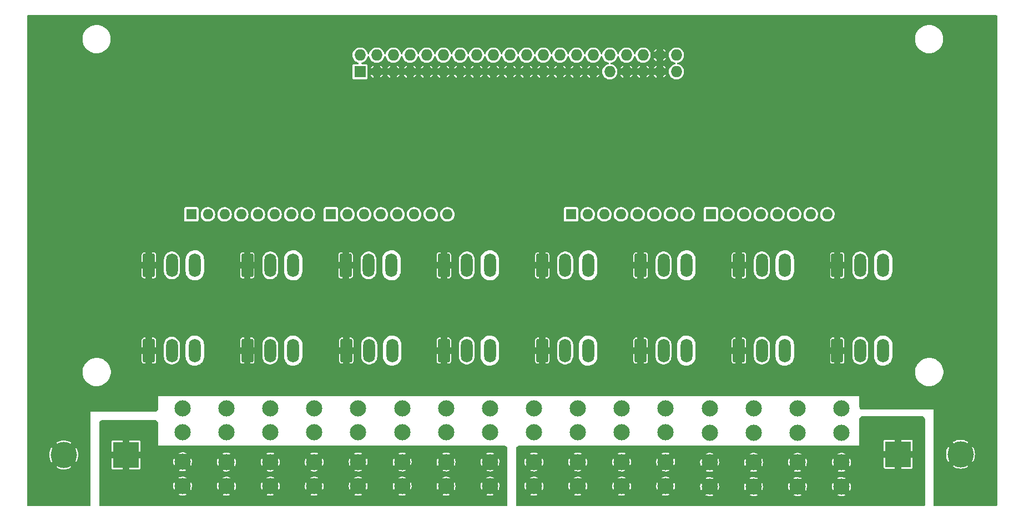
<source format=gbr>
G04 #@! TF.GenerationSoftware,KiCad,Pcbnew,(6.0.5)*
G04 #@! TF.CreationDate,2022-05-09T00:24:36-04:00*
G04 #@! TF.ProjectId,PB_16,50425f31-362e-46b6-9963-61645f706362,v2*
G04 #@! TF.SameCoordinates,Original*
G04 #@! TF.FileFunction,Copper,L2,Bot*
G04 #@! TF.FilePolarity,Positive*
%FSLAX46Y46*%
G04 Gerber Fmt 4.6, Leading zero omitted, Abs format (unit mm)*
G04 Created by KiCad (PCBNEW (6.0.5)) date 2022-05-09 00:24:36*
%MOMM*%
%LPD*%
G01*
G04 APERTURE LIST*
G04 Aperture macros list*
%AMRoundRect*
0 Rectangle with rounded corners*
0 $1 Rounding radius*
0 $2 $3 $4 $5 $6 $7 $8 $9 X,Y pos of 4 corners*
0 Add a 4 corners polygon primitive as box body*
4,1,4,$2,$3,$4,$5,$6,$7,$8,$9,$2,$3,0*
0 Add four circle primitives for the rounded corners*
1,1,$1+$1,$2,$3*
1,1,$1+$1,$4,$5*
1,1,$1+$1,$6,$7*
1,1,$1+$1,$8,$9*
0 Add four rect primitives between the rounded corners*
20,1,$1+$1,$2,$3,$4,$5,0*
20,1,$1+$1,$4,$5,$6,$7,0*
20,1,$1+$1,$6,$7,$8,$9,0*
20,1,$1+$1,$8,$9,$2,$3,0*%
G04 Aperture macros list end*
G04 #@! TA.AperFunction,ComponentPad*
%ADD10RoundRect,0.250000X-0.650000X-1.550000X0.650000X-1.550000X0.650000X1.550000X-0.650000X1.550000X0*%
G04 #@! TD*
G04 #@! TA.AperFunction,ComponentPad*
%ADD11O,1.800000X3.600000*%
G04 #@! TD*
G04 #@! TA.AperFunction,ComponentPad*
%ADD12C,2.475000*%
G04 #@! TD*
G04 #@! TA.AperFunction,ComponentPad*
%ADD13R,1.600000X1.600000*%
G04 #@! TD*
G04 #@! TA.AperFunction,ComponentPad*
%ADD14O,1.600000X1.600000*%
G04 #@! TD*
G04 #@! TA.AperFunction,ComponentPad*
%ADD15R,1.727200X1.727200*%
G04 #@! TD*
G04 #@! TA.AperFunction,ComponentPad*
%ADD16O,1.727200X1.727200*%
G04 #@! TD*
G04 #@! TA.AperFunction,ComponentPad*
%ADD17R,4.000000X4.000000*%
G04 #@! TD*
G04 #@! TA.AperFunction,ComponentPad*
%ADD18C,4.000000*%
G04 #@! TD*
G04 #@! TA.AperFunction,ViaPad*
%ADD19C,0.800000*%
G04 #@! TD*
G04 APERTURE END LIST*
D10*
X89100000Y-129600000D03*
D11*
X92600000Y-129600000D03*
X96100000Y-129600000D03*
D10*
X119100000Y-116600000D03*
D11*
X122600000Y-116600000D03*
X126100000Y-116600000D03*
D10*
X119214342Y-129600000D03*
D11*
X122714342Y-129600000D03*
X126214342Y-129600000D03*
D10*
X134100000Y-116600000D03*
D11*
X137600000Y-116600000D03*
X141100000Y-116600000D03*
D10*
X134100000Y-129600000D03*
D11*
X137600000Y-129600000D03*
X141100000Y-129600000D03*
D10*
X149100000Y-116600000D03*
D11*
X152600000Y-116600000D03*
X156100000Y-116600000D03*
D10*
X149100000Y-129600000D03*
D11*
X152600000Y-129600000D03*
X156100000Y-129600000D03*
D10*
X164100000Y-116600000D03*
D11*
X167600000Y-116600000D03*
X171100000Y-116600000D03*
D10*
X164100000Y-129600000D03*
D11*
X167600000Y-129600000D03*
X171100000Y-129600000D03*
D10*
X179100000Y-116600000D03*
D11*
X182600000Y-116600000D03*
X186100000Y-116600000D03*
D10*
X179100000Y-129600000D03*
D11*
X182600000Y-129600000D03*
X186100000Y-129600000D03*
D10*
X194100000Y-116600000D03*
D11*
X197600000Y-116600000D03*
X201100000Y-116600000D03*
D10*
X194100000Y-129600000D03*
D11*
X197600000Y-129600000D03*
X201100000Y-129600000D03*
D12*
X94222600Y-150288600D03*
X94222600Y-146588600D03*
X94222600Y-142088600D03*
X94222600Y-138388600D03*
X134425198Y-150298600D03*
X134425198Y-146598600D03*
X134425198Y-142098600D03*
X134425198Y-138398600D03*
X181328229Y-150363600D03*
X181328229Y-146663600D03*
X181328229Y-142163600D03*
X181328229Y-138463600D03*
X100923033Y-150303600D03*
X100923033Y-146603600D03*
X100923033Y-142103600D03*
X100923033Y-138403600D03*
X127724765Y-150298600D03*
X127724765Y-146598600D03*
X127724765Y-142098600D03*
X127724765Y-138398600D03*
X141125631Y-150298600D03*
X141125631Y-146598600D03*
X141125631Y-142098600D03*
X141125631Y-138398600D03*
X147826064Y-150298600D03*
X147826064Y-146598600D03*
X147826064Y-142098600D03*
X147826064Y-138398600D03*
X154526497Y-150298600D03*
X154526497Y-146598600D03*
X154526497Y-142098600D03*
X154526497Y-138398600D03*
X194729100Y-150363600D03*
X194729100Y-146663600D03*
X194729100Y-142163600D03*
X194729100Y-138463600D03*
X121024332Y-150298600D03*
X121024332Y-146598600D03*
X121024332Y-142098600D03*
X121024332Y-138398600D03*
X107623466Y-150303600D03*
X107623466Y-146603600D03*
X107623466Y-142103600D03*
X107623466Y-138403600D03*
X174627796Y-150363600D03*
X174627796Y-146663600D03*
X174627796Y-142163600D03*
X174627796Y-138463600D03*
D13*
X95561500Y-108813600D03*
D14*
X98101500Y-108813600D03*
X100641500Y-108813600D03*
X103181500Y-108813600D03*
X105721500Y-108813600D03*
X108261500Y-108813600D03*
X110801500Y-108813600D03*
X113341500Y-108813600D03*
D12*
X161226930Y-150298600D03*
X161226930Y-146598600D03*
X161226930Y-142098600D03*
X161226930Y-138398600D03*
D13*
X153486200Y-108813600D03*
D14*
X156026200Y-108813600D03*
X158566200Y-108813600D03*
X161106200Y-108813600D03*
X163646200Y-108813600D03*
X166186200Y-108813600D03*
X168726200Y-108813600D03*
X171266200Y-108813600D03*
D13*
X174812600Y-108813600D03*
D14*
X177352600Y-108813600D03*
X179892600Y-108813600D03*
X182432600Y-108813600D03*
X184972600Y-108813600D03*
X187512600Y-108813600D03*
X190052600Y-108813600D03*
X192592600Y-108813600D03*
D13*
X116852700Y-108813600D03*
D14*
X119392700Y-108813600D03*
X121932700Y-108813600D03*
X124472700Y-108813600D03*
X127012700Y-108813600D03*
X129552700Y-108813600D03*
X132092700Y-108813600D03*
X134632700Y-108813600D03*
D12*
X114323899Y-150303600D03*
X114323899Y-146603600D03*
X114323899Y-142103600D03*
X114323899Y-138403600D03*
D10*
X89100000Y-116600000D03*
D11*
X92600000Y-116600000D03*
X96100000Y-116600000D03*
D10*
X104100000Y-116600000D03*
D11*
X107600000Y-116600000D03*
X111100000Y-116600000D03*
D10*
X104100000Y-129600000D03*
D11*
X107600000Y-129600000D03*
X111100000Y-129600000D03*
D12*
X188028662Y-150363600D03*
X188028662Y-146663600D03*
X188028662Y-142163600D03*
X188028662Y-138463600D03*
X167927363Y-150298600D03*
X167927363Y-146598600D03*
X167927363Y-142098600D03*
X167927363Y-138398600D03*
D15*
X121301000Y-87057800D03*
D16*
X121301000Y-84517800D03*
X123841000Y-87057800D03*
X123841000Y-84517800D03*
X126381000Y-87057800D03*
X126381000Y-84517800D03*
X128921000Y-87057800D03*
X128921000Y-84517800D03*
X131461000Y-87057800D03*
X131461000Y-84517800D03*
X134001000Y-87057800D03*
X134001000Y-84517800D03*
X136541000Y-87057800D03*
X136541000Y-84517800D03*
X139081000Y-87057800D03*
X139081000Y-84517800D03*
X141621000Y-87057800D03*
X141621000Y-84517800D03*
X144161000Y-87057800D03*
X144161000Y-84517800D03*
X146701000Y-87057800D03*
X146701000Y-84517800D03*
X149241000Y-87057800D03*
X149241000Y-84517800D03*
X151781000Y-87057800D03*
X151781000Y-84517800D03*
X154321000Y-87057800D03*
X154321000Y-84517800D03*
X156861000Y-87057800D03*
X156861000Y-84517800D03*
X159401000Y-87057800D03*
X159401000Y-84517800D03*
X161941000Y-87057800D03*
X161941000Y-84517800D03*
X164481000Y-87057800D03*
X164481000Y-84517800D03*
X167021000Y-87057800D03*
X167021000Y-84517800D03*
X169561000Y-87057800D03*
X169561000Y-84517800D03*
D17*
X85601000Y-145517800D03*
D18*
X76101000Y-145517800D03*
D17*
X203401000Y-145417800D03*
D18*
X212901000Y-145417800D03*
D19*
X190851000Y-97417800D03*
X190851000Y-96117800D03*
X189851000Y-95167800D03*
X187451000Y-95167800D03*
X188651000Y-95167800D03*
X189851000Y-98417800D03*
X187401000Y-98417800D03*
X188601000Y-98417800D03*
X98651000Y-119967800D03*
X158001000Y-121017800D03*
X177101000Y-97817800D03*
X203701000Y-111817800D03*
X172051000Y-85117800D03*
X216301000Y-108217800D03*
X123351000Y-110667800D03*
X73051000Y-101717800D03*
X146101000Y-79617800D03*
X84551000Y-110217800D03*
X133551000Y-106817800D03*
X167251000Y-110917800D03*
X182701000Y-79617800D03*
X156851000Y-101767800D03*
X142151000Y-126167800D03*
X124701000Y-102617800D03*
X136501000Y-102367800D03*
X199301000Y-102817800D03*
X157801000Y-91667800D03*
X216301000Y-86217800D03*
X154201000Y-111167800D03*
X197351000Y-109867800D03*
X139551000Y-92517800D03*
X156901000Y-98017800D03*
X173301000Y-114717800D03*
X108301000Y-102017800D03*
X90801000Y-80217800D03*
X81113000Y-138429800D03*
X144851000Y-106617800D03*
X150501000Y-102417800D03*
X116301000Y-111017800D03*
X216501000Y-119417800D03*
X203251000Y-137767800D03*
X166301000Y-95417800D03*
X164051000Y-90067800D03*
X108301000Y-97817800D03*
X161501000Y-111017800D03*
X73301000Y-109217800D03*
X155801000Y-92217800D03*
X118401000Y-87867800D03*
X216801000Y-99717800D03*
X153651000Y-92767800D03*
X197301000Y-104817800D03*
X133101000Y-110667800D03*
X186051000Y-91067800D03*
X165201000Y-101767800D03*
X109101000Y-110917800D03*
X108351000Y-91317800D03*
X176101000Y-102017800D03*
X201301000Y-89217800D03*
X181101000Y-94217800D03*
X186201000Y-110617800D03*
X201051000Y-79967800D03*
X73051000Y-87717800D03*
X94601000Y-111167800D03*
X72501000Y-119617800D03*
X118501000Y-84217800D03*
X127251000Y-113767800D03*
X180701000Y-100817800D03*
X166151000Y-89517800D03*
X191301000Y-91217800D03*
X180951000Y-86617800D03*
X187301000Y-102217800D03*
X182901000Y-100817800D03*
X118101000Y-102217800D03*
X209201000Y-111767800D03*
X104901000Y-104417800D03*
X207605000Y-137413800D03*
X139701000Y-111017800D03*
X122101000Y-95017800D03*
X98451000Y-114417800D03*
X157951000Y-112417800D03*
X161101000Y-94817800D03*
X176851000Y-89067800D03*
X187551000Y-120517800D03*
X151751000Y-106367800D03*
X151601000Y-93817800D03*
X171261000Y-81217800D03*
X171101000Y-88817800D03*
X181901000Y-110917800D03*
X106501000Y-95217800D03*
X143151000Y-113817800D03*
X167501000Y-97617800D03*
X128651000Y-119967800D03*
X168351000Y-125267800D03*
X74901000Y-121617800D03*
X142751000Y-121517800D03*
X117801000Y-79217800D03*
X176351000Y-85017800D03*
X128801000Y-111217800D03*
X157801000Y-103817800D03*
X190201000Y-106367800D03*
X101501000Y-79517800D03*
X83145000Y-138429800D03*
X160851000Y-91067800D03*
X208301000Y-100217800D03*
X73301000Y-94217800D03*
X163401000Y-79517800D03*
X199751000Y-137867800D03*
X90301000Y-88217800D03*
X200301000Y-125217800D03*
X142701000Y-93667800D03*
X103301000Y-110917800D03*
X177501000Y-102017800D03*
X85177000Y-138429800D03*
X77551000Y-133217800D03*
X142701000Y-102667800D03*
X197301000Y-100617800D03*
X111351000Y-88317800D03*
X133601000Y-95317800D03*
X91651000Y-109267800D03*
X122501000Y-100617800D03*
X117901000Y-97617800D03*
X214101000Y-121817800D03*
G04 #@! TA.AperFunction,Conductor*
G36*
X218442621Y-78438302D02*
G01*
X218489114Y-78491958D01*
X218500500Y-78544300D01*
X218500500Y-153191300D01*
X218480498Y-153259421D01*
X218426842Y-153305914D01*
X218374500Y-153317300D01*
X208938817Y-153317300D01*
X208870696Y-153297298D01*
X208824203Y-153243642D01*
X208813895Y-153207746D01*
X208802078Y-153117987D01*
X208801000Y-153101541D01*
X208801000Y-147285673D01*
X211745384Y-147285673D01*
X211755266Y-147298162D01*
X211795207Y-147324850D01*
X211802344Y-147328971D01*
X212053592Y-147452872D01*
X212061196Y-147456022D01*
X212326469Y-147546070D01*
X212334421Y-147548201D01*
X212609183Y-147602854D01*
X212617341Y-147603928D01*
X212896881Y-147622250D01*
X212905119Y-147622250D01*
X213184659Y-147603928D01*
X213192817Y-147602854D01*
X213467579Y-147548201D01*
X213475531Y-147546070D01*
X213740804Y-147456022D01*
X213748408Y-147452872D01*
X213999656Y-147328971D01*
X214006793Y-147324850D01*
X214048169Y-147297204D01*
X214056457Y-147287286D01*
X214049200Y-147273107D01*
X212913812Y-146137719D01*
X212899868Y-146130105D01*
X212898035Y-146130236D01*
X212891420Y-146134487D01*
X211751580Y-147274327D01*
X211745384Y-147285673D01*
X208801000Y-147285673D01*
X208801000Y-145421919D01*
X210696550Y-145421919D01*
X210714872Y-145701459D01*
X210715946Y-145709617D01*
X210770599Y-145984379D01*
X210772730Y-145992331D01*
X210862778Y-146257604D01*
X210865928Y-146265208D01*
X210989829Y-146516456D01*
X210993950Y-146523593D01*
X211021596Y-146564969D01*
X211031514Y-146573257D01*
X211045693Y-146566000D01*
X212181081Y-145430612D01*
X212187459Y-145418932D01*
X213613305Y-145418932D01*
X213613436Y-145420765D01*
X213617687Y-145427380D01*
X214757527Y-146567220D01*
X214768873Y-146573416D01*
X214781362Y-146563534D01*
X214808050Y-146523593D01*
X214812171Y-146516456D01*
X214936072Y-146265208D01*
X214939222Y-146257604D01*
X215029270Y-145992331D01*
X215031401Y-145984379D01*
X215086054Y-145709617D01*
X215087128Y-145701459D01*
X215105450Y-145421919D01*
X215105450Y-145413681D01*
X215087128Y-145134141D01*
X215086054Y-145125983D01*
X215031401Y-144851221D01*
X215029270Y-144843269D01*
X214939222Y-144577996D01*
X214936072Y-144570392D01*
X214812171Y-144319144D01*
X214808050Y-144312007D01*
X214780404Y-144270631D01*
X214770486Y-144262343D01*
X214756307Y-144269600D01*
X213620919Y-145404988D01*
X213613305Y-145418932D01*
X212187459Y-145418932D01*
X212188695Y-145416668D01*
X212188564Y-145414835D01*
X212184313Y-145408220D01*
X211044473Y-144268380D01*
X211033127Y-144262184D01*
X211020638Y-144272066D01*
X210993950Y-144312007D01*
X210989829Y-144319144D01*
X210865928Y-144570392D01*
X210862778Y-144577996D01*
X210772730Y-144843269D01*
X210770599Y-144851221D01*
X210715946Y-145125983D01*
X210714872Y-145134141D01*
X210696550Y-145413681D01*
X210696550Y-145421919D01*
X208801000Y-145421919D01*
X208801000Y-143548314D01*
X211745543Y-143548314D01*
X211752800Y-143562493D01*
X212888188Y-144697881D01*
X212902132Y-144705495D01*
X212903965Y-144705364D01*
X212910580Y-144701113D01*
X214050420Y-143561273D01*
X214056616Y-143549927D01*
X214046734Y-143537438D01*
X214006793Y-143510750D01*
X213999656Y-143506629D01*
X213748408Y-143382728D01*
X213740804Y-143379578D01*
X213475531Y-143289530D01*
X213467579Y-143287399D01*
X213192817Y-143232746D01*
X213184659Y-143231672D01*
X212905119Y-143213350D01*
X212896881Y-143213350D01*
X212617341Y-143231672D01*
X212609183Y-143232746D01*
X212334421Y-143287399D01*
X212326469Y-143289530D01*
X212061196Y-143379578D01*
X212053592Y-143382728D01*
X211802344Y-143506629D01*
X211795207Y-143510750D01*
X211753831Y-143538396D01*
X211745543Y-143548314D01*
X208801000Y-143548314D01*
X208801000Y-138617800D01*
X208292462Y-138618339D01*
X208292461Y-138618339D01*
X208288333Y-138618343D01*
X208288327Y-138618343D01*
X197998203Y-138629252D01*
X197981744Y-138628190D01*
X197902227Y-138617800D01*
X197874812Y-138614218D01*
X197843012Y-138605727D01*
X197751050Y-138567720D01*
X197722535Y-138551284D01*
X197643556Y-138490759D01*
X197620270Y-138467497D01*
X197559660Y-138388581D01*
X197543192Y-138360082D01*
X197505090Y-138268164D01*
X197496565Y-138236372D01*
X197482479Y-138129451D01*
X197481400Y-138112994D01*
X197481400Y-136547000D01*
X90501000Y-136547000D01*
X90500401Y-137054400D01*
X90498841Y-138375417D01*
X90498809Y-138402149D01*
X90497713Y-138418582D01*
X90483541Y-138525332D01*
X90475003Y-138557071D01*
X90436897Y-138648838D01*
X90420444Y-138677284D01*
X90359895Y-138756082D01*
X90336642Y-138779307D01*
X90257781Y-138839757D01*
X90229311Y-138856179D01*
X90137500Y-138894177D01*
X90105751Y-138902678D01*
X90008943Y-138915413D01*
X89998979Y-138916724D01*
X89982545Y-138917800D01*
X80201000Y-138917800D01*
X80201000Y-153101541D01*
X80199922Y-153117987D01*
X80188105Y-153207746D01*
X80159383Y-153272673D01*
X80100117Y-153311765D01*
X80063183Y-153317300D01*
X70627500Y-153317300D01*
X70559379Y-153297298D01*
X70512886Y-153243642D01*
X70501500Y-153191300D01*
X70501500Y-147385673D01*
X74945384Y-147385673D01*
X74955266Y-147398162D01*
X74995207Y-147424850D01*
X75002344Y-147428971D01*
X75253592Y-147552872D01*
X75261196Y-147556022D01*
X75526469Y-147646070D01*
X75534421Y-147648201D01*
X75809183Y-147702854D01*
X75817341Y-147703928D01*
X76096881Y-147722250D01*
X76105119Y-147722250D01*
X76384659Y-147703928D01*
X76392817Y-147702854D01*
X76667579Y-147648201D01*
X76675531Y-147646070D01*
X76940804Y-147556022D01*
X76948408Y-147552872D01*
X77199656Y-147428971D01*
X77206793Y-147424850D01*
X77248169Y-147397204D01*
X77256457Y-147387286D01*
X77249200Y-147373107D01*
X76113812Y-146237719D01*
X76099868Y-146230105D01*
X76098035Y-146230236D01*
X76091420Y-146234487D01*
X74951580Y-147374327D01*
X74945384Y-147385673D01*
X70501500Y-147385673D01*
X70501500Y-145521919D01*
X73896550Y-145521919D01*
X73914872Y-145801459D01*
X73915946Y-145809617D01*
X73970599Y-146084379D01*
X73972730Y-146092331D01*
X74062778Y-146357604D01*
X74065928Y-146365208D01*
X74189829Y-146616456D01*
X74193950Y-146623593D01*
X74221596Y-146664969D01*
X74231514Y-146673257D01*
X74245693Y-146666000D01*
X75381081Y-145530612D01*
X75387459Y-145518932D01*
X76813305Y-145518932D01*
X76813436Y-145520765D01*
X76817687Y-145527380D01*
X77957527Y-146667220D01*
X77968873Y-146673416D01*
X77981362Y-146663534D01*
X78008050Y-146623593D01*
X78012171Y-146616456D01*
X78136072Y-146365208D01*
X78139222Y-146357604D01*
X78229270Y-146092331D01*
X78231401Y-146084379D01*
X78286054Y-145809617D01*
X78287128Y-145801459D01*
X78305450Y-145521919D01*
X78305450Y-145513681D01*
X78287128Y-145234141D01*
X78286054Y-145225983D01*
X78231401Y-144951221D01*
X78229270Y-144943269D01*
X78139222Y-144677996D01*
X78136072Y-144670392D01*
X78012171Y-144419144D01*
X78008050Y-144412007D01*
X77980404Y-144370631D01*
X77970486Y-144362343D01*
X77956307Y-144369600D01*
X76820919Y-145504988D01*
X76813305Y-145518932D01*
X75387459Y-145518932D01*
X75388695Y-145516668D01*
X75388564Y-145514835D01*
X75384313Y-145508220D01*
X74244473Y-144368380D01*
X74233127Y-144362184D01*
X74220638Y-144372066D01*
X74193950Y-144412007D01*
X74189829Y-144419144D01*
X74065928Y-144670392D01*
X74062778Y-144677996D01*
X73972730Y-144943269D01*
X73970599Y-144951221D01*
X73915946Y-145225983D01*
X73914872Y-145234141D01*
X73896550Y-145513681D01*
X73896550Y-145521919D01*
X70501500Y-145521919D01*
X70501500Y-143648314D01*
X74945543Y-143648314D01*
X74952800Y-143662493D01*
X76088188Y-144797881D01*
X76102132Y-144805495D01*
X76103965Y-144805364D01*
X76110580Y-144801113D01*
X77250420Y-143661273D01*
X77256616Y-143649927D01*
X77246734Y-143637438D01*
X77206793Y-143610750D01*
X77199656Y-143606629D01*
X76948408Y-143482728D01*
X76940804Y-143479578D01*
X76675531Y-143389530D01*
X76667579Y-143387399D01*
X76392817Y-143332746D01*
X76384659Y-143331672D01*
X76105119Y-143313350D01*
X76096881Y-143313350D01*
X75817341Y-143331672D01*
X75809183Y-143332746D01*
X75534421Y-143387399D01*
X75526469Y-143389530D01*
X75261196Y-143479578D01*
X75253592Y-143482728D01*
X75002344Y-143606629D01*
X74995207Y-143610750D01*
X74953831Y-143638396D01*
X74945543Y-143648314D01*
X70501500Y-143648314D01*
X70501500Y-133001947D01*
X78976328Y-133001947D01*
X79014601Y-133292655D01*
X79091973Y-133575480D01*
X79207013Y-133845188D01*
X79357592Y-134096787D01*
X79540924Y-134325623D01*
X79753617Y-134527461D01*
X79991734Y-134698565D01*
X80250869Y-134835770D01*
X80526228Y-134936537D01*
X80812714Y-134999001D01*
X80853132Y-135002182D01*
X81040224Y-135016907D01*
X81040231Y-135016907D01*
X81042680Y-135017100D01*
X81201310Y-135017100D01*
X81203446Y-135016954D01*
X81203457Y-135016954D01*
X81415861Y-135002474D01*
X81415867Y-135002473D01*
X81420138Y-135002182D01*
X81424333Y-135001313D01*
X81424335Y-135001313D01*
X81563700Y-134972452D01*
X81707263Y-134942721D01*
X81983662Y-134844843D01*
X82244220Y-134710359D01*
X82484116Y-134541758D01*
X82496811Y-134529961D01*
X82695767Y-134345079D01*
X82695769Y-134345076D01*
X82698910Y-134342158D01*
X82884628Y-134115255D01*
X83037834Y-133865246D01*
X83155692Y-133596758D01*
X83236022Y-133314759D01*
X83277336Y-133024467D01*
X83277454Y-133001947D01*
X205976328Y-133001947D01*
X206014601Y-133292655D01*
X206091973Y-133575480D01*
X206207013Y-133845188D01*
X206357592Y-134096787D01*
X206540924Y-134325623D01*
X206753617Y-134527461D01*
X206991734Y-134698565D01*
X207250869Y-134835770D01*
X207526228Y-134936537D01*
X207812714Y-134999001D01*
X207853132Y-135002182D01*
X208040224Y-135016907D01*
X208040231Y-135016907D01*
X208042680Y-135017100D01*
X208201310Y-135017100D01*
X208203446Y-135016954D01*
X208203457Y-135016954D01*
X208415861Y-135002474D01*
X208415867Y-135002473D01*
X208420138Y-135002182D01*
X208424333Y-135001313D01*
X208424335Y-135001313D01*
X208563700Y-134972452D01*
X208707263Y-134942721D01*
X208983662Y-134844843D01*
X209244220Y-134710359D01*
X209484116Y-134541758D01*
X209496811Y-134529961D01*
X209695767Y-134345079D01*
X209695769Y-134345076D01*
X209698910Y-134342158D01*
X209884628Y-134115255D01*
X210037834Y-133865246D01*
X210155692Y-133596758D01*
X210236022Y-133314759D01*
X210277336Y-133024467D01*
X210277477Y-132997661D01*
X210278850Y-132735539D01*
X210278850Y-132735532D01*
X210278872Y-132731253D01*
X210240599Y-132440545D01*
X210163227Y-132157720D01*
X210048187Y-131888012D01*
X210023867Y-131847376D01*
X209899812Y-131640095D01*
X209899809Y-131640091D01*
X209897608Y-131636413D01*
X209714276Y-131407577D01*
X209540338Y-131242516D01*
X209504692Y-131208689D01*
X209504689Y-131208687D01*
X209501583Y-131205739D01*
X209263466Y-131034635D01*
X209004331Y-130897430D01*
X208728972Y-130796663D01*
X208442486Y-130734199D01*
X208398358Y-130730726D01*
X208214976Y-130716293D01*
X208214969Y-130716293D01*
X208212520Y-130716100D01*
X208053890Y-130716100D01*
X208051754Y-130716246D01*
X208051743Y-130716246D01*
X207839339Y-130730726D01*
X207839333Y-130730727D01*
X207835062Y-130731018D01*
X207830867Y-130731887D01*
X207830865Y-130731887D01*
X207691500Y-130760748D01*
X207547937Y-130790479D01*
X207271538Y-130888357D01*
X207010980Y-131022841D01*
X206771084Y-131191442D01*
X206767939Y-131194365D01*
X206767936Y-131194367D01*
X206567385Y-131380732D01*
X206556290Y-131391042D01*
X206370572Y-131617945D01*
X206217366Y-131867954D01*
X206099508Y-132136442D01*
X206019178Y-132418441D01*
X205977864Y-132708733D01*
X205977842Y-132713022D01*
X205977841Y-132713029D01*
X205976350Y-132997661D01*
X205976328Y-133001947D01*
X83277454Y-133001947D01*
X83277477Y-132997661D01*
X83278850Y-132735539D01*
X83278850Y-132735532D01*
X83278872Y-132731253D01*
X83240599Y-132440545D01*
X83163227Y-132157720D01*
X83048187Y-131888012D01*
X83023867Y-131847376D01*
X82899812Y-131640095D01*
X82899809Y-131640091D01*
X82897608Y-131636413D01*
X82714276Y-131407577D01*
X82540338Y-131242516D01*
X82504692Y-131208689D01*
X82504689Y-131208687D01*
X82501583Y-131205739D01*
X82494715Y-131200804D01*
X88000001Y-131200804D01*
X88000280Y-131206725D01*
X88002256Y-131227631D01*
X88005521Y-131242516D01*
X88044694Y-131354064D01*
X88053406Y-131370520D01*
X88122616Y-131464221D01*
X88135779Y-131477384D01*
X88229480Y-131546594D01*
X88245936Y-131555306D01*
X88357479Y-131594477D01*
X88372373Y-131597745D01*
X88393281Y-131599721D01*
X88399192Y-131600000D01*
X88581885Y-131600000D01*
X88597124Y-131595525D01*
X88598329Y-131594135D01*
X88600000Y-131586452D01*
X88600000Y-131581884D01*
X89600000Y-131581884D01*
X89604475Y-131597123D01*
X89605865Y-131598328D01*
X89613548Y-131599999D01*
X89800804Y-131599999D01*
X89806725Y-131599720D01*
X89827631Y-131597744D01*
X89842516Y-131594479D01*
X89954064Y-131555306D01*
X89970520Y-131546594D01*
X90064221Y-131477384D01*
X90077384Y-131464221D01*
X90146594Y-131370520D01*
X90155306Y-131354064D01*
X90194477Y-131242521D01*
X90197745Y-131227627D01*
X90199721Y-131206719D01*
X90200000Y-131200808D01*
X90200000Y-130555970D01*
X91399500Y-130555970D01*
X91414546Y-130719711D01*
X91416115Y-130725273D01*
X91416115Y-130725275D01*
X91421658Y-130744930D01*
X91474435Y-130932064D01*
X91572020Y-131129947D01*
X91575474Y-131134573D01*
X91575475Y-131134574D01*
X91617941Y-131191442D01*
X91704033Y-131306733D01*
X91866051Y-131456501D01*
X92052650Y-131574236D01*
X92257579Y-131655994D01*
X92263239Y-131657120D01*
X92263243Y-131657121D01*
X92468309Y-131697911D01*
X92468312Y-131697911D01*
X92473976Y-131699038D01*
X92479751Y-131699114D01*
X92479755Y-131699114D01*
X92590496Y-131700563D01*
X92694594Y-131701926D01*
X92700292Y-131700947D01*
X92906346Y-131665541D01*
X92906347Y-131665541D01*
X92912043Y-131664562D01*
X93119043Y-131588196D01*
X93124005Y-131585244D01*
X93303694Y-131478340D01*
X93303695Y-131478339D01*
X93308659Y-131475386D01*
X93474543Y-131329910D01*
X93611137Y-131156640D01*
X93713869Y-130961380D01*
X93779297Y-130750667D01*
X93783642Y-130713954D01*
X93800064Y-130575211D01*
X93800064Y-130575205D01*
X93800500Y-130571524D01*
X93800500Y-130559680D01*
X94699500Y-130559680D01*
X94703548Y-130607381D01*
X94714014Y-130730726D01*
X94714531Y-130736823D01*
X94715869Y-130741978D01*
X94715870Y-130741984D01*
X94728457Y-130790479D01*
X94774240Y-130966874D01*
X94776434Y-130971744D01*
X94861767Y-131161176D01*
X94871857Y-131183576D01*
X95004591Y-131380732D01*
X95008270Y-131384589D01*
X95008272Y-131384591D01*
X95030200Y-131407577D01*
X95168645Y-131552705D01*
X95359330Y-131694579D01*
X95571193Y-131802295D01*
X95576284Y-131803876D01*
X95576287Y-131803877D01*
X95770872Y-131864297D01*
X95798176Y-131872775D01*
X95803465Y-131873476D01*
X96028506Y-131903304D01*
X96028509Y-131903304D01*
X96033789Y-131904004D01*
X96039118Y-131903804D01*
X96039119Y-131903804D01*
X96136159Y-131900161D01*
X96271295Y-131895087D01*
X96503904Y-131846281D01*
X96508863Y-131844323D01*
X96508865Y-131844322D01*
X96719998Y-131760941D01*
X96720000Y-131760940D01*
X96724963Y-131758980D01*
X96825602Y-131697911D01*
X96923593Y-131638448D01*
X96923592Y-131638448D01*
X96928153Y-131635681D01*
X96969273Y-131599999D01*
X97103631Y-131483410D01*
X97103633Y-131483408D01*
X97107664Y-131479910D01*
X97111047Y-131475784D01*
X97111051Y-131475780D01*
X97254977Y-131300248D01*
X97258362Y-131296120D01*
X97288873Y-131242521D01*
X97312620Y-131200804D01*
X103000001Y-131200804D01*
X103000280Y-131206725D01*
X103002256Y-131227631D01*
X103005521Y-131242516D01*
X103044694Y-131354064D01*
X103053406Y-131370520D01*
X103122616Y-131464221D01*
X103135779Y-131477384D01*
X103229480Y-131546594D01*
X103245936Y-131555306D01*
X103357479Y-131594477D01*
X103372373Y-131597745D01*
X103393281Y-131599721D01*
X103399192Y-131600000D01*
X103581885Y-131600000D01*
X103597124Y-131595525D01*
X103598329Y-131594135D01*
X103600000Y-131586452D01*
X103600000Y-131581884D01*
X104600000Y-131581884D01*
X104604475Y-131597123D01*
X104605865Y-131598328D01*
X104613548Y-131599999D01*
X104800804Y-131599999D01*
X104806725Y-131599720D01*
X104827631Y-131597744D01*
X104842516Y-131594479D01*
X104954064Y-131555306D01*
X104970520Y-131546594D01*
X105064221Y-131477384D01*
X105077384Y-131464221D01*
X105146594Y-131370520D01*
X105155306Y-131354064D01*
X105194477Y-131242521D01*
X105197745Y-131227627D01*
X105199721Y-131206719D01*
X105200000Y-131200808D01*
X105200000Y-130555970D01*
X106399500Y-130555970D01*
X106414546Y-130719711D01*
X106416115Y-130725273D01*
X106416115Y-130725275D01*
X106421658Y-130744930D01*
X106474435Y-130932064D01*
X106572020Y-131129947D01*
X106575474Y-131134573D01*
X106575475Y-131134574D01*
X106617941Y-131191442D01*
X106704033Y-131306733D01*
X106866051Y-131456501D01*
X107052650Y-131574236D01*
X107257579Y-131655994D01*
X107263239Y-131657120D01*
X107263243Y-131657121D01*
X107468309Y-131697911D01*
X107468312Y-131697911D01*
X107473976Y-131699038D01*
X107479751Y-131699114D01*
X107479755Y-131699114D01*
X107590496Y-131700563D01*
X107694594Y-131701926D01*
X107700292Y-131700947D01*
X107906346Y-131665541D01*
X107906347Y-131665541D01*
X107912043Y-131664562D01*
X108119043Y-131588196D01*
X108124005Y-131585244D01*
X108303694Y-131478340D01*
X108303695Y-131478339D01*
X108308659Y-131475386D01*
X108474543Y-131329910D01*
X108611137Y-131156640D01*
X108713869Y-130961380D01*
X108779297Y-130750667D01*
X108783642Y-130713954D01*
X108800064Y-130575211D01*
X108800064Y-130575205D01*
X108800500Y-130571524D01*
X108800500Y-130559680D01*
X109699500Y-130559680D01*
X109703548Y-130607381D01*
X109714014Y-130730726D01*
X109714531Y-130736823D01*
X109715869Y-130741978D01*
X109715870Y-130741984D01*
X109728457Y-130790479D01*
X109774240Y-130966874D01*
X109776434Y-130971744D01*
X109861767Y-131161176D01*
X109871857Y-131183576D01*
X110004591Y-131380732D01*
X110008270Y-131384589D01*
X110008272Y-131384591D01*
X110030200Y-131407577D01*
X110168645Y-131552705D01*
X110359330Y-131694579D01*
X110571193Y-131802295D01*
X110576284Y-131803876D01*
X110576287Y-131803877D01*
X110770872Y-131864297D01*
X110798176Y-131872775D01*
X110803465Y-131873476D01*
X111028506Y-131903304D01*
X111028509Y-131903304D01*
X111033789Y-131904004D01*
X111039118Y-131903804D01*
X111039119Y-131903804D01*
X111136159Y-131900161D01*
X111271295Y-131895087D01*
X111503904Y-131846281D01*
X111508863Y-131844323D01*
X111508865Y-131844322D01*
X111719998Y-131760941D01*
X111720000Y-131760940D01*
X111724963Y-131758980D01*
X111825602Y-131697911D01*
X111923593Y-131638448D01*
X111923592Y-131638448D01*
X111928153Y-131635681D01*
X111969273Y-131599999D01*
X112103631Y-131483410D01*
X112103633Y-131483408D01*
X112107664Y-131479910D01*
X112111047Y-131475784D01*
X112111051Y-131475780D01*
X112254977Y-131300248D01*
X112258362Y-131296120D01*
X112288873Y-131242521D01*
X112312620Y-131200804D01*
X118114343Y-131200804D01*
X118114622Y-131206725D01*
X118116598Y-131227631D01*
X118119863Y-131242516D01*
X118159036Y-131354064D01*
X118167748Y-131370520D01*
X118236958Y-131464221D01*
X118250121Y-131477384D01*
X118343822Y-131546594D01*
X118360278Y-131555306D01*
X118471821Y-131594477D01*
X118486715Y-131597745D01*
X118507623Y-131599721D01*
X118513534Y-131600000D01*
X118696227Y-131600000D01*
X118711466Y-131595525D01*
X118712671Y-131594135D01*
X118714342Y-131586452D01*
X118714342Y-131581884D01*
X119714342Y-131581884D01*
X119718817Y-131597123D01*
X119720207Y-131598328D01*
X119727890Y-131599999D01*
X119915146Y-131599999D01*
X119921067Y-131599720D01*
X119941973Y-131597744D01*
X119956858Y-131594479D01*
X120068406Y-131555306D01*
X120084862Y-131546594D01*
X120178563Y-131477384D01*
X120191726Y-131464221D01*
X120260936Y-131370520D01*
X120269648Y-131354064D01*
X120308819Y-131242521D01*
X120312087Y-131227627D01*
X120314063Y-131206719D01*
X120314342Y-131200808D01*
X120314342Y-130555970D01*
X121513842Y-130555970D01*
X121528888Y-130719711D01*
X121530457Y-130725273D01*
X121530457Y-130725275D01*
X121536000Y-130744930D01*
X121588777Y-130932064D01*
X121686362Y-131129947D01*
X121689816Y-131134573D01*
X121689817Y-131134574D01*
X121732283Y-131191442D01*
X121818375Y-131306733D01*
X121980393Y-131456501D01*
X122166992Y-131574236D01*
X122371921Y-131655994D01*
X122377581Y-131657120D01*
X122377585Y-131657121D01*
X122582651Y-131697911D01*
X122582654Y-131697911D01*
X122588318Y-131699038D01*
X122594093Y-131699114D01*
X122594097Y-131699114D01*
X122704838Y-131700563D01*
X122808936Y-131701926D01*
X122814634Y-131700947D01*
X123020688Y-131665541D01*
X123020689Y-131665541D01*
X123026385Y-131664562D01*
X123233385Y-131588196D01*
X123238347Y-131585244D01*
X123418036Y-131478340D01*
X123418037Y-131478339D01*
X123423001Y-131475386D01*
X123588885Y-131329910D01*
X123725479Y-131156640D01*
X123828211Y-130961380D01*
X123893639Y-130750667D01*
X123897984Y-130713954D01*
X123914406Y-130575211D01*
X123914406Y-130575205D01*
X123914842Y-130571524D01*
X123914842Y-130559680D01*
X124813842Y-130559680D01*
X124817890Y-130607381D01*
X124828356Y-130730726D01*
X124828873Y-130736823D01*
X124830211Y-130741978D01*
X124830212Y-130741984D01*
X124842799Y-130790479D01*
X124888582Y-130966874D01*
X124890776Y-130971744D01*
X124976109Y-131161176D01*
X124986199Y-131183576D01*
X125118933Y-131380732D01*
X125122612Y-131384589D01*
X125122614Y-131384591D01*
X125144542Y-131407577D01*
X125282987Y-131552705D01*
X125473672Y-131694579D01*
X125685535Y-131802295D01*
X125690626Y-131803876D01*
X125690629Y-131803877D01*
X125885214Y-131864297D01*
X125912518Y-131872775D01*
X125917807Y-131873476D01*
X126142848Y-131903304D01*
X126142851Y-131903304D01*
X126148131Y-131904004D01*
X126153460Y-131903804D01*
X126153461Y-131903804D01*
X126250501Y-131900161D01*
X126385637Y-131895087D01*
X126618246Y-131846281D01*
X126623205Y-131844323D01*
X126623207Y-131844322D01*
X126834340Y-131760941D01*
X126834342Y-131760940D01*
X126839305Y-131758980D01*
X126939944Y-131697911D01*
X127037935Y-131638448D01*
X127037934Y-131638448D01*
X127042495Y-131635681D01*
X127083615Y-131599999D01*
X127217973Y-131483410D01*
X127217975Y-131483408D01*
X127222006Y-131479910D01*
X127225389Y-131475784D01*
X127225393Y-131475780D01*
X127369319Y-131300248D01*
X127372704Y-131296120D01*
X127403215Y-131242521D01*
X127426962Y-131200804D01*
X133000001Y-131200804D01*
X133000280Y-131206725D01*
X133002256Y-131227631D01*
X133005521Y-131242516D01*
X133044694Y-131354064D01*
X133053406Y-131370520D01*
X133122616Y-131464221D01*
X133135779Y-131477384D01*
X133229480Y-131546594D01*
X133245936Y-131555306D01*
X133357479Y-131594477D01*
X133372373Y-131597745D01*
X133393281Y-131599721D01*
X133399192Y-131600000D01*
X133581885Y-131600000D01*
X133597124Y-131595525D01*
X133598329Y-131594135D01*
X133600000Y-131586452D01*
X133600000Y-131581884D01*
X134600000Y-131581884D01*
X134604475Y-131597123D01*
X134605865Y-131598328D01*
X134613548Y-131599999D01*
X134800804Y-131599999D01*
X134806725Y-131599720D01*
X134827631Y-131597744D01*
X134842516Y-131594479D01*
X134954064Y-131555306D01*
X134970520Y-131546594D01*
X135064221Y-131477384D01*
X135077384Y-131464221D01*
X135146594Y-131370520D01*
X135155306Y-131354064D01*
X135194477Y-131242521D01*
X135197745Y-131227627D01*
X135199721Y-131206719D01*
X135200000Y-131200808D01*
X135200000Y-130555970D01*
X136399500Y-130555970D01*
X136414546Y-130719711D01*
X136416115Y-130725273D01*
X136416115Y-130725275D01*
X136421658Y-130744930D01*
X136474435Y-130932064D01*
X136572020Y-131129947D01*
X136575474Y-131134573D01*
X136575475Y-131134574D01*
X136617941Y-131191442D01*
X136704033Y-131306733D01*
X136866051Y-131456501D01*
X137052650Y-131574236D01*
X137257579Y-131655994D01*
X137263239Y-131657120D01*
X137263243Y-131657121D01*
X137468309Y-131697911D01*
X137468312Y-131697911D01*
X137473976Y-131699038D01*
X137479751Y-131699114D01*
X137479755Y-131699114D01*
X137590496Y-131700563D01*
X137694594Y-131701926D01*
X137700292Y-131700947D01*
X137906346Y-131665541D01*
X137906347Y-131665541D01*
X137912043Y-131664562D01*
X138119043Y-131588196D01*
X138124005Y-131585244D01*
X138303694Y-131478340D01*
X138303695Y-131478339D01*
X138308659Y-131475386D01*
X138474543Y-131329910D01*
X138611137Y-131156640D01*
X138713869Y-130961380D01*
X138779297Y-130750667D01*
X138783642Y-130713954D01*
X138800064Y-130575211D01*
X138800064Y-130575205D01*
X138800500Y-130571524D01*
X138800500Y-130559680D01*
X139699500Y-130559680D01*
X139703548Y-130607381D01*
X139714014Y-130730726D01*
X139714531Y-130736823D01*
X139715869Y-130741978D01*
X139715870Y-130741984D01*
X139728457Y-130790479D01*
X139774240Y-130966874D01*
X139776434Y-130971744D01*
X139861767Y-131161176D01*
X139871857Y-131183576D01*
X140004591Y-131380732D01*
X140008270Y-131384589D01*
X140008272Y-131384591D01*
X140030200Y-131407577D01*
X140168645Y-131552705D01*
X140359330Y-131694579D01*
X140571193Y-131802295D01*
X140576284Y-131803876D01*
X140576287Y-131803877D01*
X140770872Y-131864297D01*
X140798176Y-131872775D01*
X140803465Y-131873476D01*
X141028506Y-131903304D01*
X141028509Y-131903304D01*
X141033789Y-131904004D01*
X141039118Y-131903804D01*
X141039119Y-131903804D01*
X141136159Y-131900161D01*
X141271295Y-131895087D01*
X141503904Y-131846281D01*
X141508863Y-131844323D01*
X141508865Y-131844322D01*
X141719998Y-131760941D01*
X141720000Y-131760940D01*
X141724963Y-131758980D01*
X141825602Y-131697911D01*
X141923593Y-131638448D01*
X141923592Y-131638448D01*
X141928153Y-131635681D01*
X141969273Y-131599999D01*
X142103631Y-131483410D01*
X142103633Y-131483408D01*
X142107664Y-131479910D01*
X142111047Y-131475784D01*
X142111051Y-131475780D01*
X142254977Y-131300248D01*
X142258362Y-131296120D01*
X142288873Y-131242521D01*
X142312620Y-131200804D01*
X148000001Y-131200804D01*
X148000280Y-131206725D01*
X148002256Y-131227631D01*
X148005521Y-131242516D01*
X148044694Y-131354064D01*
X148053406Y-131370520D01*
X148122616Y-131464221D01*
X148135779Y-131477384D01*
X148229480Y-131546594D01*
X148245936Y-131555306D01*
X148357479Y-131594477D01*
X148372373Y-131597745D01*
X148393281Y-131599721D01*
X148399192Y-131600000D01*
X148581885Y-131600000D01*
X148597124Y-131595525D01*
X148598329Y-131594135D01*
X148600000Y-131586452D01*
X148600000Y-131581884D01*
X149600000Y-131581884D01*
X149604475Y-131597123D01*
X149605865Y-131598328D01*
X149613548Y-131599999D01*
X149800804Y-131599999D01*
X149806725Y-131599720D01*
X149827631Y-131597744D01*
X149842516Y-131594479D01*
X149954064Y-131555306D01*
X149970520Y-131546594D01*
X150064221Y-131477384D01*
X150077384Y-131464221D01*
X150146594Y-131370520D01*
X150155306Y-131354064D01*
X150194477Y-131242521D01*
X150197745Y-131227627D01*
X150199721Y-131206719D01*
X150200000Y-131200808D01*
X150200000Y-130555970D01*
X151399500Y-130555970D01*
X151414546Y-130719711D01*
X151416115Y-130725273D01*
X151416115Y-130725275D01*
X151421658Y-130744930D01*
X151474435Y-130932064D01*
X151572020Y-131129947D01*
X151575474Y-131134573D01*
X151575475Y-131134574D01*
X151617941Y-131191442D01*
X151704033Y-131306733D01*
X151866051Y-131456501D01*
X152052650Y-131574236D01*
X152257579Y-131655994D01*
X152263239Y-131657120D01*
X152263243Y-131657121D01*
X152468309Y-131697911D01*
X152468312Y-131697911D01*
X152473976Y-131699038D01*
X152479751Y-131699114D01*
X152479755Y-131699114D01*
X152590496Y-131700563D01*
X152694594Y-131701926D01*
X152700292Y-131700947D01*
X152906346Y-131665541D01*
X152906347Y-131665541D01*
X152912043Y-131664562D01*
X153119043Y-131588196D01*
X153124005Y-131585244D01*
X153303694Y-131478340D01*
X153303695Y-131478339D01*
X153308659Y-131475386D01*
X153474543Y-131329910D01*
X153611137Y-131156640D01*
X153713869Y-130961380D01*
X153779297Y-130750667D01*
X153783642Y-130713954D01*
X153800064Y-130575211D01*
X153800064Y-130575205D01*
X153800500Y-130571524D01*
X153800500Y-130559680D01*
X154699500Y-130559680D01*
X154703548Y-130607381D01*
X154714014Y-130730726D01*
X154714531Y-130736823D01*
X154715869Y-130741978D01*
X154715870Y-130741984D01*
X154728457Y-130790479D01*
X154774240Y-130966874D01*
X154776434Y-130971744D01*
X154861767Y-131161176D01*
X154871857Y-131183576D01*
X155004591Y-131380732D01*
X155008270Y-131384589D01*
X155008272Y-131384591D01*
X155030200Y-131407577D01*
X155168645Y-131552705D01*
X155359330Y-131694579D01*
X155571193Y-131802295D01*
X155576284Y-131803876D01*
X155576287Y-131803877D01*
X155770872Y-131864297D01*
X155798176Y-131872775D01*
X155803465Y-131873476D01*
X156028506Y-131903304D01*
X156028509Y-131903304D01*
X156033789Y-131904004D01*
X156039118Y-131903804D01*
X156039119Y-131903804D01*
X156136159Y-131900161D01*
X156271295Y-131895087D01*
X156503904Y-131846281D01*
X156508863Y-131844323D01*
X156508865Y-131844322D01*
X156719998Y-131760941D01*
X156720000Y-131760940D01*
X156724963Y-131758980D01*
X156825602Y-131697911D01*
X156923593Y-131638448D01*
X156923592Y-131638448D01*
X156928153Y-131635681D01*
X156969273Y-131599999D01*
X157103631Y-131483410D01*
X157103633Y-131483408D01*
X157107664Y-131479910D01*
X157111047Y-131475784D01*
X157111051Y-131475780D01*
X157254977Y-131300248D01*
X157258362Y-131296120D01*
X157288873Y-131242521D01*
X157312620Y-131200804D01*
X163000001Y-131200804D01*
X163000280Y-131206725D01*
X163002256Y-131227631D01*
X163005521Y-131242516D01*
X163044694Y-131354064D01*
X163053406Y-131370520D01*
X163122616Y-131464221D01*
X163135779Y-131477384D01*
X163229480Y-131546594D01*
X163245936Y-131555306D01*
X163357479Y-131594477D01*
X163372373Y-131597745D01*
X163393281Y-131599721D01*
X163399192Y-131600000D01*
X163581885Y-131600000D01*
X163597124Y-131595525D01*
X163598329Y-131594135D01*
X163600000Y-131586452D01*
X163600000Y-131581884D01*
X164600000Y-131581884D01*
X164604475Y-131597123D01*
X164605865Y-131598328D01*
X164613548Y-131599999D01*
X164800804Y-131599999D01*
X164806725Y-131599720D01*
X164827631Y-131597744D01*
X164842516Y-131594479D01*
X164954064Y-131555306D01*
X164970520Y-131546594D01*
X165064221Y-131477384D01*
X165077384Y-131464221D01*
X165146594Y-131370520D01*
X165155306Y-131354064D01*
X165194477Y-131242521D01*
X165197745Y-131227627D01*
X165199721Y-131206719D01*
X165200000Y-131200808D01*
X165200000Y-130555970D01*
X166399500Y-130555970D01*
X166414546Y-130719711D01*
X166416115Y-130725273D01*
X166416115Y-130725275D01*
X166421658Y-130744930D01*
X166474435Y-130932064D01*
X166572020Y-131129947D01*
X166575474Y-131134573D01*
X166575475Y-131134574D01*
X166617941Y-131191442D01*
X166704033Y-131306733D01*
X166866051Y-131456501D01*
X167052650Y-131574236D01*
X167257579Y-131655994D01*
X167263239Y-131657120D01*
X167263243Y-131657121D01*
X167468309Y-131697911D01*
X167468312Y-131697911D01*
X167473976Y-131699038D01*
X167479751Y-131699114D01*
X167479755Y-131699114D01*
X167590496Y-131700563D01*
X167694594Y-131701926D01*
X167700292Y-131700947D01*
X167906346Y-131665541D01*
X167906347Y-131665541D01*
X167912043Y-131664562D01*
X168119043Y-131588196D01*
X168124005Y-131585244D01*
X168303694Y-131478340D01*
X168303695Y-131478339D01*
X168308659Y-131475386D01*
X168474543Y-131329910D01*
X168611137Y-131156640D01*
X168713869Y-130961380D01*
X168779297Y-130750667D01*
X168783642Y-130713954D01*
X168800064Y-130575211D01*
X168800064Y-130575205D01*
X168800500Y-130571524D01*
X168800500Y-130559680D01*
X169699500Y-130559680D01*
X169703548Y-130607381D01*
X169714014Y-130730726D01*
X169714531Y-130736823D01*
X169715869Y-130741978D01*
X169715870Y-130741984D01*
X169728457Y-130790479D01*
X169774240Y-130966874D01*
X169776434Y-130971744D01*
X169861767Y-131161176D01*
X169871857Y-131183576D01*
X170004591Y-131380732D01*
X170008270Y-131384589D01*
X170008272Y-131384591D01*
X170030200Y-131407577D01*
X170168645Y-131552705D01*
X170359330Y-131694579D01*
X170571193Y-131802295D01*
X170576284Y-131803876D01*
X170576287Y-131803877D01*
X170770872Y-131864297D01*
X170798176Y-131872775D01*
X170803465Y-131873476D01*
X171028506Y-131903304D01*
X171028509Y-131903304D01*
X171033789Y-131904004D01*
X171039118Y-131903804D01*
X171039119Y-131903804D01*
X171136159Y-131900161D01*
X171271295Y-131895087D01*
X171503904Y-131846281D01*
X171508863Y-131844323D01*
X171508865Y-131844322D01*
X171719998Y-131760941D01*
X171720000Y-131760940D01*
X171724963Y-131758980D01*
X171825602Y-131697911D01*
X171923593Y-131638448D01*
X171923592Y-131638448D01*
X171928153Y-131635681D01*
X171969273Y-131599999D01*
X172103631Y-131483410D01*
X172103633Y-131483408D01*
X172107664Y-131479910D01*
X172111047Y-131475784D01*
X172111051Y-131475780D01*
X172254977Y-131300248D01*
X172258362Y-131296120D01*
X172288873Y-131242521D01*
X172312620Y-131200804D01*
X178000001Y-131200804D01*
X178000280Y-131206725D01*
X178002256Y-131227631D01*
X178005521Y-131242516D01*
X178044694Y-131354064D01*
X178053406Y-131370520D01*
X178122616Y-131464221D01*
X178135779Y-131477384D01*
X178229480Y-131546594D01*
X178245936Y-131555306D01*
X178357479Y-131594477D01*
X178372373Y-131597745D01*
X178393281Y-131599721D01*
X178399192Y-131600000D01*
X178581885Y-131600000D01*
X178597124Y-131595525D01*
X178598329Y-131594135D01*
X178600000Y-131586452D01*
X178600000Y-131581884D01*
X179600000Y-131581884D01*
X179604475Y-131597123D01*
X179605865Y-131598328D01*
X179613548Y-131599999D01*
X179800804Y-131599999D01*
X179806725Y-131599720D01*
X179827631Y-131597744D01*
X179842516Y-131594479D01*
X179954064Y-131555306D01*
X179970520Y-131546594D01*
X180064221Y-131477384D01*
X180077384Y-131464221D01*
X180146594Y-131370520D01*
X180155306Y-131354064D01*
X180194477Y-131242521D01*
X180197745Y-131227627D01*
X180199721Y-131206719D01*
X180200000Y-131200808D01*
X180200000Y-130555970D01*
X181399500Y-130555970D01*
X181414546Y-130719711D01*
X181416115Y-130725273D01*
X181416115Y-130725275D01*
X181421658Y-130744930D01*
X181474435Y-130932064D01*
X181572020Y-131129947D01*
X181575474Y-131134573D01*
X181575475Y-131134574D01*
X181617941Y-131191442D01*
X181704033Y-131306733D01*
X181866051Y-131456501D01*
X182052650Y-131574236D01*
X182257579Y-131655994D01*
X182263239Y-131657120D01*
X182263243Y-131657121D01*
X182468309Y-131697911D01*
X182468312Y-131697911D01*
X182473976Y-131699038D01*
X182479751Y-131699114D01*
X182479755Y-131699114D01*
X182590496Y-131700563D01*
X182694594Y-131701926D01*
X182700292Y-131700947D01*
X182906346Y-131665541D01*
X182906347Y-131665541D01*
X182912043Y-131664562D01*
X183119043Y-131588196D01*
X183124005Y-131585244D01*
X183303694Y-131478340D01*
X183303695Y-131478339D01*
X183308659Y-131475386D01*
X183474543Y-131329910D01*
X183611137Y-131156640D01*
X183713869Y-130961380D01*
X183779297Y-130750667D01*
X183783642Y-130713954D01*
X183800064Y-130575211D01*
X183800064Y-130575205D01*
X183800500Y-130571524D01*
X183800500Y-130559680D01*
X184699500Y-130559680D01*
X184703548Y-130607381D01*
X184714014Y-130730726D01*
X184714531Y-130736823D01*
X184715869Y-130741978D01*
X184715870Y-130741984D01*
X184728457Y-130790479D01*
X184774240Y-130966874D01*
X184776434Y-130971744D01*
X184861767Y-131161176D01*
X184871857Y-131183576D01*
X185004591Y-131380732D01*
X185008270Y-131384589D01*
X185008272Y-131384591D01*
X185030200Y-131407577D01*
X185168645Y-131552705D01*
X185359330Y-131694579D01*
X185571193Y-131802295D01*
X185576284Y-131803876D01*
X185576287Y-131803877D01*
X185770872Y-131864297D01*
X185798176Y-131872775D01*
X185803465Y-131873476D01*
X186028506Y-131903304D01*
X186028509Y-131903304D01*
X186033789Y-131904004D01*
X186039118Y-131903804D01*
X186039119Y-131903804D01*
X186136159Y-131900161D01*
X186271295Y-131895087D01*
X186503904Y-131846281D01*
X186508863Y-131844323D01*
X186508865Y-131844322D01*
X186719998Y-131760941D01*
X186720000Y-131760940D01*
X186724963Y-131758980D01*
X186825602Y-131697911D01*
X186923593Y-131638448D01*
X186923592Y-131638448D01*
X186928153Y-131635681D01*
X186969273Y-131599999D01*
X187103631Y-131483410D01*
X187103633Y-131483408D01*
X187107664Y-131479910D01*
X187111047Y-131475784D01*
X187111051Y-131475780D01*
X187254977Y-131300248D01*
X187258362Y-131296120D01*
X187288873Y-131242521D01*
X187312620Y-131200804D01*
X193000001Y-131200804D01*
X193000280Y-131206725D01*
X193002256Y-131227631D01*
X193005521Y-131242516D01*
X193044694Y-131354064D01*
X193053406Y-131370520D01*
X193122616Y-131464221D01*
X193135779Y-131477384D01*
X193229480Y-131546594D01*
X193245936Y-131555306D01*
X193357479Y-131594477D01*
X193372373Y-131597745D01*
X193393281Y-131599721D01*
X193399192Y-131600000D01*
X193581885Y-131600000D01*
X193597124Y-131595525D01*
X193598329Y-131594135D01*
X193600000Y-131586452D01*
X193600000Y-131581884D01*
X194600000Y-131581884D01*
X194604475Y-131597123D01*
X194605865Y-131598328D01*
X194613548Y-131599999D01*
X194800804Y-131599999D01*
X194806725Y-131599720D01*
X194827631Y-131597744D01*
X194842516Y-131594479D01*
X194954064Y-131555306D01*
X194970520Y-131546594D01*
X195064221Y-131477384D01*
X195077384Y-131464221D01*
X195146594Y-131370520D01*
X195155306Y-131354064D01*
X195194477Y-131242521D01*
X195197745Y-131227627D01*
X195199721Y-131206719D01*
X195200000Y-131200808D01*
X195200000Y-130555970D01*
X196399500Y-130555970D01*
X196414546Y-130719711D01*
X196416115Y-130725273D01*
X196416115Y-130725275D01*
X196421658Y-130744930D01*
X196474435Y-130932064D01*
X196572020Y-131129947D01*
X196575474Y-131134573D01*
X196575475Y-131134574D01*
X196617941Y-131191442D01*
X196704033Y-131306733D01*
X196866051Y-131456501D01*
X197052650Y-131574236D01*
X197257579Y-131655994D01*
X197263239Y-131657120D01*
X197263243Y-131657121D01*
X197468309Y-131697911D01*
X197468312Y-131697911D01*
X197473976Y-131699038D01*
X197479751Y-131699114D01*
X197479755Y-131699114D01*
X197590496Y-131700563D01*
X197694594Y-131701926D01*
X197700292Y-131700947D01*
X197906346Y-131665541D01*
X197906347Y-131665541D01*
X197912043Y-131664562D01*
X198119043Y-131588196D01*
X198124005Y-131585244D01*
X198303694Y-131478340D01*
X198303695Y-131478339D01*
X198308659Y-131475386D01*
X198474543Y-131329910D01*
X198611137Y-131156640D01*
X198713869Y-130961380D01*
X198779297Y-130750667D01*
X198783642Y-130713954D01*
X198800064Y-130575211D01*
X198800064Y-130575205D01*
X198800500Y-130571524D01*
X198800500Y-130559680D01*
X199699500Y-130559680D01*
X199703548Y-130607381D01*
X199714014Y-130730726D01*
X199714531Y-130736823D01*
X199715869Y-130741978D01*
X199715870Y-130741984D01*
X199728457Y-130790479D01*
X199774240Y-130966874D01*
X199776434Y-130971744D01*
X199861767Y-131161176D01*
X199871857Y-131183576D01*
X200004591Y-131380732D01*
X200008270Y-131384589D01*
X200008272Y-131384591D01*
X200030200Y-131407577D01*
X200168645Y-131552705D01*
X200359330Y-131694579D01*
X200571193Y-131802295D01*
X200576284Y-131803876D01*
X200576287Y-131803877D01*
X200770872Y-131864297D01*
X200798176Y-131872775D01*
X200803465Y-131873476D01*
X201028506Y-131903304D01*
X201028509Y-131903304D01*
X201033789Y-131904004D01*
X201039118Y-131903804D01*
X201039119Y-131903804D01*
X201136159Y-131900161D01*
X201271295Y-131895087D01*
X201503904Y-131846281D01*
X201508863Y-131844323D01*
X201508865Y-131844322D01*
X201719998Y-131760941D01*
X201720000Y-131760940D01*
X201724963Y-131758980D01*
X201825602Y-131697911D01*
X201923593Y-131638448D01*
X201923592Y-131638448D01*
X201928153Y-131635681D01*
X201969273Y-131599999D01*
X202103631Y-131483410D01*
X202103633Y-131483408D01*
X202107664Y-131479910D01*
X202111047Y-131475784D01*
X202111051Y-131475780D01*
X202254977Y-131300248D01*
X202258362Y-131296120D01*
X202288873Y-131242521D01*
X202337759Y-131156640D01*
X202375939Y-131089567D01*
X202457034Y-130866156D01*
X202457983Y-130860908D01*
X202498588Y-130636359D01*
X202498589Y-130636352D01*
X202499326Y-130632275D01*
X202500500Y-130607381D01*
X202500500Y-128640320D01*
X202493513Y-128557974D01*
X202485920Y-128468488D01*
X202485919Y-128468484D01*
X202485469Y-128463177D01*
X202484131Y-128458022D01*
X202484130Y-128458016D01*
X202427102Y-128238297D01*
X202425760Y-128233126D01*
X202340277Y-128043360D01*
X202330333Y-128021285D01*
X202330332Y-128021282D01*
X202328143Y-128016424D01*
X202195409Y-127819268D01*
X202031355Y-127647295D01*
X201840670Y-127505421D01*
X201628807Y-127397705D01*
X201623716Y-127396124D01*
X201623713Y-127396123D01*
X201406919Y-127328807D01*
X201401824Y-127327225D01*
X201375740Y-127323768D01*
X201171494Y-127296696D01*
X201171491Y-127296696D01*
X201166211Y-127295996D01*
X201160882Y-127296196D01*
X201160881Y-127296196D01*
X201063841Y-127299839D01*
X200928705Y-127304913D01*
X200696096Y-127353719D01*
X200691137Y-127355677D01*
X200691135Y-127355678D01*
X200480002Y-127439059D01*
X200480000Y-127439060D01*
X200475037Y-127441020D01*
X200470478Y-127443787D01*
X200470475Y-127443788D01*
X200372896Y-127503001D01*
X200271847Y-127564319D01*
X200267817Y-127567816D01*
X200179223Y-127644694D01*
X200092336Y-127720090D01*
X200088953Y-127724216D01*
X200088949Y-127724220D01*
X200011015Y-127819268D01*
X199941638Y-127903880D01*
X199938999Y-127908516D01*
X199938997Y-127908519D01*
X199911125Y-127957484D01*
X199824061Y-128110433D01*
X199742966Y-128333844D01*
X199742017Y-128339092D01*
X199715444Y-128486046D01*
X199700674Y-128567725D01*
X199699500Y-128592619D01*
X199699500Y-130559680D01*
X198800500Y-130559680D01*
X198800500Y-128644030D01*
X198785454Y-128480289D01*
X198779173Y-128458016D01*
X198727134Y-128273500D01*
X198725565Y-128267936D01*
X198627980Y-128070053D01*
X198495967Y-127893267D01*
X198333949Y-127743499D01*
X198147350Y-127625764D01*
X197942421Y-127544006D01*
X197936761Y-127542880D01*
X197936757Y-127542879D01*
X197731691Y-127502089D01*
X197731688Y-127502089D01*
X197726024Y-127500962D01*
X197720249Y-127500886D01*
X197720245Y-127500886D01*
X197609504Y-127499437D01*
X197505406Y-127498074D01*
X197499709Y-127499053D01*
X197499708Y-127499053D01*
X197293654Y-127534459D01*
X197293653Y-127534459D01*
X197287957Y-127535438D01*
X197080957Y-127611804D01*
X197075996Y-127614756D01*
X197075995Y-127614756D01*
X197011031Y-127653406D01*
X196891341Y-127724614D01*
X196725457Y-127870090D01*
X196588863Y-128043360D01*
X196486131Y-128238620D01*
X196420703Y-128449333D01*
X196420024Y-128455070D01*
X196407174Y-128563641D01*
X196399500Y-128628476D01*
X196399500Y-130555970D01*
X195200000Y-130555970D01*
X195200000Y-130118115D01*
X195195525Y-130102876D01*
X195194135Y-130101671D01*
X195186452Y-130100000D01*
X194618115Y-130100000D01*
X194602876Y-130104475D01*
X194601671Y-130105865D01*
X194600000Y-130113548D01*
X194600000Y-131581884D01*
X193600000Y-131581884D01*
X193600000Y-130118115D01*
X193595525Y-130102876D01*
X193594135Y-130101671D01*
X193586452Y-130100000D01*
X193018116Y-130100000D01*
X193002877Y-130104475D01*
X193001672Y-130105865D01*
X193000001Y-130113548D01*
X193000001Y-131200804D01*
X187312620Y-131200804D01*
X187337759Y-131156640D01*
X187375939Y-131089567D01*
X187457034Y-130866156D01*
X187457983Y-130860908D01*
X187498588Y-130636359D01*
X187498589Y-130636352D01*
X187499326Y-130632275D01*
X187500500Y-130607381D01*
X187500500Y-129081885D01*
X193000000Y-129081885D01*
X193004475Y-129097124D01*
X193005865Y-129098329D01*
X193013548Y-129100000D01*
X193581885Y-129100000D01*
X193597124Y-129095525D01*
X193598329Y-129094135D01*
X193600000Y-129086452D01*
X193600000Y-129081885D01*
X194600000Y-129081885D01*
X194604475Y-129097124D01*
X194605865Y-129098329D01*
X194613548Y-129100000D01*
X195181884Y-129100000D01*
X195197123Y-129095525D01*
X195198328Y-129094135D01*
X195199999Y-129086452D01*
X195199999Y-127999196D01*
X195199720Y-127993275D01*
X195197744Y-127972369D01*
X195194479Y-127957484D01*
X195155306Y-127845936D01*
X195146594Y-127829480D01*
X195077384Y-127735779D01*
X195064221Y-127722616D01*
X194970520Y-127653406D01*
X194954064Y-127644694D01*
X194842521Y-127605523D01*
X194827627Y-127602255D01*
X194806719Y-127600279D01*
X194800808Y-127600000D01*
X194618115Y-127600000D01*
X194602876Y-127604475D01*
X194601671Y-127605865D01*
X194600000Y-127613548D01*
X194600000Y-129081885D01*
X193600000Y-129081885D01*
X193600000Y-127618116D01*
X193595525Y-127602877D01*
X193594135Y-127601672D01*
X193586452Y-127600001D01*
X193399196Y-127600001D01*
X193393275Y-127600280D01*
X193372369Y-127602256D01*
X193357484Y-127605521D01*
X193245936Y-127644694D01*
X193229480Y-127653406D01*
X193135779Y-127722616D01*
X193122616Y-127735779D01*
X193053406Y-127829480D01*
X193044694Y-127845936D01*
X193005523Y-127957479D01*
X193002255Y-127972373D01*
X193000279Y-127993281D01*
X193000000Y-127999192D01*
X193000000Y-129081885D01*
X187500500Y-129081885D01*
X187500500Y-128640320D01*
X187493513Y-128557974D01*
X187485920Y-128468488D01*
X187485919Y-128468484D01*
X187485469Y-128463177D01*
X187484131Y-128458022D01*
X187484130Y-128458016D01*
X187427102Y-128238297D01*
X187425760Y-128233126D01*
X187340277Y-128043360D01*
X187330333Y-128021285D01*
X187330332Y-128021282D01*
X187328143Y-128016424D01*
X187195409Y-127819268D01*
X187031355Y-127647295D01*
X186840670Y-127505421D01*
X186628807Y-127397705D01*
X186623716Y-127396124D01*
X186623713Y-127396123D01*
X186406919Y-127328807D01*
X186401824Y-127327225D01*
X186375740Y-127323768D01*
X186171494Y-127296696D01*
X186171491Y-127296696D01*
X186166211Y-127295996D01*
X186160882Y-127296196D01*
X186160881Y-127296196D01*
X186063841Y-127299839D01*
X185928705Y-127304913D01*
X185696096Y-127353719D01*
X185691137Y-127355677D01*
X185691135Y-127355678D01*
X185480002Y-127439059D01*
X185480000Y-127439060D01*
X185475037Y-127441020D01*
X185470478Y-127443787D01*
X185470475Y-127443788D01*
X185372896Y-127503001D01*
X185271847Y-127564319D01*
X185267817Y-127567816D01*
X185179223Y-127644694D01*
X185092336Y-127720090D01*
X185088953Y-127724216D01*
X185088949Y-127724220D01*
X185011015Y-127819268D01*
X184941638Y-127903880D01*
X184938999Y-127908516D01*
X184938997Y-127908519D01*
X184911125Y-127957484D01*
X184824061Y-128110433D01*
X184742966Y-128333844D01*
X184742017Y-128339092D01*
X184715444Y-128486046D01*
X184700674Y-128567725D01*
X184699500Y-128592619D01*
X184699500Y-130559680D01*
X183800500Y-130559680D01*
X183800500Y-128644030D01*
X183785454Y-128480289D01*
X183779173Y-128458016D01*
X183727134Y-128273500D01*
X183725565Y-128267936D01*
X183627980Y-128070053D01*
X183495967Y-127893267D01*
X183333949Y-127743499D01*
X183147350Y-127625764D01*
X182942421Y-127544006D01*
X182936761Y-127542880D01*
X182936757Y-127542879D01*
X182731691Y-127502089D01*
X182731688Y-127502089D01*
X182726024Y-127500962D01*
X182720249Y-127500886D01*
X182720245Y-127500886D01*
X182609504Y-127499437D01*
X182505406Y-127498074D01*
X182499709Y-127499053D01*
X182499708Y-127499053D01*
X182293654Y-127534459D01*
X182293653Y-127534459D01*
X182287957Y-127535438D01*
X182080957Y-127611804D01*
X182075996Y-127614756D01*
X182075995Y-127614756D01*
X182011031Y-127653406D01*
X181891341Y-127724614D01*
X181725457Y-127870090D01*
X181588863Y-128043360D01*
X181486131Y-128238620D01*
X181420703Y-128449333D01*
X181420024Y-128455070D01*
X181407174Y-128563641D01*
X181399500Y-128628476D01*
X181399500Y-130555970D01*
X180200000Y-130555970D01*
X180200000Y-130118115D01*
X180195525Y-130102876D01*
X180194135Y-130101671D01*
X180186452Y-130100000D01*
X179618115Y-130100000D01*
X179602876Y-130104475D01*
X179601671Y-130105865D01*
X179600000Y-130113548D01*
X179600000Y-131581884D01*
X178600000Y-131581884D01*
X178600000Y-130118115D01*
X178595525Y-130102876D01*
X178594135Y-130101671D01*
X178586452Y-130100000D01*
X178018116Y-130100000D01*
X178002877Y-130104475D01*
X178001672Y-130105865D01*
X178000001Y-130113548D01*
X178000001Y-131200804D01*
X172312620Y-131200804D01*
X172337759Y-131156640D01*
X172375939Y-131089567D01*
X172457034Y-130866156D01*
X172457983Y-130860908D01*
X172498588Y-130636359D01*
X172498589Y-130636352D01*
X172499326Y-130632275D01*
X172500500Y-130607381D01*
X172500500Y-129081885D01*
X178000000Y-129081885D01*
X178004475Y-129097124D01*
X178005865Y-129098329D01*
X178013548Y-129100000D01*
X178581885Y-129100000D01*
X178597124Y-129095525D01*
X178598329Y-129094135D01*
X178600000Y-129086452D01*
X178600000Y-129081885D01*
X179600000Y-129081885D01*
X179604475Y-129097124D01*
X179605865Y-129098329D01*
X179613548Y-129100000D01*
X180181884Y-129100000D01*
X180197123Y-129095525D01*
X180198328Y-129094135D01*
X180199999Y-129086452D01*
X180199999Y-127999196D01*
X180199720Y-127993275D01*
X180197744Y-127972369D01*
X180194479Y-127957484D01*
X180155306Y-127845936D01*
X180146594Y-127829480D01*
X180077384Y-127735779D01*
X180064221Y-127722616D01*
X179970520Y-127653406D01*
X179954064Y-127644694D01*
X179842521Y-127605523D01*
X179827627Y-127602255D01*
X179806719Y-127600279D01*
X179800808Y-127600000D01*
X179618115Y-127600000D01*
X179602876Y-127604475D01*
X179601671Y-127605865D01*
X179600000Y-127613548D01*
X179600000Y-129081885D01*
X178600000Y-129081885D01*
X178600000Y-127618116D01*
X178595525Y-127602877D01*
X178594135Y-127601672D01*
X178586452Y-127600001D01*
X178399196Y-127600001D01*
X178393275Y-127600280D01*
X178372369Y-127602256D01*
X178357484Y-127605521D01*
X178245936Y-127644694D01*
X178229480Y-127653406D01*
X178135779Y-127722616D01*
X178122616Y-127735779D01*
X178053406Y-127829480D01*
X178044694Y-127845936D01*
X178005523Y-127957479D01*
X178002255Y-127972373D01*
X178000279Y-127993281D01*
X178000000Y-127999192D01*
X178000000Y-129081885D01*
X172500500Y-129081885D01*
X172500500Y-128640320D01*
X172493513Y-128557974D01*
X172485920Y-128468488D01*
X172485919Y-128468484D01*
X172485469Y-128463177D01*
X172484131Y-128458022D01*
X172484130Y-128458016D01*
X172427102Y-128238297D01*
X172425760Y-128233126D01*
X172340277Y-128043360D01*
X172330333Y-128021285D01*
X172330332Y-128021282D01*
X172328143Y-128016424D01*
X172195409Y-127819268D01*
X172031355Y-127647295D01*
X171840670Y-127505421D01*
X171628807Y-127397705D01*
X171623716Y-127396124D01*
X171623713Y-127396123D01*
X171406919Y-127328807D01*
X171401824Y-127327225D01*
X171375740Y-127323768D01*
X171171494Y-127296696D01*
X171171491Y-127296696D01*
X171166211Y-127295996D01*
X171160882Y-127296196D01*
X171160881Y-127296196D01*
X171063841Y-127299839D01*
X170928705Y-127304913D01*
X170696096Y-127353719D01*
X170691137Y-127355677D01*
X170691135Y-127355678D01*
X170480002Y-127439059D01*
X170480000Y-127439060D01*
X170475037Y-127441020D01*
X170470478Y-127443787D01*
X170470475Y-127443788D01*
X170372896Y-127503001D01*
X170271847Y-127564319D01*
X170267817Y-127567816D01*
X170179223Y-127644694D01*
X170092336Y-127720090D01*
X170088953Y-127724216D01*
X170088949Y-127724220D01*
X170011015Y-127819268D01*
X169941638Y-127903880D01*
X169938999Y-127908516D01*
X169938997Y-127908519D01*
X169911125Y-127957484D01*
X169824061Y-128110433D01*
X169742966Y-128333844D01*
X169742017Y-128339092D01*
X169715444Y-128486046D01*
X169700674Y-128567725D01*
X169699500Y-128592619D01*
X169699500Y-130559680D01*
X168800500Y-130559680D01*
X168800500Y-128644030D01*
X168785454Y-128480289D01*
X168779173Y-128458016D01*
X168727134Y-128273500D01*
X168725565Y-128267936D01*
X168627980Y-128070053D01*
X168495967Y-127893267D01*
X168333949Y-127743499D01*
X168147350Y-127625764D01*
X167942421Y-127544006D01*
X167936761Y-127542880D01*
X167936757Y-127542879D01*
X167731691Y-127502089D01*
X167731688Y-127502089D01*
X167726024Y-127500962D01*
X167720249Y-127500886D01*
X167720245Y-127500886D01*
X167609504Y-127499437D01*
X167505406Y-127498074D01*
X167499709Y-127499053D01*
X167499708Y-127499053D01*
X167293654Y-127534459D01*
X167293653Y-127534459D01*
X167287957Y-127535438D01*
X167080957Y-127611804D01*
X167075996Y-127614756D01*
X167075995Y-127614756D01*
X167011031Y-127653406D01*
X166891341Y-127724614D01*
X166725457Y-127870090D01*
X166588863Y-128043360D01*
X166486131Y-128238620D01*
X166420703Y-128449333D01*
X166420024Y-128455070D01*
X166407174Y-128563641D01*
X166399500Y-128628476D01*
X166399500Y-130555970D01*
X165200000Y-130555970D01*
X165200000Y-130118115D01*
X165195525Y-130102876D01*
X165194135Y-130101671D01*
X165186452Y-130100000D01*
X164618115Y-130100000D01*
X164602876Y-130104475D01*
X164601671Y-130105865D01*
X164600000Y-130113548D01*
X164600000Y-131581884D01*
X163600000Y-131581884D01*
X163600000Y-130118115D01*
X163595525Y-130102876D01*
X163594135Y-130101671D01*
X163586452Y-130100000D01*
X163018116Y-130100000D01*
X163002877Y-130104475D01*
X163001672Y-130105865D01*
X163000001Y-130113548D01*
X163000001Y-131200804D01*
X157312620Y-131200804D01*
X157337759Y-131156640D01*
X157375939Y-131089567D01*
X157457034Y-130866156D01*
X157457983Y-130860908D01*
X157498588Y-130636359D01*
X157498589Y-130636352D01*
X157499326Y-130632275D01*
X157500500Y-130607381D01*
X157500500Y-129081885D01*
X163000000Y-129081885D01*
X163004475Y-129097124D01*
X163005865Y-129098329D01*
X163013548Y-129100000D01*
X163581885Y-129100000D01*
X163597124Y-129095525D01*
X163598329Y-129094135D01*
X163600000Y-129086452D01*
X163600000Y-129081885D01*
X164600000Y-129081885D01*
X164604475Y-129097124D01*
X164605865Y-129098329D01*
X164613548Y-129100000D01*
X165181884Y-129100000D01*
X165197123Y-129095525D01*
X165198328Y-129094135D01*
X165199999Y-129086452D01*
X165199999Y-127999196D01*
X165199720Y-127993275D01*
X165197744Y-127972369D01*
X165194479Y-127957484D01*
X165155306Y-127845936D01*
X165146594Y-127829480D01*
X165077384Y-127735779D01*
X165064221Y-127722616D01*
X164970520Y-127653406D01*
X164954064Y-127644694D01*
X164842521Y-127605523D01*
X164827627Y-127602255D01*
X164806719Y-127600279D01*
X164800808Y-127600000D01*
X164618115Y-127600000D01*
X164602876Y-127604475D01*
X164601671Y-127605865D01*
X164600000Y-127613548D01*
X164600000Y-129081885D01*
X163600000Y-129081885D01*
X163600000Y-127618116D01*
X163595525Y-127602877D01*
X163594135Y-127601672D01*
X163586452Y-127600001D01*
X163399196Y-127600001D01*
X163393275Y-127600280D01*
X163372369Y-127602256D01*
X163357484Y-127605521D01*
X163245936Y-127644694D01*
X163229480Y-127653406D01*
X163135779Y-127722616D01*
X163122616Y-127735779D01*
X163053406Y-127829480D01*
X163044694Y-127845936D01*
X163005523Y-127957479D01*
X163002255Y-127972373D01*
X163000279Y-127993281D01*
X163000000Y-127999192D01*
X163000000Y-129081885D01*
X157500500Y-129081885D01*
X157500500Y-128640320D01*
X157493513Y-128557974D01*
X157485920Y-128468488D01*
X157485919Y-128468484D01*
X157485469Y-128463177D01*
X157484131Y-128458022D01*
X157484130Y-128458016D01*
X157427102Y-128238297D01*
X157425760Y-128233126D01*
X157340277Y-128043360D01*
X157330333Y-128021285D01*
X157330332Y-128021282D01*
X157328143Y-128016424D01*
X157195409Y-127819268D01*
X157031355Y-127647295D01*
X156840670Y-127505421D01*
X156628807Y-127397705D01*
X156623716Y-127396124D01*
X156623713Y-127396123D01*
X156406919Y-127328807D01*
X156401824Y-127327225D01*
X156375740Y-127323768D01*
X156171494Y-127296696D01*
X156171491Y-127296696D01*
X156166211Y-127295996D01*
X156160882Y-127296196D01*
X156160881Y-127296196D01*
X156063841Y-127299839D01*
X155928705Y-127304913D01*
X155696096Y-127353719D01*
X155691137Y-127355677D01*
X155691135Y-127355678D01*
X155480002Y-127439059D01*
X155480000Y-127439060D01*
X155475037Y-127441020D01*
X155470478Y-127443787D01*
X155470475Y-127443788D01*
X155372896Y-127503001D01*
X155271847Y-127564319D01*
X155267817Y-127567816D01*
X155179223Y-127644694D01*
X155092336Y-127720090D01*
X155088953Y-127724216D01*
X155088949Y-127724220D01*
X155011015Y-127819268D01*
X154941638Y-127903880D01*
X154938999Y-127908516D01*
X154938997Y-127908519D01*
X154911125Y-127957484D01*
X154824061Y-128110433D01*
X154742966Y-128333844D01*
X154742017Y-128339092D01*
X154715444Y-128486046D01*
X154700674Y-128567725D01*
X154699500Y-128592619D01*
X154699500Y-130559680D01*
X153800500Y-130559680D01*
X153800500Y-128644030D01*
X153785454Y-128480289D01*
X153779173Y-128458016D01*
X153727134Y-128273500D01*
X153725565Y-128267936D01*
X153627980Y-128070053D01*
X153495967Y-127893267D01*
X153333949Y-127743499D01*
X153147350Y-127625764D01*
X152942421Y-127544006D01*
X152936761Y-127542880D01*
X152936757Y-127542879D01*
X152731691Y-127502089D01*
X152731688Y-127502089D01*
X152726024Y-127500962D01*
X152720249Y-127500886D01*
X152720245Y-127500886D01*
X152609504Y-127499437D01*
X152505406Y-127498074D01*
X152499709Y-127499053D01*
X152499708Y-127499053D01*
X152293654Y-127534459D01*
X152293653Y-127534459D01*
X152287957Y-127535438D01*
X152080957Y-127611804D01*
X152075996Y-127614756D01*
X152075995Y-127614756D01*
X152011031Y-127653406D01*
X151891341Y-127724614D01*
X151725457Y-127870090D01*
X151588863Y-128043360D01*
X151486131Y-128238620D01*
X151420703Y-128449333D01*
X151420024Y-128455070D01*
X151407174Y-128563641D01*
X151399500Y-128628476D01*
X151399500Y-130555970D01*
X150200000Y-130555970D01*
X150200000Y-130118115D01*
X150195525Y-130102876D01*
X150194135Y-130101671D01*
X150186452Y-130100000D01*
X149618115Y-130100000D01*
X149602876Y-130104475D01*
X149601671Y-130105865D01*
X149600000Y-130113548D01*
X149600000Y-131581884D01*
X148600000Y-131581884D01*
X148600000Y-130118115D01*
X148595525Y-130102876D01*
X148594135Y-130101671D01*
X148586452Y-130100000D01*
X148018116Y-130100000D01*
X148002877Y-130104475D01*
X148001672Y-130105865D01*
X148000001Y-130113548D01*
X148000001Y-131200804D01*
X142312620Y-131200804D01*
X142337759Y-131156640D01*
X142375939Y-131089567D01*
X142457034Y-130866156D01*
X142457983Y-130860908D01*
X142498588Y-130636359D01*
X142498589Y-130636352D01*
X142499326Y-130632275D01*
X142500500Y-130607381D01*
X142500500Y-129081885D01*
X148000000Y-129081885D01*
X148004475Y-129097124D01*
X148005865Y-129098329D01*
X148013548Y-129100000D01*
X148581885Y-129100000D01*
X148597124Y-129095525D01*
X148598329Y-129094135D01*
X148600000Y-129086452D01*
X148600000Y-129081885D01*
X149600000Y-129081885D01*
X149604475Y-129097124D01*
X149605865Y-129098329D01*
X149613548Y-129100000D01*
X150181884Y-129100000D01*
X150197123Y-129095525D01*
X150198328Y-129094135D01*
X150199999Y-129086452D01*
X150199999Y-127999196D01*
X150199720Y-127993275D01*
X150197744Y-127972369D01*
X150194479Y-127957484D01*
X150155306Y-127845936D01*
X150146594Y-127829480D01*
X150077384Y-127735779D01*
X150064221Y-127722616D01*
X149970520Y-127653406D01*
X149954064Y-127644694D01*
X149842521Y-127605523D01*
X149827627Y-127602255D01*
X149806719Y-127600279D01*
X149800808Y-127600000D01*
X149618115Y-127600000D01*
X149602876Y-127604475D01*
X149601671Y-127605865D01*
X149600000Y-127613548D01*
X149600000Y-129081885D01*
X148600000Y-129081885D01*
X148600000Y-127618116D01*
X148595525Y-127602877D01*
X148594135Y-127601672D01*
X148586452Y-127600001D01*
X148399196Y-127600001D01*
X148393275Y-127600280D01*
X148372369Y-127602256D01*
X148357484Y-127605521D01*
X148245936Y-127644694D01*
X148229480Y-127653406D01*
X148135779Y-127722616D01*
X148122616Y-127735779D01*
X148053406Y-127829480D01*
X148044694Y-127845936D01*
X148005523Y-127957479D01*
X148002255Y-127972373D01*
X148000279Y-127993281D01*
X148000000Y-127999192D01*
X148000000Y-129081885D01*
X142500500Y-129081885D01*
X142500500Y-128640320D01*
X142493513Y-128557974D01*
X142485920Y-128468488D01*
X142485919Y-128468484D01*
X142485469Y-128463177D01*
X142484131Y-128458022D01*
X142484130Y-128458016D01*
X142427102Y-128238297D01*
X142425760Y-128233126D01*
X142340277Y-128043360D01*
X142330333Y-128021285D01*
X142330332Y-128021282D01*
X142328143Y-128016424D01*
X142195409Y-127819268D01*
X142031355Y-127647295D01*
X141840670Y-127505421D01*
X141628807Y-127397705D01*
X141623716Y-127396124D01*
X141623713Y-127396123D01*
X141406919Y-127328807D01*
X141401824Y-127327225D01*
X141375740Y-127323768D01*
X141171494Y-127296696D01*
X141171491Y-127296696D01*
X141166211Y-127295996D01*
X141160882Y-127296196D01*
X141160881Y-127296196D01*
X141063841Y-127299839D01*
X140928705Y-127304913D01*
X140696096Y-127353719D01*
X140691137Y-127355677D01*
X140691135Y-127355678D01*
X140480002Y-127439059D01*
X140480000Y-127439060D01*
X140475037Y-127441020D01*
X140470478Y-127443787D01*
X140470475Y-127443788D01*
X140372896Y-127503001D01*
X140271847Y-127564319D01*
X140267817Y-127567816D01*
X140179223Y-127644694D01*
X140092336Y-127720090D01*
X140088953Y-127724216D01*
X140088949Y-127724220D01*
X140011015Y-127819268D01*
X139941638Y-127903880D01*
X139938999Y-127908516D01*
X139938997Y-127908519D01*
X139911125Y-127957484D01*
X139824061Y-128110433D01*
X139742966Y-128333844D01*
X139742017Y-128339092D01*
X139715444Y-128486046D01*
X139700674Y-128567725D01*
X139699500Y-128592619D01*
X139699500Y-130559680D01*
X138800500Y-130559680D01*
X138800500Y-128644030D01*
X138785454Y-128480289D01*
X138779173Y-128458016D01*
X138727134Y-128273500D01*
X138725565Y-128267936D01*
X138627980Y-128070053D01*
X138495967Y-127893267D01*
X138333949Y-127743499D01*
X138147350Y-127625764D01*
X137942421Y-127544006D01*
X137936761Y-127542880D01*
X137936757Y-127542879D01*
X137731691Y-127502089D01*
X137731688Y-127502089D01*
X137726024Y-127500962D01*
X137720249Y-127500886D01*
X137720245Y-127500886D01*
X137609504Y-127499437D01*
X137505406Y-127498074D01*
X137499709Y-127499053D01*
X137499708Y-127499053D01*
X137293654Y-127534459D01*
X137293653Y-127534459D01*
X137287957Y-127535438D01*
X137080957Y-127611804D01*
X137075996Y-127614756D01*
X137075995Y-127614756D01*
X137011031Y-127653406D01*
X136891341Y-127724614D01*
X136725457Y-127870090D01*
X136588863Y-128043360D01*
X136486131Y-128238620D01*
X136420703Y-128449333D01*
X136420024Y-128455070D01*
X136407174Y-128563641D01*
X136399500Y-128628476D01*
X136399500Y-130555970D01*
X135200000Y-130555970D01*
X135200000Y-130118115D01*
X135195525Y-130102876D01*
X135194135Y-130101671D01*
X135186452Y-130100000D01*
X134618115Y-130100000D01*
X134602876Y-130104475D01*
X134601671Y-130105865D01*
X134600000Y-130113548D01*
X134600000Y-131581884D01*
X133600000Y-131581884D01*
X133600000Y-130118115D01*
X133595525Y-130102876D01*
X133594135Y-130101671D01*
X133586452Y-130100000D01*
X133018116Y-130100000D01*
X133002877Y-130104475D01*
X133001672Y-130105865D01*
X133000001Y-130113548D01*
X133000001Y-131200804D01*
X127426962Y-131200804D01*
X127452101Y-131156640D01*
X127490281Y-131089567D01*
X127571376Y-130866156D01*
X127572325Y-130860908D01*
X127612930Y-130636359D01*
X127612931Y-130636352D01*
X127613668Y-130632275D01*
X127614842Y-130607381D01*
X127614842Y-129081885D01*
X133000000Y-129081885D01*
X133004475Y-129097124D01*
X133005865Y-129098329D01*
X133013548Y-129100000D01*
X133581885Y-129100000D01*
X133597124Y-129095525D01*
X133598329Y-129094135D01*
X133600000Y-129086452D01*
X133600000Y-129081885D01*
X134600000Y-129081885D01*
X134604475Y-129097124D01*
X134605865Y-129098329D01*
X134613548Y-129100000D01*
X135181884Y-129100000D01*
X135197123Y-129095525D01*
X135198328Y-129094135D01*
X135199999Y-129086452D01*
X135199999Y-127999196D01*
X135199720Y-127993275D01*
X135197744Y-127972369D01*
X135194479Y-127957484D01*
X135155306Y-127845936D01*
X135146594Y-127829480D01*
X135077384Y-127735779D01*
X135064221Y-127722616D01*
X134970520Y-127653406D01*
X134954064Y-127644694D01*
X134842521Y-127605523D01*
X134827627Y-127602255D01*
X134806719Y-127600279D01*
X134800808Y-127600000D01*
X134618115Y-127600000D01*
X134602876Y-127604475D01*
X134601671Y-127605865D01*
X134600000Y-127613548D01*
X134600000Y-129081885D01*
X133600000Y-129081885D01*
X133600000Y-127618116D01*
X133595525Y-127602877D01*
X133594135Y-127601672D01*
X133586452Y-127600001D01*
X133399196Y-127600001D01*
X133393275Y-127600280D01*
X133372369Y-127602256D01*
X133357484Y-127605521D01*
X133245936Y-127644694D01*
X133229480Y-127653406D01*
X133135779Y-127722616D01*
X133122616Y-127735779D01*
X133053406Y-127829480D01*
X133044694Y-127845936D01*
X133005523Y-127957479D01*
X133002255Y-127972373D01*
X133000279Y-127993281D01*
X133000000Y-127999192D01*
X133000000Y-129081885D01*
X127614842Y-129081885D01*
X127614842Y-128640320D01*
X127607855Y-128557974D01*
X127600262Y-128468488D01*
X127600261Y-128468484D01*
X127599811Y-128463177D01*
X127598473Y-128458022D01*
X127598472Y-128458016D01*
X127541444Y-128238297D01*
X127540102Y-128233126D01*
X127454619Y-128043360D01*
X127444675Y-128021285D01*
X127444674Y-128021282D01*
X127442485Y-128016424D01*
X127309751Y-127819268D01*
X127145697Y-127647295D01*
X126955012Y-127505421D01*
X126743149Y-127397705D01*
X126738058Y-127396124D01*
X126738055Y-127396123D01*
X126521261Y-127328807D01*
X126516166Y-127327225D01*
X126490082Y-127323768D01*
X126285836Y-127296696D01*
X126285833Y-127296696D01*
X126280553Y-127295996D01*
X126275224Y-127296196D01*
X126275223Y-127296196D01*
X126178183Y-127299839D01*
X126043047Y-127304913D01*
X125810438Y-127353719D01*
X125805479Y-127355677D01*
X125805477Y-127355678D01*
X125594344Y-127439059D01*
X125594342Y-127439060D01*
X125589379Y-127441020D01*
X125584820Y-127443787D01*
X125584817Y-127443788D01*
X125487238Y-127503001D01*
X125386189Y-127564319D01*
X125382159Y-127567816D01*
X125293565Y-127644694D01*
X125206678Y-127720090D01*
X125203295Y-127724216D01*
X125203291Y-127724220D01*
X125125357Y-127819268D01*
X125055980Y-127903880D01*
X125053341Y-127908516D01*
X125053339Y-127908519D01*
X125025467Y-127957484D01*
X124938403Y-128110433D01*
X124857308Y-128333844D01*
X124856359Y-128339092D01*
X124829786Y-128486046D01*
X124815016Y-128567725D01*
X124813842Y-128592619D01*
X124813842Y-130559680D01*
X123914842Y-130559680D01*
X123914842Y-128644030D01*
X123899796Y-128480289D01*
X123893515Y-128458016D01*
X123841476Y-128273500D01*
X123839907Y-128267936D01*
X123742322Y-128070053D01*
X123610309Y-127893267D01*
X123448291Y-127743499D01*
X123261692Y-127625764D01*
X123056763Y-127544006D01*
X123051103Y-127542880D01*
X123051099Y-127542879D01*
X122846033Y-127502089D01*
X122846030Y-127502089D01*
X122840366Y-127500962D01*
X122834591Y-127500886D01*
X122834587Y-127500886D01*
X122723846Y-127499437D01*
X122619748Y-127498074D01*
X122614051Y-127499053D01*
X122614050Y-127499053D01*
X122407996Y-127534459D01*
X122407995Y-127534459D01*
X122402299Y-127535438D01*
X122195299Y-127611804D01*
X122190338Y-127614756D01*
X122190337Y-127614756D01*
X122125373Y-127653406D01*
X122005683Y-127724614D01*
X121839799Y-127870090D01*
X121703205Y-128043360D01*
X121600473Y-128238620D01*
X121535045Y-128449333D01*
X121534366Y-128455070D01*
X121521516Y-128563641D01*
X121513842Y-128628476D01*
X121513842Y-130555970D01*
X120314342Y-130555970D01*
X120314342Y-130118115D01*
X120309867Y-130102876D01*
X120308477Y-130101671D01*
X120300794Y-130100000D01*
X119732457Y-130100000D01*
X119717218Y-130104475D01*
X119716013Y-130105865D01*
X119714342Y-130113548D01*
X119714342Y-131581884D01*
X118714342Y-131581884D01*
X118714342Y-130118115D01*
X118709867Y-130102876D01*
X118708477Y-130101671D01*
X118700794Y-130100000D01*
X118132458Y-130100000D01*
X118117219Y-130104475D01*
X118116014Y-130105865D01*
X118114343Y-130113548D01*
X118114343Y-131200804D01*
X112312620Y-131200804D01*
X112337759Y-131156640D01*
X112375939Y-131089567D01*
X112457034Y-130866156D01*
X112457983Y-130860908D01*
X112498588Y-130636359D01*
X112498589Y-130636352D01*
X112499326Y-130632275D01*
X112500500Y-130607381D01*
X112500500Y-129081885D01*
X118114342Y-129081885D01*
X118118817Y-129097124D01*
X118120207Y-129098329D01*
X118127890Y-129100000D01*
X118696227Y-129100000D01*
X118711466Y-129095525D01*
X118712671Y-129094135D01*
X118714342Y-129086452D01*
X118714342Y-129081885D01*
X119714342Y-129081885D01*
X119718817Y-129097124D01*
X119720207Y-129098329D01*
X119727890Y-129100000D01*
X120296226Y-129100000D01*
X120311465Y-129095525D01*
X120312670Y-129094135D01*
X120314341Y-129086452D01*
X120314341Y-127999196D01*
X120314062Y-127993275D01*
X120312086Y-127972369D01*
X120308821Y-127957484D01*
X120269648Y-127845936D01*
X120260936Y-127829480D01*
X120191726Y-127735779D01*
X120178563Y-127722616D01*
X120084862Y-127653406D01*
X120068406Y-127644694D01*
X119956863Y-127605523D01*
X119941969Y-127602255D01*
X119921061Y-127600279D01*
X119915150Y-127600000D01*
X119732457Y-127600000D01*
X119717218Y-127604475D01*
X119716013Y-127605865D01*
X119714342Y-127613548D01*
X119714342Y-129081885D01*
X118714342Y-129081885D01*
X118714342Y-127618116D01*
X118709867Y-127602877D01*
X118708477Y-127601672D01*
X118700794Y-127600001D01*
X118513538Y-127600001D01*
X118507617Y-127600280D01*
X118486711Y-127602256D01*
X118471826Y-127605521D01*
X118360278Y-127644694D01*
X118343822Y-127653406D01*
X118250121Y-127722616D01*
X118236958Y-127735779D01*
X118167748Y-127829480D01*
X118159036Y-127845936D01*
X118119865Y-127957479D01*
X118116597Y-127972373D01*
X118114621Y-127993281D01*
X118114342Y-127999192D01*
X118114342Y-129081885D01*
X112500500Y-129081885D01*
X112500500Y-128640320D01*
X112493513Y-128557974D01*
X112485920Y-128468488D01*
X112485919Y-128468484D01*
X112485469Y-128463177D01*
X112484131Y-128458022D01*
X112484130Y-128458016D01*
X112427102Y-128238297D01*
X112425760Y-128233126D01*
X112340277Y-128043360D01*
X112330333Y-128021285D01*
X112330332Y-128021282D01*
X112328143Y-128016424D01*
X112195409Y-127819268D01*
X112031355Y-127647295D01*
X111840670Y-127505421D01*
X111628807Y-127397705D01*
X111623716Y-127396124D01*
X111623713Y-127396123D01*
X111406919Y-127328807D01*
X111401824Y-127327225D01*
X111375740Y-127323768D01*
X111171494Y-127296696D01*
X111171491Y-127296696D01*
X111166211Y-127295996D01*
X111160882Y-127296196D01*
X111160881Y-127296196D01*
X111063841Y-127299839D01*
X110928705Y-127304913D01*
X110696096Y-127353719D01*
X110691137Y-127355677D01*
X110691135Y-127355678D01*
X110480002Y-127439059D01*
X110480000Y-127439060D01*
X110475037Y-127441020D01*
X110470478Y-127443787D01*
X110470475Y-127443788D01*
X110372896Y-127503001D01*
X110271847Y-127564319D01*
X110267817Y-127567816D01*
X110179223Y-127644694D01*
X110092336Y-127720090D01*
X110088953Y-127724216D01*
X110088949Y-127724220D01*
X110011015Y-127819268D01*
X109941638Y-127903880D01*
X109938999Y-127908516D01*
X109938997Y-127908519D01*
X109911125Y-127957484D01*
X109824061Y-128110433D01*
X109742966Y-128333844D01*
X109742017Y-128339092D01*
X109715444Y-128486046D01*
X109700674Y-128567725D01*
X109699500Y-128592619D01*
X109699500Y-130559680D01*
X108800500Y-130559680D01*
X108800500Y-128644030D01*
X108785454Y-128480289D01*
X108779173Y-128458016D01*
X108727134Y-128273500D01*
X108725565Y-128267936D01*
X108627980Y-128070053D01*
X108495967Y-127893267D01*
X108333949Y-127743499D01*
X108147350Y-127625764D01*
X107942421Y-127544006D01*
X107936761Y-127542880D01*
X107936757Y-127542879D01*
X107731691Y-127502089D01*
X107731688Y-127502089D01*
X107726024Y-127500962D01*
X107720249Y-127500886D01*
X107720245Y-127500886D01*
X107609504Y-127499437D01*
X107505406Y-127498074D01*
X107499709Y-127499053D01*
X107499708Y-127499053D01*
X107293654Y-127534459D01*
X107293653Y-127534459D01*
X107287957Y-127535438D01*
X107080957Y-127611804D01*
X107075996Y-127614756D01*
X107075995Y-127614756D01*
X107011031Y-127653406D01*
X106891341Y-127724614D01*
X106725457Y-127870090D01*
X106588863Y-128043360D01*
X106486131Y-128238620D01*
X106420703Y-128449333D01*
X106420024Y-128455070D01*
X106407174Y-128563641D01*
X106399500Y-128628476D01*
X106399500Y-130555970D01*
X105200000Y-130555970D01*
X105200000Y-130118115D01*
X105195525Y-130102876D01*
X105194135Y-130101671D01*
X105186452Y-130100000D01*
X104618115Y-130100000D01*
X104602876Y-130104475D01*
X104601671Y-130105865D01*
X104600000Y-130113548D01*
X104600000Y-131581884D01*
X103600000Y-131581884D01*
X103600000Y-130118115D01*
X103595525Y-130102876D01*
X103594135Y-130101671D01*
X103586452Y-130100000D01*
X103018116Y-130100000D01*
X103002877Y-130104475D01*
X103001672Y-130105865D01*
X103000001Y-130113548D01*
X103000001Y-131200804D01*
X97312620Y-131200804D01*
X97337759Y-131156640D01*
X97375939Y-131089567D01*
X97457034Y-130866156D01*
X97457983Y-130860908D01*
X97498588Y-130636359D01*
X97498589Y-130636352D01*
X97499326Y-130632275D01*
X97500500Y-130607381D01*
X97500500Y-129081885D01*
X103000000Y-129081885D01*
X103004475Y-129097124D01*
X103005865Y-129098329D01*
X103013548Y-129100000D01*
X103581885Y-129100000D01*
X103597124Y-129095525D01*
X103598329Y-129094135D01*
X103600000Y-129086452D01*
X103600000Y-129081885D01*
X104600000Y-129081885D01*
X104604475Y-129097124D01*
X104605865Y-129098329D01*
X104613548Y-129100000D01*
X105181884Y-129100000D01*
X105197123Y-129095525D01*
X105198328Y-129094135D01*
X105199999Y-129086452D01*
X105199999Y-127999196D01*
X105199720Y-127993275D01*
X105197744Y-127972369D01*
X105194479Y-127957484D01*
X105155306Y-127845936D01*
X105146594Y-127829480D01*
X105077384Y-127735779D01*
X105064221Y-127722616D01*
X104970520Y-127653406D01*
X104954064Y-127644694D01*
X104842521Y-127605523D01*
X104827627Y-127602255D01*
X104806719Y-127600279D01*
X104800808Y-127600000D01*
X104618115Y-127600000D01*
X104602876Y-127604475D01*
X104601671Y-127605865D01*
X104600000Y-127613548D01*
X104600000Y-129081885D01*
X103600000Y-129081885D01*
X103600000Y-127618116D01*
X103595525Y-127602877D01*
X103594135Y-127601672D01*
X103586452Y-127600001D01*
X103399196Y-127600001D01*
X103393275Y-127600280D01*
X103372369Y-127602256D01*
X103357484Y-127605521D01*
X103245936Y-127644694D01*
X103229480Y-127653406D01*
X103135779Y-127722616D01*
X103122616Y-127735779D01*
X103053406Y-127829480D01*
X103044694Y-127845936D01*
X103005523Y-127957479D01*
X103002255Y-127972373D01*
X103000279Y-127993281D01*
X103000000Y-127999192D01*
X103000000Y-129081885D01*
X97500500Y-129081885D01*
X97500500Y-128640320D01*
X97493513Y-128557974D01*
X97485920Y-128468488D01*
X97485919Y-128468484D01*
X97485469Y-128463177D01*
X97484131Y-128458022D01*
X97484130Y-128458016D01*
X97427102Y-128238297D01*
X97425760Y-128233126D01*
X97340277Y-128043360D01*
X97330333Y-128021285D01*
X97330332Y-128021282D01*
X97328143Y-128016424D01*
X97195409Y-127819268D01*
X97031355Y-127647295D01*
X96840670Y-127505421D01*
X96628807Y-127397705D01*
X96623716Y-127396124D01*
X96623713Y-127396123D01*
X96406919Y-127328807D01*
X96401824Y-127327225D01*
X96375740Y-127323768D01*
X96171494Y-127296696D01*
X96171491Y-127296696D01*
X96166211Y-127295996D01*
X96160882Y-127296196D01*
X96160881Y-127296196D01*
X96063841Y-127299839D01*
X95928705Y-127304913D01*
X95696096Y-127353719D01*
X95691137Y-127355677D01*
X95691135Y-127355678D01*
X95480002Y-127439059D01*
X95480000Y-127439060D01*
X95475037Y-127441020D01*
X95470478Y-127443787D01*
X95470475Y-127443788D01*
X95372896Y-127503001D01*
X95271847Y-127564319D01*
X95267817Y-127567816D01*
X95179223Y-127644694D01*
X95092336Y-127720090D01*
X95088953Y-127724216D01*
X95088949Y-127724220D01*
X95011015Y-127819268D01*
X94941638Y-127903880D01*
X94938999Y-127908516D01*
X94938997Y-127908519D01*
X94911125Y-127957484D01*
X94824061Y-128110433D01*
X94742966Y-128333844D01*
X94742017Y-128339092D01*
X94715444Y-128486046D01*
X94700674Y-128567725D01*
X94699500Y-128592619D01*
X94699500Y-130559680D01*
X93800500Y-130559680D01*
X93800500Y-128644030D01*
X93785454Y-128480289D01*
X93779173Y-128458016D01*
X93727134Y-128273500D01*
X93725565Y-128267936D01*
X93627980Y-128070053D01*
X93495967Y-127893267D01*
X93333949Y-127743499D01*
X93147350Y-127625764D01*
X92942421Y-127544006D01*
X92936761Y-127542880D01*
X92936757Y-127542879D01*
X92731691Y-127502089D01*
X92731688Y-127502089D01*
X92726024Y-127500962D01*
X92720249Y-127500886D01*
X92720245Y-127500886D01*
X92609504Y-127499437D01*
X92505406Y-127498074D01*
X92499709Y-127499053D01*
X92499708Y-127499053D01*
X92293654Y-127534459D01*
X92293653Y-127534459D01*
X92287957Y-127535438D01*
X92080957Y-127611804D01*
X92075996Y-127614756D01*
X92075995Y-127614756D01*
X92011031Y-127653406D01*
X91891341Y-127724614D01*
X91725457Y-127870090D01*
X91588863Y-128043360D01*
X91486131Y-128238620D01*
X91420703Y-128449333D01*
X91420024Y-128455070D01*
X91407174Y-128563641D01*
X91399500Y-128628476D01*
X91399500Y-130555970D01*
X90200000Y-130555970D01*
X90200000Y-130118115D01*
X90195525Y-130102876D01*
X90194135Y-130101671D01*
X90186452Y-130100000D01*
X89618115Y-130100000D01*
X89602876Y-130104475D01*
X89601671Y-130105865D01*
X89600000Y-130113548D01*
X89600000Y-131581884D01*
X88600000Y-131581884D01*
X88600000Y-130118115D01*
X88595525Y-130102876D01*
X88594135Y-130101671D01*
X88586452Y-130100000D01*
X88018116Y-130100000D01*
X88002877Y-130104475D01*
X88001672Y-130105865D01*
X88000001Y-130113548D01*
X88000001Y-131200804D01*
X82494715Y-131200804D01*
X82263466Y-131034635D01*
X82004331Y-130897430D01*
X81728972Y-130796663D01*
X81442486Y-130734199D01*
X81398358Y-130730726D01*
X81214976Y-130716293D01*
X81214969Y-130716293D01*
X81212520Y-130716100D01*
X81053890Y-130716100D01*
X81051754Y-130716246D01*
X81051743Y-130716246D01*
X80839339Y-130730726D01*
X80839333Y-130730727D01*
X80835062Y-130731018D01*
X80830867Y-130731887D01*
X80830865Y-130731887D01*
X80691500Y-130760748D01*
X80547937Y-130790479D01*
X80271538Y-130888357D01*
X80010980Y-131022841D01*
X79771084Y-131191442D01*
X79767939Y-131194365D01*
X79767936Y-131194367D01*
X79567385Y-131380732D01*
X79556290Y-131391042D01*
X79370572Y-131617945D01*
X79217366Y-131867954D01*
X79099508Y-132136442D01*
X79019178Y-132418441D01*
X78977864Y-132708733D01*
X78977842Y-132713022D01*
X78977841Y-132713029D01*
X78976350Y-132997661D01*
X78976328Y-133001947D01*
X70501500Y-133001947D01*
X70501500Y-129081885D01*
X88000000Y-129081885D01*
X88004475Y-129097124D01*
X88005865Y-129098329D01*
X88013548Y-129100000D01*
X88581885Y-129100000D01*
X88597124Y-129095525D01*
X88598329Y-129094135D01*
X88600000Y-129086452D01*
X88600000Y-129081885D01*
X89600000Y-129081885D01*
X89604475Y-129097124D01*
X89605865Y-129098329D01*
X89613548Y-129100000D01*
X90181884Y-129100000D01*
X90197123Y-129095525D01*
X90198328Y-129094135D01*
X90199999Y-129086452D01*
X90199999Y-127999196D01*
X90199720Y-127993275D01*
X90197744Y-127972369D01*
X90194479Y-127957484D01*
X90155306Y-127845936D01*
X90146594Y-127829480D01*
X90077384Y-127735779D01*
X90064221Y-127722616D01*
X89970520Y-127653406D01*
X89954064Y-127644694D01*
X89842521Y-127605523D01*
X89827627Y-127602255D01*
X89806719Y-127600279D01*
X89800808Y-127600000D01*
X89618115Y-127600000D01*
X89602876Y-127604475D01*
X89601671Y-127605865D01*
X89600000Y-127613548D01*
X89600000Y-129081885D01*
X88600000Y-129081885D01*
X88600000Y-127618116D01*
X88595525Y-127602877D01*
X88594135Y-127601672D01*
X88586452Y-127600001D01*
X88399196Y-127600001D01*
X88393275Y-127600280D01*
X88372369Y-127602256D01*
X88357484Y-127605521D01*
X88245936Y-127644694D01*
X88229480Y-127653406D01*
X88135779Y-127722616D01*
X88122616Y-127735779D01*
X88053406Y-127829480D01*
X88044694Y-127845936D01*
X88005523Y-127957479D01*
X88002255Y-127972373D01*
X88000279Y-127993281D01*
X88000000Y-127999192D01*
X88000000Y-129081885D01*
X70501500Y-129081885D01*
X70501500Y-118200804D01*
X88000001Y-118200804D01*
X88000280Y-118206725D01*
X88002256Y-118227631D01*
X88005521Y-118242516D01*
X88044694Y-118354064D01*
X88053406Y-118370520D01*
X88122616Y-118464221D01*
X88135779Y-118477384D01*
X88229480Y-118546594D01*
X88245936Y-118555306D01*
X88357479Y-118594477D01*
X88372373Y-118597745D01*
X88393281Y-118599721D01*
X88399192Y-118600000D01*
X88581885Y-118600000D01*
X88597124Y-118595525D01*
X88598329Y-118594135D01*
X88600000Y-118586452D01*
X88600000Y-118581884D01*
X89600000Y-118581884D01*
X89604475Y-118597123D01*
X89605865Y-118598328D01*
X89613548Y-118599999D01*
X89800804Y-118599999D01*
X89806725Y-118599720D01*
X89827631Y-118597744D01*
X89842516Y-118594479D01*
X89954064Y-118555306D01*
X89970520Y-118546594D01*
X90064221Y-118477384D01*
X90077384Y-118464221D01*
X90146594Y-118370520D01*
X90155306Y-118354064D01*
X90194477Y-118242521D01*
X90197745Y-118227627D01*
X90199721Y-118206719D01*
X90200000Y-118200808D01*
X90200000Y-117555970D01*
X91399500Y-117555970D01*
X91414546Y-117719711D01*
X91416115Y-117725273D01*
X91416115Y-117725275D01*
X91421658Y-117744930D01*
X91474435Y-117932064D01*
X91572020Y-118129947D01*
X91704033Y-118306733D01*
X91866051Y-118456501D01*
X92052650Y-118574236D01*
X92257579Y-118655994D01*
X92263239Y-118657120D01*
X92263243Y-118657121D01*
X92468309Y-118697911D01*
X92468312Y-118697911D01*
X92473976Y-118699038D01*
X92479751Y-118699114D01*
X92479755Y-118699114D01*
X92590496Y-118700563D01*
X92694594Y-118701926D01*
X92700292Y-118700947D01*
X92906346Y-118665541D01*
X92906347Y-118665541D01*
X92912043Y-118664562D01*
X93119043Y-118588196D01*
X93124005Y-118585244D01*
X93303694Y-118478340D01*
X93303695Y-118478339D01*
X93308659Y-118475386D01*
X93474543Y-118329910D01*
X93611137Y-118156640D01*
X93713869Y-117961380D01*
X93779297Y-117750667D01*
X93783642Y-117713954D01*
X93800064Y-117575211D01*
X93800064Y-117575205D01*
X93800500Y-117571524D01*
X93800500Y-117559680D01*
X94699500Y-117559680D01*
X94703548Y-117607381D01*
X94712591Y-117713954D01*
X94714531Y-117736823D01*
X94715869Y-117741978D01*
X94715870Y-117741984D01*
X94716635Y-117744930D01*
X94774240Y-117966874D01*
X94776434Y-117971744D01*
X94861767Y-118161176D01*
X94871857Y-118183576D01*
X95004591Y-118380732D01*
X95168645Y-118552705D01*
X95359330Y-118694579D01*
X95571193Y-118802295D01*
X95576284Y-118803876D01*
X95576287Y-118803877D01*
X95793081Y-118871193D01*
X95798176Y-118872775D01*
X95803465Y-118873476D01*
X96028506Y-118903304D01*
X96028509Y-118903304D01*
X96033789Y-118904004D01*
X96039118Y-118903804D01*
X96039119Y-118903804D01*
X96136159Y-118900161D01*
X96271295Y-118895087D01*
X96503904Y-118846281D01*
X96508863Y-118844323D01*
X96508865Y-118844322D01*
X96719998Y-118760941D01*
X96720000Y-118760940D01*
X96724963Y-118758980D01*
X96825602Y-118697911D01*
X96923593Y-118638448D01*
X96923592Y-118638448D01*
X96928153Y-118635681D01*
X96969273Y-118599999D01*
X97103631Y-118483410D01*
X97103633Y-118483408D01*
X97107664Y-118479910D01*
X97111047Y-118475784D01*
X97111051Y-118475780D01*
X97254977Y-118300248D01*
X97258362Y-118296120D01*
X97288873Y-118242521D01*
X97312620Y-118200804D01*
X103000001Y-118200804D01*
X103000280Y-118206725D01*
X103002256Y-118227631D01*
X103005521Y-118242516D01*
X103044694Y-118354064D01*
X103053406Y-118370520D01*
X103122616Y-118464221D01*
X103135779Y-118477384D01*
X103229480Y-118546594D01*
X103245936Y-118555306D01*
X103357479Y-118594477D01*
X103372373Y-118597745D01*
X103393281Y-118599721D01*
X103399192Y-118600000D01*
X103581885Y-118600000D01*
X103597124Y-118595525D01*
X103598329Y-118594135D01*
X103600000Y-118586452D01*
X103600000Y-118581884D01*
X104600000Y-118581884D01*
X104604475Y-118597123D01*
X104605865Y-118598328D01*
X104613548Y-118599999D01*
X104800804Y-118599999D01*
X104806725Y-118599720D01*
X104827631Y-118597744D01*
X104842516Y-118594479D01*
X104954064Y-118555306D01*
X104970520Y-118546594D01*
X105064221Y-118477384D01*
X105077384Y-118464221D01*
X105146594Y-118370520D01*
X105155306Y-118354064D01*
X105194477Y-118242521D01*
X105197745Y-118227627D01*
X105199721Y-118206719D01*
X105200000Y-118200808D01*
X105200000Y-117555970D01*
X106399500Y-117555970D01*
X106414546Y-117719711D01*
X106416115Y-117725273D01*
X106416115Y-117725275D01*
X106421658Y-117744930D01*
X106474435Y-117932064D01*
X106572020Y-118129947D01*
X106704033Y-118306733D01*
X106866051Y-118456501D01*
X107052650Y-118574236D01*
X107257579Y-118655994D01*
X107263239Y-118657120D01*
X107263243Y-118657121D01*
X107468309Y-118697911D01*
X107468312Y-118697911D01*
X107473976Y-118699038D01*
X107479751Y-118699114D01*
X107479755Y-118699114D01*
X107590496Y-118700563D01*
X107694594Y-118701926D01*
X107700292Y-118700947D01*
X107906346Y-118665541D01*
X107906347Y-118665541D01*
X107912043Y-118664562D01*
X108119043Y-118588196D01*
X108124005Y-118585244D01*
X108303694Y-118478340D01*
X108303695Y-118478339D01*
X108308659Y-118475386D01*
X108474543Y-118329910D01*
X108611137Y-118156640D01*
X108713869Y-117961380D01*
X108779297Y-117750667D01*
X108783642Y-117713954D01*
X108800064Y-117575211D01*
X108800064Y-117575205D01*
X108800500Y-117571524D01*
X108800500Y-117559680D01*
X109699500Y-117559680D01*
X109703548Y-117607381D01*
X109712591Y-117713954D01*
X109714531Y-117736823D01*
X109715869Y-117741978D01*
X109715870Y-117741984D01*
X109716635Y-117744930D01*
X109774240Y-117966874D01*
X109776434Y-117971744D01*
X109861767Y-118161176D01*
X109871857Y-118183576D01*
X110004591Y-118380732D01*
X110168645Y-118552705D01*
X110359330Y-118694579D01*
X110571193Y-118802295D01*
X110576284Y-118803876D01*
X110576287Y-118803877D01*
X110793081Y-118871193D01*
X110798176Y-118872775D01*
X110803465Y-118873476D01*
X111028506Y-118903304D01*
X111028509Y-118903304D01*
X111033789Y-118904004D01*
X111039118Y-118903804D01*
X111039119Y-118903804D01*
X111136159Y-118900161D01*
X111271295Y-118895087D01*
X111503904Y-118846281D01*
X111508863Y-118844323D01*
X111508865Y-118844322D01*
X111719998Y-118760941D01*
X111720000Y-118760940D01*
X111724963Y-118758980D01*
X111825602Y-118697911D01*
X111923593Y-118638448D01*
X111923592Y-118638448D01*
X111928153Y-118635681D01*
X111969273Y-118599999D01*
X112103631Y-118483410D01*
X112103633Y-118483408D01*
X112107664Y-118479910D01*
X112111047Y-118475784D01*
X112111051Y-118475780D01*
X112254977Y-118300248D01*
X112258362Y-118296120D01*
X112288873Y-118242521D01*
X112312620Y-118200804D01*
X118000001Y-118200804D01*
X118000280Y-118206725D01*
X118002256Y-118227631D01*
X118005521Y-118242516D01*
X118044694Y-118354064D01*
X118053406Y-118370520D01*
X118122616Y-118464221D01*
X118135779Y-118477384D01*
X118229480Y-118546594D01*
X118245936Y-118555306D01*
X118357479Y-118594477D01*
X118372373Y-118597745D01*
X118393281Y-118599721D01*
X118399192Y-118600000D01*
X118581885Y-118600000D01*
X118597124Y-118595525D01*
X118598329Y-118594135D01*
X118600000Y-118586452D01*
X118600000Y-118581884D01*
X119600000Y-118581884D01*
X119604475Y-118597123D01*
X119605865Y-118598328D01*
X119613548Y-118599999D01*
X119800804Y-118599999D01*
X119806725Y-118599720D01*
X119827631Y-118597744D01*
X119842516Y-118594479D01*
X119954064Y-118555306D01*
X119970520Y-118546594D01*
X120064221Y-118477384D01*
X120077384Y-118464221D01*
X120146594Y-118370520D01*
X120155306Y-118354064D01*
X120194477Y-118242521D01*
X120197745Y-118227627D01*
X120199721Y-118206719D01*
X120200000Y-118200808D01*
X120200000Y-117555970D01*
X121399500Y-117555970D01*
X121414546Y-117719711D01*
X121416115Y-117725273D01*
X121416115Y-117725275D01*
X121421658Y-117744930D01*
X121474435Y-117932064D01*
X121572020Y-118129947D01*
X121704033Y-118306733D01*
X121866051Y-118456501D01*
X122052650Y-118574236D01*
X122257579Y-118655994D01*
X122263239Y-118657120D01*
X122263243Y-118657121D01*
X122468309Y-118697911D01*
X122468312Y-118697911D01*
X122473976Y-118699038D01*
X122479751Y-118699114D01*
X122479755Y-118699114D01*
X122590496Y-118700563D01*
X122694594Y-118701926D01*
X122700292Y-118700947D01*
X122906346Y-118665541D01*
X122906347Y-118665541D01*
X122912043Y-118664562D01*
X123119043Y-118588196D01*
X123124005Y-118585244D01*
X123303694Y-118478340D01*
X123303695Y-118478339D01*
X123308659Y-118475386D01*
X123474543Y-118329910D01*
X123611137Y-118156640D01*
X123713869Y-117961380D01*
X123779297Y-117750667D01*
X123783642Y-117713954D01*
X123800064Y-117575211D01*
X123800064Y-117575205D01*
X123800500Y-117571524D01*
X123800500Y-117559680D01*
X124699500Y-117559680D01*
X124703548Y-117607381D01*
X124712591Y-117713954D01*
X124714531Y-117736823D01*
X124715869Y-117741978D01*
X124715870Y-117741984D01*
X124716635Y-117744930D01*
X124774240Y-117966874D01*
X124776434Y-117971744D01*
X124861767Y-118161176D01*
X124871857Y-118183576D01*
X125004591Y-118380732D01*
X125168645Y-118552705D01*
X125359330Y-118694579D01*
X125571193Y-118802295D01*
X125576284Y-118803876D01*
X125576287Y-118803877D01*
X125793081Y-118871193D01*
X125798176Y-118872775D01*
X125803465Y-118873476D01*
X126028506Y-118903304D01*
X126028509Y-118903304D01*
X126033789Y-118904004D01*
X126039118Y-118903804D01*
X126039119Y-118903804D01*
X126136159Y-118900161D01*
X126271295Y-118895087D01*
X126503904Y-118846281D01*
X126508863Y-118844323D01*
X126508865Y-118844322D01*
X126719998Y-118760941D01*
X126720000Y-118760940D01*
X126724963Y-118758980D01*
X126825602Y-118697911D01*
X126923593Y-118638448D01*
X126923592Y-118638448D01*
X126928153Y-118635681D01*
X126969273Y-118599999D01*
X127103631Y-118483410D01*
X127103633Y-118483408D01*
X127107664Y-118479910D01*
X127111047Y-118475784D01*
X127111051Y-118475780D01*
X127254977Y-118300248D01*
X127258362Y-118296120D01*
X127288873Y-118242521D01*
X127312620Y-118200804D01*
X133000001Y-118200804D01*
X133000280Y-118206725D01*
X133002256Y-118227631D01*
X133005521Y-118242516D01*
X133044694Y-118354064D01*
X133053406Y-118370520D01*
X133122616Y-118464221D01*
X133135779Y-118477384D01*
X133229480Y-118546594D01*
X133245936Y-118555306D01*
X133357479Y-118594477D01*
X133372373Y-118597745D01*
X133393281Y-118599721D01*
X133399192Y-118600000D01*
X133581885Y-118600000D01*
X133597124Y-118595525D01*
X133598329Y-118594135D01*
X133600000Y-118586452D01*
X133600000Y-118581884D01*
X134600000Y-118581884D01*
X134604475Y-118597123D01*
X134605865Y-118598328D01*
X134613548Y-118599999D01*
X134800804Y-118599999D01*
X134806725Y-118599720D01*
X134827631Y-118597744D01*
X134842516Y-118594479D01*
X134954064Y-118555306D01*
X134970520Y-118546594D01*
X135064221Y-118477384D01*
X135077384Y-118464221D01*
X135146594Y-118370520D01*
X135155306Y-118354064D01*
X135194477Y-118242521D01*
X135197745Y-118227627D01*
X135199721Y-118206719D01*
X135200000Y-118200808D01*
X135200000Y-117555970D01*
X136399500Y-117555970D01*
X136414546Y-117719711D01*
X136416115Y-117725273D01*
X136416115Y-117725275D01*
X136421658Y-117744930D01*
X136474435Y-117932064D01*
X136572020Y-118129947D01*
X136704033Y-118306733D01*
X136866051Y-118456501D01*
X137052650Y-118574236D01*
X137257579Y-118655994D01*
X137263239Y-118657120D01*
X137263243Y-118657121D01*
X137468309Y-118697911D01*
X137468312Y-118697911D01*
X137473976Y-118699038D01*
X137479751Y-118699114D01*
X137479755Y-118699114D01*
X137590496Y-118700563D01*
X137694594Y-118701926D01*
X137700292Y-118700947D01*
X137906346Y-118665541D01*
X137906347Y-118665541D01*
X137912043Y-118664562D01*
X138119043Y-118588196D01*
X138124005Y-118585244D01*
X138303694Y-118478340D01*
X138303695Y-118478339D01*
X138308659Y-118475386D01*
X138474543Y-118329910D01*
X138611137Y-118156640D01*
X138713869Y-117961380D01*
X138779297Y-117750667D01*
X138783642Y-117713954D01*
X138800064Y-117575211D01*
X138800064Y-117575205D01*
X138800500Y-117571524D01*
X138800500Y-117559680D01*
X139699500Y-117559680D01*
X139703548Y-117607381D01*
X139712591Y-117713954D01*
X139714531Y-117736823D01*
X139715869Y-117741978D01*
X139715870Y-117741984D01*
X139716635Y-117744930D01*
X139774240Y-117966874D01*
X139776434Y-117971744D01*
X139861767Y-118161176D01*
X139871857Y-118183576D01*
X140004591Y-118380732D01*
X140168645Y-118552705D01*
X140359330Y-118694579D01*
X140571193Y-118802295D01*
X140576284Y-118803876D01*
X140576287Y-118803877D01*
X140793081Y-118871193D01*
X140798176Y-118872775D01*
X140803465Y-118873476D01*
X141028506Y-118903304D01*
X141028509Y-118903304D01*
X141033789Y-118904004D01*
X141039118Y-118903804D01*
X141039119Y-118903804D01*
X141136159Y-118900161D01*
X141271295Y-118895087D01*
X141503904Y-118846281D01*
X141508863Y-118844323D01*
X141508865Y-118844322D01*
X141719998Y-118760941D01*
X141720000Y-118760940D01*
X141724963Y-118758980D01*
X141825602Y-118697911D01*
X141923593Y-118638448D01*
X141923592Y-118638448D01*
X141928153Y-118635681D01*
X141969273Y-118599999D01*
X142103631Y-118483410D01*
X142103633Y-118483408D01*
X142107664Y-118479910D01*
X142111047Y-118475784D01*
X142111051Y-118475780D01*
X142254977Y-118300248D01*
X142258362Y-118296120D01*
X142288873Y-118242521D01*
X142312620Y-118200804D01*
X148000001Y-118200804D01*
X148000280Y-118206725D01*
X148002256Y-118227631D01*
X148005521Y-118242516D01*
X148044694Y-118354064D01*
X148053406Y-118370520D01*
X148122616Y-118464221D01*
X148135779Y-118477384D01*
X148229480Y-118546594D01*
X148245936Y-118555306D01*
X148357479Y-118594477D01*
X148372373Y-118597745D01*
X148393281Y-118599721D01*
X148399192Y-118600000D01*
X148581885Y-118600000D01*
X148597124Y-118595525D01*
X148598329Y-118594135D01*
X148600000Y-118586452D01*
X148600000Y-118581884D01*
X149600000Y-118581884D01*
X149604475Y-118597123D01*
X149605865Y-118598328D01*
X149613548Y-118599999D01*
X149800804Y-118599999D01*
X149806725Y-118599720D01*
X149827631Y-118597744D01*
X149842516Y-118594479D01*
X149954064Y-118555306D01*
X149970520Y-118546594D01*
X150064221Y-118477384D01*
X150077384Y-118464221D01*
X150146594Y-118370520D01*
X150155306Y-118354064D01*
X150194477Y-118242521D01*
X150197745Y-118227627D01*
X150199721Y-118206719D01*
X150200000Y-118200808D01*
X150200000Y-117555970D01*
X151399500Y-117555970D01*
X151414546Y-117719711D01*
X151416115Y-117725273D01*
X151416115Y-117725275D01*
X151421658Y-117744930D01*
X151474435Y-117932064D01*
X151572020Y-118129947D01*
X151704033Y-118306733D01*
X151866051Y-118456501D01*
X152052650Y-118574236D01*
X152257579Y-118655994D01*
X152263239Y-118657120D01*
X152263243Y-118657121D01*
X152468309Y-118697911D01*
X152468312Y-118697911D01*
X152473976Y-118699038D01*
X152479751Y-118699114D01*
X152479755Y-118699114D01*
X152590496Y-118700563D01*
X152694594Y-118701926D01*
X152700292Y-118700947D01*
X152906346Y-118665541D01*
X152906347Y-118665541D01*
X152912043Y-118664562D01*
X153119043Y-118588196D01*
X153124005Y-118585244D01*
X153303694Y-118478340D01*
X153303695Y-118478339D01*
X153308659Y-118475386D01*
X153474543Y-118329910D01*
X153611137Y-118156640D01*
X153713869Y-117961380D01*
X153779297Y-117750667D01*
X153783642Y-117713954D01*
X153800064Y-117575211D01*
X153800064Y-117575205D01*
X153800500Y-117571524D01*
X153800500Y-117559680D01*
X154699500Y-117559680D01*
X154703548Y-117607381D01*
X154712591Y-117713954D01*
X154714531Y-117736823D01*
X154715869Y-117741978D01*
X154715870Y-117741984D01*
X154716635Y-117744930D01*
X154774240Y-117966874D01*
X154776434Y-117971744D01*
X154861767Y-118161176D01*
X154871857Y-118183576D01*
X155004591Y-118380732D01*
X155168645Y-118552705D01*
X155359330Y-118694579D01*
X155571193Y-118802295D01*
X155576284Y-118803876D01*
X155576287Y-118803877D01*
X155793081Y-118871193D01*
X155798176Y-118872775D01*
X155803465Y-118873476D01*
X156028506Y-118903304D01*
X156028509Y-118903304D01*
X156033789Y-118904004D01*
X156039118Y-118903804D01*
X156039119Y-118903804D01*
X156136159Y-118900161D01*
X156271295Y-118895087D01*
X156503904Y-118846281D01*
X156508863Y-118844323D01*
X156508865Y-118844322D01*
X156719998Y-118760941D01*
X156720000Y-118760940D01*
X156724963Y-118758980D01*
X156825602Y-118697911D01*
X156923593Y-118638448D01*
X156923592Y-118638448D01*
X156928153Y-118635681D01*
X156969273Y-118599999D01*
X157103631Y-118483410D01*
X157103633Y-118483408D01*
X157107664Y-118479910D01*
X157111047Y-118475784D01*
X157111051Y-118475780D01*
X157254977Y-118300248D01*
X157258362Y-118296120D01*
X157288873Y-118242521D01*
X157312620Y-118200804D01*
X163000001Y-118200804D01*
X163000280Y-118206725D01*
X163002256Y-118227631D01*
X163005521Y-118242516D01*
X163044694Y-118354064D01*
X163053406Y-118370520D01*
X163122616Y-118464221D01*
X163135779Y-118477384D01*
X163229480Y-118546594D01*
X163245936Y-118555306D01*
X163357479Y-118594477D01*
X163372373Y-118597745D01*
X163393281Y-118599721D01*
X163399192Y-118600000D01*
X163581885Y-118600000D01*
X163597124Y-118595525D01*
X163598329Y-118594135D01*
X163600000Y-118586452D01*
X163600000Y-118581884D01*
X164600000Y-118581884D01*
X164604475Y-118597123D01*
X164605865Y-118598328D01*
X164613548Y-118599999D01*
X164800804Y-118599999D01*
X164806725Y-118599720D01*
X164827631Y-118597744D01*
X164842516Y-118594479D01*
X164954064Y-118555306D01*
X164970520Y-118546594D01*
X165064221Y-118477384D01*
X165077384Y-118464221D01*
X165146594Y-118370520D01*
X165155306Y-118354064D01*
X165194477Y-118242521D01*
X165197745Y-118227627D01*
X165199721Y-118206719D01*
X165200000Y-118200808D01*
X165200000Y-117555970D01*
X166399500Y-117555970D01*
X166414546Y-117719711D01*
X166416115Y-117725273D01*
X166416115Y-117725275D01*
X166421658Y-117744930D01*
X166474435Y-117932064D01*
X166572020Y-118129947D01*
X166704033Y-118306733D01*
X166866051Y-118456501D01*
X167052650Y-118574236D01*
X167257579Y-118655994D01*
X167263239Y-118657120D01*
X167263243Y-118657121D01*
X167468309Y-118697911D01*
X167468312Y-118697911D01*
X167473976Y-118699038D01*
X167479751Y-118699114D01*
X167479755Y-118699114D01*
X167590496Y-118700563D01*
X167694594Y-118701926D01*
X167700292Y-118700947D01*
X167906346Y-118665541D01*
X167906347Y-118665541D01*
X167912043Y-118664562D01*
X168119043Y-118588196D01*
X168124005Y-118585244D01*
X168303694Y-118478340D01*
X168303695Y-118478339D01*
X168308659Y-118475386D01*
X168474543Y-118329910D01*
X168611137Y-118156640D01*
X168713869Y-117961380D01*
X168779297Y-117750667D01*
X168783642Y-117713954D01*
X168800064Y-117575211D01*
X168800064Y-117575205D01*
X168800500Y-117571524D01*
X168800500Y-117559680D01*
X169699500Y-117559680D01*
X169703548Y-117607381D01*
X169712591Y-117713954D01*
X169714531Y-117736823D01*
X169715869Y-117741978D01*
X169715870Y-117741984D01*
X169716635Y-117744930D01*
X169774240Y-117966874D01*
X169776434Y-117971744D01*
X169861767Y-118161176D01*
X169871857Y-118183576D01*
X170004591Y-118380732D01*
X170168645Y-118552705D01*
X170359330Y-118694579D01*
X170571193Y-118802295D01*
X170576284Y-118803876D01*
X170576287Y-118803877D01*
X170793081Y-118871193D01*
X170798176Y-118872775D01*
X170803465Y-118873476D01*
X171028506Y-118903304D01*
X171028509Y-118903304D01*
X171033789Y-118904004D01*
X171039118Y-118903804D01*
X171039119Y-118903804D01*
X171136159Y-118900161D01*
X171271295Y-118895087D01*
X171503904Y-118846281D01*
X171508863Y-118844323D01*
X171508865Y-118844322D01*
X171719998Y-118760941D01*
X171720000Y-118760940D01*
X171724963Y-118758980D01*
X171825602Y-118697911D01*
X171923593Y-118638448D01*
X171923592Y-118638448D01*
X171928153Y-118635681D01*
X171969273Y-118599999D01*
X172103631Y-118483410D01*
X172103633Y-118483408D01*
X172107664Y-118479910D01*
X172111047Y-118475784D01*
X172111051Y-118475780D01*
X172254977Y-118300248D01*
X172258362Y-118296120D01*
X172288873Y-118242521D01*
X172312620Y-118200804D01*
X178000001Y-118200804D01*
X178000280Y-118206725D01*
X178002256Y-118227631D01*
X178005521Y-118242516D01*
X178044694Y-118354064D01*
X178053406Y-118370520D01*
X178122616Y-118464221D01*
X178135779Y-118477384D01*
X178229480Y-118546594D01*
X178245936Y-118555306D01*
X178357479Y-118594477D01*
X178372373Y-118597745D01*
X178393281Y-118599721D01*
X178399192Y-118600000D01*
X178581885Y-118600000D01*
X178597124Y-118595525D01*
X178598329Y-118594135D01*
X178600000Y-118586452D01*
X178600000Y-118581884D01*
X179600000Y-118581884D01*
X179604475Y-118597123D01*
X179605865Y-118598328D01*
X179613548Y-118599999D01*
X179800804Y-118599999D01*
X179806725Y-118599720D01*
X179827631Y-118597744D01*
X179842516Y-118594479D01*
X179954064Y-118555306D01*
X179970520Y-118546594D01*
X180064221Y-118477384D01*
X180077384Y-118464221D01*
X180146594Y-118370520D01*
X180155306Y-118354064D01*
X180194477Y-118242521D01*
X180197745Y-118227627D01*
X180199721Y-118206719D01*
X180200000Y-118200808D01*
X180200000Y-117555970D01*
X181399500Y-117555970D01*
X181414546Y-117719711D01*
X181416115Y-117725273D01*
X181416115Y-117725275D01*
X181421658Y-117744930D01*
X181474435Y-117932064D01*
X181572020Y-118129947D01*
X181704033Y-118306733D01*
X181866051Y-118456501D01*
X182052650Y-118574236D01*
X182257579Y-118655994D01*
X182263239Y-118657120D01*
X182263243Y-118657121D01*
X182468309Y-118697911D01*
X182468312Y-118697911D01*
X182473976Y-118699038D01*
X182479751Y-118699114D01*
X182479755Y-118699114D01*
X182590496Y-118700563D01*
X182694594Y-118701926D01*
X182700292Y-118700947D01*
X182906346Y-118665541D01*
X182906347Y-118665541D01*
X182912043Y-118664562D01*
X183119043Y-118588196D01*
X183124005Y-118585244D01*
X183303694Y-118478340D01*
X183303695Y-118478339D01*
X183308659Y-118475386D01*
X183474543Y-118329910D01*
X183611137Y-118156640D01*
X183713869Y-117961380D01*
X183779297Y-117750667D01*
X183783642Y-117713954D01*
X183800064Y-117575211D01*
X183800064Y-117575205D01*
X183800500Y-117571524D01*
X183800500Y-117559680D01*
X184699500Y-117559680D01*
X184703548Y-117607381D01*
X184712591Y-117713954D01*
X184714531Y-117736823D01*
X184715869Y-117741978D01*
X184715870Y-117741984D01*
X184716635Y-117744930D01*
X184774240Y-117966874D01*
X184776434Y-117971744D01*
X184861767Y-118161176D01*
X184871857Y-118183576D01*
X185004591Y-118380732D01*
X185168645Y-118552705D01*
X185359330Y-118694579D01*
X185571193Y-118802295D01*
X185576284Y-118803876D01*
X185576287Y-118803877D01*
X185793081Y-118871193D01*
X185798176Y-118872775D01*
X185803465Y-118873476D01*
X186028506Y-118903304D01*
X186028509Y-118903304D01*
X186033789Y-118904004D01*
X186039118Y-118903804D01*
X186039119Y-118903804D01*
X186136159Y-118900161D01*
X186271295Y-118895087D01*
X186503904Y-118846281D01*
X186508863Y-118844323D01*
X186508865Y-118844322D01*
X186719998Y-118760941D01*
X186720000Y-118760940D01*
X186724963Y-118758980D01*
X186825602Y-118697911D01*
X186923593Y-118638448D01*
X186923592Y-118638448D01*
X186928153Y-118635681D01*
X186969273Y-118599999D01*
X187103631Y-118483410D01*
X187103633Y-118483408D01*
X187107664Y-118479910D01*
X187111047Y-118475784D01*
X187111051Y-118475780D01*
X187254977Y-118300248D01*
X187258362Y-118296120D01*
X187288873Y-118242521D01*
X187312620Y-118200804D01*
X193000001Y-118200804D01*
X193000280Y-118206725D01*
X193002256Y-118227631D01*
X193005521Y-118242516D01*
X193044694Y-118354064D01*
X193053406Y-118370520D01*
X193122616Y-118464221D01*
X193135779Y-118477384D01*
X193229480Y-118546594D01*
X193245936Y-118555306D01*
X193357479Y-118594477D01*
X193372373Y-118597745D01*
X193393281Y-118599721D01*
X193399192Y-118600000D01*
X193581885Y-118600000D01*
X193597124Y-118595525D01*
X193598329Y-118594135D01*
X193600000Y-118586452D01*
X193600000Y-118581884D01*
X194600000Y-118581884D01*
X194604475Y-118597123D01*
X194605865Y-118598328D01*
X194613548Y-118599999D01*
X194800804Y-118599999D01*
X194806725Y-118599720D01*
X194827631Y-118597744D01*
X194842516Y-118594479D01*
X194954064Y-118555306D01*
X194970520Y-118546594D01*
X195064221Y-118477384D01*
X195077384Y-118464221D01*
X195146594Y-118370520D01*
X195155306Y-118354064D01*
X195194477Y-118242521D01*
X195197745Y-118227627D01*
X195199721Y-118206719D01*
X195200000Y-118200808D01*
X195200000Y-117555970D01*
X196399500Y-117555970D01*
X196414546Y-117719711D01*
X196416115Y-117725273D01*
X196416115Y-117725275D01*
X196421658Y-117744930D01*
X196474435Y-117932064D01*
X196572020Y-118129947D01*
X196704033Y-118306733D01*
X196866051Y-118456501D01*
X197052650Y-118574236D01*
X197257579Y-118655994D01*
X197263239Y-118657120D01*
X197263243Y-118657121D01*
X197468309Y-118697911D01*
X197468312Y-118697911D01*
X197473976Y-118699038D01*
X197479751Y-118699114D01*
X197479755Y-118699114D01*
X197590496Y-118700563D01*
X197694594Y-118701926D01*
X197700292Y-118700947D01*
X197906346Y-118665541D01*
X197906347Y-118665541D01*
X197912043Y-118664562D01*
X198119043Y-118588196D01*
X198124005Y-118585244D01*
X198303694Y-118478340D01*
X198303695Y-118478339D01*
X198308659Y-118475386D01*
X198474543Y-118329910D01*
X198611137Y-118156640D01*
X198713869Y-117961380D01*
X198779297Y-117750667D01*
X198783642Y-117713954D01*
X198800064Y-117575211D01*
X198800064Y-117575205D01*
X198800500Y-117571524D01*
X198800500Y-117559680D01*
X199699500Y-117559680D01*
X199703548Y-117607381D01*
X199712591Y-117713954D01*
X199714531Y-117736823D01*
X199715869Y-117741978D01*
X199715870Y-117741984D01*
X199716635Y-117744930D01*
X199774240Y-117966874D01*
X199776434Y-117971744D01*
X199861767Y-118161176D01*
X199871857Y-118183576D01*
X200004591Y-118380732D01*
X200168645Y-118552705D01*
X200359330Y-118694579D01*
X200571193Y-118802295D01*
X200576284Y-118803876D01*
X200576287Y-118803877D01*
X200793081Y-118871193D01*
X200798176Y-118872775D01*
X200803465Y-118873476D01*
X201028506Y-118903304D01*
X201028509Y-118903304D01*
X201033789Y-118904004D01*
X201039118Y-118903804D01*
X201039119Y-118903804D01*
X201136159Y-118900161D01*
X201271295Y-118895087D01*
X201503904Y-118846281D01*
X201508863Y-118844323D01*
X201508865Y-118844322D01*
X201719998Y-118760941D01*
X201720000Y-118760940D01*
X201724963Y-118758980D01*
X201825602Y-118697911D01*
X201923593Y-118638448D01*
X201923592Y-118638448D01*
X201928153Y-118635681D01*
X201969273Y-118599999D01*
X202103631Y-118483410D01*
X202103633Y-118483408D01*
X202107664Y-118479910D01*
X202111047Y-118475784D01*
X202111051Y-118475780D01*
X202254977Y-118300248D01*
X202258362Y-118296120D01*
X202288873Y-118242521D01*
X202337759Y-118156640D01*
X202375939Y-118089567D01*
X202457034Y-117866156D01*
X202480421Y-117736823D01*
X202498588Y-117636359D01*
X202498589Y-117636352D01*
X202499326Y-117632275D01*
X202500500Y-117607381D01*
X202500500Y-115640320D01*
X202493513Y-115557974D01*
X202485920Y-115468488D01*
X202485919Y-115468484D01*
X202485469Y-115463177D01*
X202484131Y-115458022D01*
X202484130Y-115458016D01*
X202427102Y-115238297D01*
X202425760Y-115233126D01*
X202340277Y-115043360D01*
X202330333Y-115021285D01*
X202330332Y-115021282D01*
X202328143Y-115016424D01*
X202195409Y-114819268D01*
X202031355Y-114647295D01*
X201840670Y-114505421D01*
X201628807Y-114397705D01*
X201623716Y-114396124D01*
X201623713Y-114396123D01*
X201406919Y-114328807D01*
X201401824Y-114327225D01*
X201375740Y-114323768D01*
X201171494Y-114296696D01*
X201171491Y-114296696D01*
X201166211Y-114295996D01*
X201160882Y-114296196D01*
X201160881Y-114296196D01*
X201063841Y-114299839D01*
X200928705Y-114304913D01*
X200696096Y-114353719D01*
X200691137Y-114355677D01*
X200691135Y-114355678D01*
X200480002Y-114439059D01*
X200480000Y-114439060D01*
X200475037Y-114441020D01*
X200470478Y-114443787D01*
X200470475Y-114443788D01*
X200372896Y-114503001D01*
X200271847Y-114564319D01*
X200267817Y-114567816D01*
X200179223Y-114644694D01*
X200092336Y-114720090D01*
X200088953Y-114724216D01*
X200088949Y-114724220D01*
X200011015Y-114819268D01*
X199941638Y-114903880D01*
X199938999Y-114908516D01*
X199938997Y-114908519D01*
X199911125Y-114957484D01*
X199824061Y-115110433D01*
X199742966Y-115333844D01*
X199742017Y-115339092D01*
X199715444Y-115486046D01*
X199700674Y-115567725D01*
X199699500Y-115592619D01*
X199699500Y-117559680D01*
X198800500Y-117559680D01*
X198800500Y-115644030D01*
X198785454Y-115480289D01*
X198779173Y-115458016D01*
X198727134Y-115273500D01*
X198725565Y-115267936D01*
X198627980Y-115070053D01*
X198495967Y-114893267D01*
X198333949Y-114743499D01*
X198147350Y-114625764D01*
X197942421Y-114544006D01*
X197936761Y-114542880D01*
X197936757Y-114542879D01*
X197731691Y-114502089D01*
X197731688Y-114502089D01*
X197726024Y-114500962D01*
X197720249Y-114500886D01*
X197720245Y-114500886D01*
X197609504Y-114499437D01*
X197505406Y-114498074D01*
X197499709Y-114499053D01*
X197499708Y-114499053D01*
X197293654Y-114534459D01*
X197293653Y-114534459D01*
X197287957Y-114535438D01*
X197080957Y-114611804D01*
X197075996Y-114614756D01*
X197075995Y-114614756D01*
X197011031Y-114653406D01*
X196891341Y-114724614D01*
X196725457Y-114870090D01*
X196588863Y-115043360D01*
X196486131Y-115238620D01*
X196420703Y-115449333D01*
X196420024Y-115455070D01*
X196407174Y-115563641D01*
X196399500Y-115628476D01*
X196399500Y-117555970D01*
X195200000Y-117555970D01*
X195200000Y-117118115D01*
X195195525Y-117102876D01*
X195194135Y-117101671D01*
X195186452Y-117100000D01*
X194618115Y-117100000D01*
X194602876Y-117104475D01*
X194601671Y-117105865D01*
X194600000Y-117113548D01*
X194600000Y-118581884D01*
X193600000Y-118581884D01*
X193600000Y-117118115D01*
X193595525Y-117102876D01*
X193594135Y-117101671D01*
X193586452Y-117100000D01*
X193018116Y-117100000D01*
X193002877Y-117104475D01*
X193001672Y-117105865D01*
X193000001Y-117113548D01*
X193000001Y-118200804D01*
X187312620Y-118200804D01*
X187337759Y-118156640D01*
X187375939Y-118089567D01*
X187457034Y-117866156D01*
X187480421Y-117736823D01*
X187498588Y-117636359D01*
X187498589Y-117636352D01*
X187499326Y-117632275D01*
X187500500Y-117607381D01*
X187500500Y-116081885D01*
X193000000Y-116081885D01*
X193004475Y-116097124D01*
X193005865Y-116098329D01*
X193013548Y-116100000D01*
X193581885Y-116100000D01*
X193597124Y-116095525D01*
X193598329Y-116094135D01*
X193600000Y-116086452D01*
X193600000Y-116081885D01*
X194600000Y-116081885D01*
X194604475Y-116097124D01*
X194605865Y-116098329D01*
X194613548Y-116100000D01*
X195181884Y-116100000D01*
X195197123Y-116095525D01*
X195198328Y-116094135D01*
X195199999Y-116086452D01*
X195199999Y-114999196D01*
X195199720Y-114993275D01*
X195197744Y-114972369D01*
X195194479Y-114957484D01*
X195155306Y-114845936D01*
X195146594Y-114829480D01*
X195077384Y-114735779D01*
X195064221Y-114722616D01*
X194970520Y-114653406D01*
X194954064Y-114644694D01*
X194842521Y-114605523D01*
X194827627Y-114602255D01*
X194806719Y-114600279D01*
X194800808Y-114600000D01*
X194618115Y-114600000D01*
X194602876Y-114604475D01*
X194601671Y-114605865D01*
X194600000Y-114613548D01*
X194600000Y-116081885D01*
X193600000Y-116081885D01*
X193600000Y-114618116D01*
X193595525Y-114602877D01*
X193594135Y-114601672D01*
X193586452Y-114600001D01*
X193399196Y-114600001D01*
X193393275Y-114600280D01*
X193372369Y-114602256D01*
X193357484Y-114605521D01*
X193245936Y-114644694D01*
X193229480Y-114653406D01*
X193135779Y-114722616D01*
X193122616Y-114735779D01*
X193053406Y-114829480D01*
X193044694Y-114845936D01*
X193005523Y-114957479D01*
X193002255Y-114972373D01*
X193000279Y-114993281D01*
X193000000Y-114999192D01*
X193000000Y-116081885D01*
X187500500Y-116081885D01*
X187500500Y-115640320D01*
X187493513Y-115557974D01*
X187485920Y-115468488D01*
X187485919Y-115468484D01*
X187485469Y-115463177D01*
X187484131Y-115458022D01*
X187484130Y-115458016D01*
X187427102Y-115238297D01*
X187425760Y-115233126D01*
X187340277Y-115043360D01*
X187330333Y-115021285D01*
X187330332Y-115021282D01*
X187328143Y-115016424D01*
X187195409Y-114819268D01*
X187031355Y-114647295D01*
X186840670Y-114505421D01*
X186628807Y-114397705D01*
X186623716Y-114396124D01*
X186623713Y-114396123D01*
X186406919Y-114328807D01*
X186401824Y-114327225D01*
X186375740Y-114323768D01*
X186171494Y-114296696D01*
X186171491Y-114296696D01*
X186166211Y-114295996D01*
X186160882Y-114296196D01*
X186160881Y-114296196D01*
X186063841Y-114299839D01*
X185928705Y-114304913D01*
X185696096Y-114353719D01*
X185691137Y-114355677D01*
X185691135Y-114355678D01*
X185480002Y-114439059D01*
X185480000Y-114439060D01*
X185475037Y-114441020D01*
X185470478Y-114443787D01*
X185470475Y-114443788D01*
X185372896Y-114503001D01*
X185271847Y-114564319D01*
X185267817Y-114567816D01*
X185179223Y-114644694D01*
X185092336Y-114720090D01*
X185088953Y-114724216D01*
X185088949Y-114724220D01*
X185011015Y-114819268D01*
X184941638Y-114903880D01*
X184938999Y-114908516D01*
X184938997Y-114908519D01*
X184911125Y-114957484D01*
X184824061Y-115110433D01*
X184742966Y-115333844D01*
X184742017Y-115339092D01*
X184715444Y-115486046D01*
X184700674Y-115567725D01*
X184699500Y-115592619D01*
X184699500Y-117559680D01*
X183800500Y-117559680D01*
X183800500Y-115644030D01*
X183785454Y-115480289D01*
X183779173Y-115458016D01*
X183727134Y-115273500D01*
X183725565Y-115267936D01*
X183627980Y-115070053D01*
X183495967Y-114893267D01*
X183333949Y-114743499D01*
X183147350Y-114625764D01*
X182942421Y-114544006D01*
X182936761Y-114542880D01*
X182936757Y-114542879D01*
X182731691Y-114502089D01*
X182731688Y-114502089D01*
X182726024Y-114500962D01*
X182720249Y-114500886D01*
X182720245Y-114500886D01*
X182609504Y-114499437D01*
X182505406Y-114498074D01*
X182499709Y-114499053D01*
X182499708Y-114499053D01*
X182293654Y-114534459D01*
X182293653Y-114534459D01*
X182287957Y-114535438D01*
X182080957Y-114611804D01*
X182075996Y-114614756D01*
X182075995Y-114614756D01*
X182011031Y-114653406D01*
X181891341Y-114724614D01*
X181725457Y-114870090D01*
X181588863Y-115043360D01*
X181486131Y-115238620D01*
X181420703Y-115449333D01*
X181420024Y-115455070D01*
X181407174Y-115563641D01*
X181399500Y-115628476D01*
X181399500Y-117555970D01*
X180200000Y-117555970D01*
X180200000Y-117118115D01*
X180195525Y-117102876D01*
X180194135Y-117101671D01*
X180186452Y-117100000D01*
X179618115Y-117100000D01*
X179602876Y-117104475D01*
X179601671Y-117105865D01*
X179600000Y-117113548D01*
X179600000Y-118581884D01*
X178600000Y-118581884D01*
X178600000Y-117118115D01*
X178595525Y-117102876D01*
X178594135Y-117101671D01*
X178586452Y-117100000D01*
X178018116Y-117100000D01*
X178002877Y-117104475D01*
X178001672Y-117105865D01*
X178000001Y-117113548D01*
X178000001Y-118200804D01*
X172312620Y-118200804D01*
X172337759Y-118156640D01*
X172375939Y-118089567D01*
X172457034Y-117866156D01*
X172480421Y-117736823D01*
X172498588Y-117636359D01*
X172498589Y-117636352D01*
X172499326Y-117632275D01*
X172500500Y-117607381D01*
X172500500Y-116081885D01*
X178000000Y-116081885D01*
X178004475Y-116097124D01*
X178005865Y-116098329D01*
X178013548Y-116100000D01*
X178581885Y-116100000D01*
X178597124Y-116095525D01*
X178598329Y-116094135D01*
X178600000Y-116086452D01*
X178600000Y-116081885D01*
X179600000Y-116081885D01*
X179604475Y-116097124D01*
X179605865Y-116098329D01*
X179613548Y-116100000D01*
X180181884Y-116100000D01*
X180197123Y-116095525D01*
X180198328Y-116094135D01*
X180199999Y-116086452D01*
X180199999Y-114999196D01*
X180199720Y-114993275D01*
X180197744Y-114972369D01*
X180194479Y-114957484D01*
X180155306Y-114845936D01*
X180146594Y-114829480D01*
X180077384Y-114735779D01*
X180064221Y-114722616D01*
X179970520Y-114653406D01*
X179954064Y-114644694D01*
X179842521Y-114605523D01*
X179827627Y-114602255D01*
X179806719Y-114600279D01*
X179800808Y-114600000D01*
X179618115Y-114600000D01*
X179602876Y-114604475D01*
X179601671Y-114605865D01*
X179600000Y-114613548D01*
X179600000Y-116081885D01*
X178600000Y-116081885D01*
X178600000Y-114618116D01*
X178595525Y-114602877D01*
X178594135Y-114601672D01*
X178586452Y-114600001D01*
X178399196Y-114600001D01*
X178393275Y-114600280D01*
X178372369Y-114602256D01*
X178357484Y-114605521D01*
X178245936Y-114644694D01*
X178229480Y-114653406D01*
X178135779Y-114722616D01*
X178122616Y-114735779D01*
X178053406Y-114829480D01*
X178044694Y-114845936D01*
X178005523Y-114957479D01*
X178002255Y-114972373D01*
X178000279Y-114993281D01*
X178000000Y-114999192D01*
X178000000Y-116081885D01*
X172500500Y-116081885D01*
X172500500Y-115640320D01*
X172493513Y-115557974D01*
X172485920Y-115468488D01*
X172485919Y-115468484D01*
X172485469Y-115463177D01*
X172484131Y-115458022D01*
X172484130Y-115458016D01*
X172427102Y-115238297D01*
X172425760Y-115233126D01*
X172340277Y-115043360D01*
X172330333Y-115021285D01*
X172330332Y-115021282D01*
X172328143Y-115016424D01*
X172195409Y-114819268D01*
X172031355Y-114647295D01*
X171840670Y-114505421D01*
X171628807Y-114397705D01*
X171623716Y-114396124D01*
X171623713Y-114396123D01*
X171406919Y-114328807D01*
X171401824Y-114327225D01*
X171375740Y-114323768D01*
X171171494Y-114296696D01*
X171171491Y-114296696D01*
X171166211Y-114295996D01*
X171160882Y-114296196D01*
X171160881Y-114296196D01*
X171063841Y-114299839D01*
X170928705Y-114304913D01*
X170696096Y-114353719D01*
X170691137Y-114355677D01*
X170691135Y-114355678D01*
X170480002Y-114439059D01*
X170480000Y-114439060D01*
X170475037Y-114441020D01*
X170470478Y-114443787D01*
X170470475Y-114443788D01*
X170372896Y-114503001D01*
X170271847Y-114564319D01*
X170267817Y-114567816D01*
X170179223Y-114644694D01*
X170092336Y-114720090D01*
X170088953Y-114724216D01*
X170088949Y-114724220D01*
X170011015Y-114819268D01*
X169941638Y-114903880D01*
X169938999Y-114908516D01*
X169938997Y-114908519D01*
X169911125Y-114957484D01*
X169824061Y-115110433D01*
X169742966Y-115333844D01*
X169742017Y-115339092D01*
X169715444Y-115486046D01*
X169700674Y-115567725D01*
X169699500Y-115592619D01*
X169699500Y-117559680D01*
X168800500Y-117559680D01*
X168800500Y-115644030D01*
X168785454Y-115480289D01*
X168779173Y-115458016D01*
X168727134Y-115273500D01*
X168725565Y-115267936D01*
X168627980Y-115070053D01*
X168495967Y-114893267D01*
X168333949Y-114743499D01*
X168147350Y-114625764D01*
X167942421Y-114544006D01*
X167936761Y-114542880D01*
X167936757Y-114542879D01*
X167731691Y-114502089D01*
X167731688Y-114502089D01*
X167726024Y-114500962D01*
X167720249Y-114500886D01*
X167720245Y-114500886D01*
X167609504Y-114499437D01*
X167505406Y-114498074D01*
X167499709Y-114499053D01*
X167499708Y-114499053D01*
X167293654Y-114534459D01*
X167293653Y-114534459D01*
X167287957Y-114535438D01*
X167080957Y-114611804D01*
X167075996Y-114614756D01*
X167075995Y-114614756D01*
X167011031Y-114653406D01*
X166891341Y-114724614D01*
X166725457Y-114870090D01*
X166588863Y-115043360D01*
X166486131Y-115238620D01*
X166420703Y-115449333D01*
X166420024Y-115455070D01*
X166407174Y-115563641D01*
X166399500Y-115628476D01*
X166399500Y-117555970D01*
X165200000Y-117555970D01*
X165200000Y-117118115D01*
X165195525Y-117102876D01*
X165194135Y-117101671D01*
X165186452Y-117100000D01*
X164618115Y-117100000D01*
X164602876Y-117104475D01*
X164601671Y-117105865D01*
X164600000Y-117113548D01*
X164600000Y-118581884D01*
X163600000Y-118581884D01*
X163600000Y-117118115D01*
X163595525Y-117102876D01*
X163594135Y-117101671D01*
X163586452Y-117100000D01*
X163018116Y-117100000D01*
X163002877Y-117104475D01*
X163001672Y-117105865D01*
X163000001Y-117113548D01*
X163000001Y-118200804D01*
X157312620Y-118200804D01*
X157337759Y-118156640D01*
X157375939Y-118089567D01*
X157457034Y-117866156D01*
X157480421Y-117736823D01*
X157498588Y-117636359D01*
X157498589Y-117636352D01*
X157499326Y-117632275D01*
X157500500Y-117607381D01*
X157500500Y-116081885D01*
X163000000Y-116081885D01*
X163004475Y-116097124D01*
X163005865Y-116098329D01*
X163013548Y-116100000D01*
X163581885Y-116100000D01*
X163597124Y-116095525D01*
X163598329Y-116094135D01*
X163600000Y-116086452D01*
X163600000Y-116081885D01*
X164600000Y-116081885D01*
X164604475Y-116097124D01*
X164605865Y-116098329D01*
X164613548Y-116100000D01*
X165181884Y-116100000D01*
X165197123Y-116095525D01*
X165198328Y-116094135D01*
X165199999Y-116086452D01*
X165199999Y-114999196D01*
X165199720Y-114993275D01*
X165197744Y-114972369D01*
X165194479Y-114957484D01*
X165155306Y-114845936D01*
X165146594Y-114829480D01*
X165077384Y-114735779D01*
X165064221Y-114722616D01*
X164970520Y-114653406D01*
X164954064Y-114644694D01*
X164842521Y-114605523D01*
X164827627Y-114602255D01*
X164806719Y-114600279D01*
X164800808Y-114600000D01*
X164618115Y-114600000D01*
X164602876Y-114604475D01*
X164601671Y-114605865D01*
X164600000Y-114613548D01*
X164600000Y-116081885D01*
X163600000Y-116081885D01*
X163600000Y-114618116D01*
X163595525Y-114602877D01*
X163594135Y-114601672D01*
X163586452Y-114600001D01*
X163399196Y-114600001D01*
X163393275Y-114600280D01*
X163372369Y-114602256D01*
X163357484Y-114605521D01*
X163245936Y-114644694D01*
X163229480Y-114653406D01*
X163135779Y-114722616D01*
X163122616Y-114735779D01*
X163053406Y-114829480D01*
X163044694Y-114845936D01*
X163005523Y-114957479D01*
X163002255Y-114972373D01*
X163000279Y-114993281D01*
X163000000Y-114999192D01*
X163000000Y-116081885D01*
X157500500Y-116081885D01*
X157500500Y-115640320D01*
X157493513Y-115557974D01*
X157485920Y-115468488D01*
X157485919Y-115468484D01*
X157485469Y-115463177D01*
X157484131Y-115458022D01*
X157484130Y-115458016D01*
X157427102Y-115238297D01*
X157425760Y-115233126D01*
X157340277Y-115043360D01*
X157330333Y-115021285D01*
X157330332Y-115021282D01*
X157328143Y-115016424D01*
X157195409Y-114819268D01*
X157031355Y-114647295D01*
X156840670Y-114505421D01*
X156628807Y-114397705D01*
X156623716Y-114396124D01*
X156623713Y-114396123D01*
X156406919Y-114328807D01*
X156401824Y-114327225D01*
X156375740Y-114323768D01*
X156171494Y-114296696D01*
X156171491Y-114296696D01*
X156166211Y-114295996D01*
X156160882Y-114296196D01*
X156160881Y-114296196D01*
X156063841Y-114299839D01*
X155928705Y-114304913D01*
X155696096Y-114353719D01*
X155691137Y-114355677D01*
X155691135Y-114355678D01*
X155480002Y-114439059D01*
X155480000Y-114439060D01*
X155475037Y-114441020D01*
X155470478Y-114443787D01*
X155470475Y-114443788D01*
X155372896Y-114503001D01*
X155271847Y-114564319D01*
X155267817Y-114567816D01*
X155179223Y-114644694D01*
X155092336Y-114720090D01*
X155088953Y-114724216D01*
X155088949Y-114724220D01*
X155011015Y-114819268D01*
X154941638Y-114903880D01*
X154938999Y-114908516D01*
X154938997Y-114908519D01*
X154911125Y-114957484D01*
X154824061Y-115110433D01*
X154742966Y-115333844D01*
X154742017Y-115339092D01*
X154715444Y-115486046D01*
X154700674Y-115567725D01*
X154699500Y-115592619D01*
X154699500Y-117559680D01*
X153800500Y-117559680D01*
X153800500Y-115644030D01*
X153785454Y-115480289D01*
X153779173Y-115458016D01*
X153727134Y-115273500D01*
X153725565Y-115267936D01*
X153627980Y-115070053D01*
X153495967Y-114893267D01*
X153333949Y-114743499D01*
X153147350Y-114625764D01*
X152942421Y-114544006D01*
X152936761Y-114542880D01*
X152936757Y-114542879D01*
X152731691Y-114502089D01*
X152731688Y-114502089D01*
X152726024Y-114500962D01*
X152720249Y-114500886D01*
X152720245Y-114500886D01*
X152609504Y-114499437D01*
X152505406Y-114498074D01*
X152499709Y-114499053D01*
X152499708Y-114499053D01*
X152293654Y-114534459D01*
X152293653Y-114534459D01*
X152287957Y-114535438D01*
X152080957Y-114611804D01*
X152075996Y-114614756D01*
X152075995Y-114614756D01*
X152011031Y-114653406D01*
X151891341Y-114724614D01*
X151725457Y-114870090D01*
X151588863Y-115043360D01*
X151486131Y-115238620D01*
X151420703Y-115449333D01*
X151420024Y-115455070D01*
X151407174Y-115563641D01*
X151399500Y-115628476D01*
X151399500Y-117555970D01*
X150200000Y-117555970D01*
X150200000Y-117118115D01*
X150195525Y-117102876D01*
X150194135Y-117101671D01*
X150186452Y-117100000D01*
X149618115Y-117100000D01*
X149602876Y-117104475D01*
X149601671Y-117105865D01*
X149600000Y-117113548D01*
X149600000Y-118581884D01*
X148600000Y-118581884D01*
X148600000Y-117118115D01*
X148595525Y-117102876D01*
X148594135Y-117101671D01*
X148586452Y-117100000D01*
X148018116Y-117100000D01*
X148002877Y-117104475D01*
X148001672Y-117105865D01*
X148000001Y-117113548D01*
X148000001Y-118200804D01*
X142312620Y-118200804D01*
X142337759Y-118156640D01*
X142375939Y-118089567D01*
X142457034Y-117866156D01*
X142480421Y-117736823D01*
X142498588Y-117636359D01*
X142498589Y-117636352D01*
X142499326Y-117632275D01*
X142500500Y-117607381D01*
X142500500Y-116081885D01*
X148000000Y-116081885D01*
X148004475Y-116097124D01*
X148005865Y-116098329D01*
X148013548Y-116100000D01*
X148581885Y-116100000D01*
X148597124Y-116095525D01*
X148598329Y-116094135D01*
X148600000Y-116086452D01*
X148600000Y-116081885D01*
X149600000Y-116081885D01*
X149604475Y-116097124D01*
X149605865Y-116098329D01*
X149613548Y-116100000D01*
X150181884Y-116100000D01*
X150197123Y-116095525D01*
X150198328Y-116094135D01*
X150199999Y-116086452D01*
X150199999Y-114999196D01*
X150199720Y-114993275D01*
X150197744Y-114972369D01*
X150194479Y-114957484D01*
X150155306Y-114845936D01*
X150146594Y-114829480D01*
X150077384Y-114735779D01*
X150064221Y-114722616D01*
X149970520Y-114653406D01*
X149954064Y-114644694D01*
X149842521Y-114605523D01*
X149827627Y-114602255D01*
X149806719Y-114600279D01*
X149800808Y-114600000D01*
X149618115Y-114600000D01*
X149602876Y-114604475D01*
X149601671Y-114605865D01*
X149600000Y-114613548D01*
X149600000Y-116081885D01*
X148600000Y-116081885D01*
X148600000Y-114618116D01*
X148595525Y-114602877D01*
X148594135Y-114601672D01*
X148586452Y-114600001D01*
X148399196Y-114600001D01*
X148393275Y-114600280D01*
X148372369Y-114602256D01*
X148357484Y-114605521D01*
X148245936Y-114644694D01*
X148229480Y-114653406D01*
X148135779Y-114722616D01*
X148122616Y-114735779D01*
X148053406Y-114829480D01*
X148044694Y-114845936D01*
X148005523Y-114957479D01*
X148002255Y-114972373D01*
X148000279Y-114993281D01*
X148000000Y-114999192D01*
X148000000Y-116081885D01*
X142500500Y-116081885D01*
X142500500Y-115640320D01*
X142493513Y-115557974D01*
X142485920Y-115468488D01*
X142485919Y-115468484D01*
X142485469Y-115463177D01*
X142484131Y-115458022D01*
X142484130Y-115458016D01*
X142427102Y-115238297D01*
X142425760Y-115233126D01*
X142340277Y-115043360D01*
X142330333Y-115021285D01*
X142330332Y-115021282D01*
X142328143Y-115016424D01*
X142195409Y-114819268D01*
X142031355Y-114647295D01*
X141840670Y-114505421D01*
X141628807Y-114397705D01*
X141623716Y-114396124D01*
X141623713Y-114396123D01*
X141406919Y-114328807D01*
X141401824Y-114327225D01*
X141375740Y-114323768D01*
X141171494Y-114296696D01*
X141171491Y-114296696D01*
X141166211Y-114295996D01*
X141160882Y-114296196D01*
X141160881Y-114296196D01*
X141063841Y-114299839D01*
X140928705Y-114304913D01*
X140696096Y-114353719D01*
X140691137Y-114355677D01*
X140691135Y-114355678D01*
X140480002Y-114439059D01*
X140480000Y-114439060D01*
X140475037Y-114441020D01*
X140470478Y-114443787D01*
X140470475Y-114443788D01*
X140372896Y-114503001D01*
X140271847Y-114564319D01*
X140267817Y-114567816D01*
X140179223Y-114644694D01*
X140092336Y-114720090D01*
X140088953Y-114724216D01*
X140088949Y-114724220D01*
X140011015Y-114819268D01*
X139941638Y-114903880D01*
X139938999Y-114908516D01*
X139938997Y-114908519D01*
X139911125Y-114957484D01*
X139824061Y-115110433D01*
X139742966Y-115333844D01*
X139742017Y-115339092D01*
X139715444Y-115486046D01*
X139700674Y-115567725D01*
X139699500Y-115592619D01*
X139699500Y-117559680D01*
X138800500Y-117559680D01*
X138800500Y-115644030D01*
X138785454Y-115480289D01*
X138779173Y-115458016D01*
X138727134Y-115273500D01*
X138725565Y-115267936D01*
X138627980Y-115070053D01*
X138495967Y-114893267D01*
X138333949Y-114743499D01*
X138147350Y-114625764D01*
X137942421Y-114544006D01*
X137936761Y-114542880D01*
X137936757Y-114542879D01*
X137731691Y-114502089D01*
X137731688Y-114502089D01*
X137726024Y-114500962D01*
X137720249Y-114500886D01*
X137720245Y-114500886D01*
X137609504Y-114499437D01*
X137505406Y-114498074D01*
X137499709Y-114499053D01*
X137499708Y-114499053D01*
X137293654Y-114534459D01*
X137293653Y-114534459D01*
X137287957Y-114535438D01*
X137080957Y-114611804D01*
X137075996Y-114614756D01*
X137075995Y-114614756D01*
X137011031Y-114653406D01*
X136891341Y-114724614D01*
X136725457Y-114870090D01*
X136588863Y-115043360D01*
X136486131Y-115238620D01*
X136420703Y-115449333D01*
X136420024Y-115455070D01*
X136407174Y-115563641D01*
X136399500Y-115628476D01*
X136399500Y-117555970D01*
X135200000Y-117555970D01*
X135200000Y-117118115D01*
X135195525Y-117102876D01*
X135194135Y-117101671D01*
X135186452Y-117100000D01*
X134618115Y-117100000D01*
X134602876Y-117104475D01*
X134601671Y-117105865D01*
X134600000Y-117113548D01*
X134600000Y-118581884D01*
X133600000Y-118581884D01*
X133600000Y-117118115D01*
X133595525Y-117102876D01*
X133594135Y-117101671D01*
X133586452Y-117100000D01*
X133018116Y-117100000D01*
X133002877Y-117104475D01*
X133001672Y-117105865D01*
X133000001Y-117113548D01*
X133000001Y-118200804D01*
X127312620Y-118200804D01*
X127337759Y-118156640D01*
X127375939Y-118089567D01*
X127457034Y-117866156D01*
X127480421Y-117736823D01*
X127498588Y-117636359D01*
X127498589Y-117636352D01*
X127499326Y-117632275D01*
X127500500Y-117607381D01*
X127500500Y-116081885D01*
X133000000Y-116081885D01*
X133004475Y-116097124D01*
X133005865Y-116098329D01*
X133013548Y-116100000D01*
X133581885Y-116100000D01*
X133597124Y-116095525D01*
X133598329Y-116094135D01*
X133600000Y-116086452D01*
X133600000Y-116081885D01*
X134600000Y-116081885D01*
X134604475Y-116097124D01*
X134605865Y-116098329D01*
X134613548Y-116100000D01*
X135181884Y-116100000D01*
X135197123Y-116095525D01*
X135198328Y-116094135D01*
X135199999Y-116086452D01*
X135199999Y-114999196D01*
X135199720Y-114993275D01*
X135197744Y-114972369D01*
X135194479Y-114957484D01*
X135155306Y-114845936D01*
X135146594Y-114829480D01*
X135077384Y-114735779D01*
X135064221Y-114722616D01*
X134970520Y-114653406D01*
X134954064Y-114644694D01*
X134842521Y-114605523D01*
X134827627Y-114602255D01*
X134806719Y-114600279D01*
X134800808Y-114600000D01*
X134618115Y-114600000D01*
X134602876Y-114604475D01*
X134601671Y-114605865D01*
X134600000Y-114613548D01*
X134600000Y-116081885D01*
X133600000Y-116081885D01*
X133600000Y-114618116D01*
X133595525Y-114602877D01*
X133594135Y-114601672D01*
X133586452Y-114600001D01*
X133399196Y-114600001D01*
X133393275Y-114600280D01*
X133372369Y-114602256D01*
X133357484Y-114605521D01*
X133245936Y-114644694D01*
X133229480Y-114653406D01*
X133135779Y-114722616D01*
X133122616Y-114735779D01*
X133053406Y-114829480D01*
X133044694Y-114845936D01*
X133005523Y-114957479D01*
X133002255Y-114972373D01*
X133000279Y-114993281D01*
X133000000Y-114999192D01*
X133000000Y-116081885D01*
X127500500Y-116081885D01*
X127500500Y-115640320D01*
X127493513Y-115557974D01*
X127485920Y-115468488D01*
X127485919Y-115468484D01*
X127485469Y-115463177D01*
X127484131Y-115458022D01*
X127484130Y-115458016D01*
X127427102Y-115238297D01*
X127425760Y-115233126D01*
X127340277Y-115043360D01*
X127330333Y-115021285D01*
X127330332Y-115021282D01*
X127328143Y-115016424D01*
X127195409Y-114819268D01*
X127031355Y-114647295D01*
X126840670Y-114505421D01*
X126628807Y-114397705D01*
X126623716Y-114396124D01*
X126623713Y-114396123D01*
X126406919Y-114328807D01*
X126401824Y-114327225D01*
X126375740Y-114323768D01*
X126171494Y-114296696D01*
X126171491Y-114296696D01*
X126166211Y-114295996D01*
X126160882Y-114296196D01*
X126160881Y-114296196D01*
X126063841Y-114299839D01*
X125928705Y-114304913D01*
X125696096Y-114353719D01*
X125691137Y-114355677D01*
X125691135Y-114355678D01*
X125480002Y-114439059D01*
X125480000Y-114439060D01*
X125475037Y-114441020D01*
X125470478Y-114443787D01*
X125470475Y-114443788D01*
X125372896Y-114503001D01*
X125271847Y-114564319D01*
X125267817Y-114567816D01*
X125179223Y-114644694D01*
X125092336Y-114720090D01*
X125088953Y-114724216D01*
X125088949Y-114724220D01*
X125011015Y-114819268D01*
X124941638Y-114903880D01*
X124938999Y-114908516D01*
X124938997Y-114908519D01*
X124911125Y-114957484D01*
X124824061Y-115110433D01*
X124742966Y-115333844D01*
X124742017Y-115339092D01*
X124715444Y-115486046D01*
X124700674Y-115567725D01*
X124699500Y-115592619D01*
X124699500Y-117559680D01*
X123800500Y-117559680D01*
X123800500Y-115644030D01*
X123785454Y-115480289D01*
X123779173Y-115458016D01*
X123727134Y-115273500D01*
X123725565Y-115267936D01*
X123627980Y-115070053D01*
X123495967Y-114893267D01*
X123333949Y-114743499D01*
X123147350Y-114625764D01*
X122942421Y-114544006D01*
X122936761Y-114542880D01*
X122936757Y-114542879D01*
X122731691Y-114502089D01*
X122731688Y-114502089D01*
X122726024Y-114500962D01*
X122720249Y-114500886D01*
X122720245Y-114500886D01*
X122609504Y-114499437D01*
X122505406Y-114498074D01*
X122499709Y-114499053D01*
X122499708Y-114499053D01*
X122293654Y-114534459D01*
X122293653Y-114534459D01*
X122287957Y-114535438D01*
X122080957Y-114611804D01*
X122075996Y-114614756D01*
X122075995Y-114614756D01*
X122011031Y-114653406D01*
X121891341Y-114724614D01*
X121725457Y-114870090D01*
X121588863Y-115043360D01*
X121486131Y-115238620D01*
X121420703Y-115449333D01*
X121420024Y-115455070D01*
X121407174Y-115563641D01*
X121399500Y-115628476D01*
X121399500Y-117555970D01*
X120200000Y-117555970D01*
X120200000Y-117118115D01*
X120195525Y-117102876D01*
X120194135Y-117101671D01*
X120186452Y-117100000D01*
X119618115Y-117100000D01*
X119602876Y-117104475D01*
X119601671Y-117105865D01*
X119600000Y-117113548D01*
X119600000Y-118581884D01*
X118600000Y-118581884D01*
X118600000Y-117118115D01*
X118595525Y-117102876D01*
X118594135Y-117101671D01*
X118586452Y-117100000D01*
X118018116Y-117100000D01*
X118002877Y-117104475D01*
X118001672Y-117105865D01*
X118000001Y-117113548D01*
X118000001Y-118200804D01*
X112312620Y-118200804D01*
X112337759Y-118156640D01*
X112375939Y-118089567D01*
X112457034Y-117866156D01*
X112480421Y-117736823D01*
X112498588Y-117636359D01*
X112498589Y-117636352D01*
X112499326Y-117632275D01*
X112500500Y-117607381D01*
X112500500Y-116081885D01*
X118000000Y-116081885D01*
X118004475Y-116097124D01*
X118005865Y-116098329D01*
X118013548Y-116100000D01*
X118581885Y-116100000D01*
X118597124Y-116095525D01*
X118598329Y-116094135D01*
X118600000Y-116086452D01*
X118600000Y-116081885D01*
X119600000Y-116081885D01*
X119604475Y-116097124D01*
X119605865Y-116098329D01*
X119613548Y-116100000D01*
X120181884Y-116100000D01*
X120197123Y-116095525D01*
X120198328Y-116094135D01*
X120199999Y-116086452D01*
X120199999Y-114999196D01*
X120199720Y-114993275D01*
X120197744Y-114972369D01*
X120194479Y-114957484D01*
X120155306Y-114845936D01*
X120146594Y-114829480D01*
X120077384Y-114735779D01*
X120064221Y-114722616D01*
X119970520Y-114653406D01*
X119954064Y-114644694D01*
X119842521Y-114605523D01*
X119827627Y-114602255D01*
X119806719Y-114600279D01*
X119800808Y-114600000D01*
X119618115Y-114600000D01*
X119602876Y-114604475D01*
X119601671Y-114605865D01*
X119600000Y-114613548D01*
X119600000Y-116081885D01*
X118600000Y-116081885D01*
X118600000Y-114618116D01*
X118595525Y-114602877D01*
X118594135Y-114601672D01*
X118586452Y-114600001D01*
X118399196Y-114600001D01*
X118393275Y-114600280D01*
X118372369Y-114602256D01*
X118357484Y-114605521D01*
X118245936Y-114644694D01*
X118229480Y-114653406D01*
X118135779Y-114722616D01*
X118122616Y-114735779D01*
X118053406Y-114829480D01*
X118044694Y-114845936D01*
X118005523Y-114957479D01*
X118002255Y-114972373D01*
X118000279Y-114993281D01*
X118000000Y-114999192D01*
X118000000Y-116081885D01*
X112500500Y-116081885D01*
X112500500Y-115640320D01*
X112493513Y-115557974D01*
X112485920Y-115468488D01*
X112485919Y-115468484D01*
X112485469Y-115463177D01*
X112484131Y-115458022D01*
X112484130Y-115458016D01*
X112427102Y-115238297D01*
X112425760Y-115233126D01*
X112340277Y-115043360D01*
X112330333Y-115021285D01*
X112330332Y-115021282D01*
X112328143Y-115016424D01*
X112195409Y-114819268D01*
X112031355Y-114647295D01*
X111840670Y-114505421D01*
X111628807Y-114397705D01*
X111623716Y-114396124D01*
X111623713Y-114396123D01*
X111406919Y-114328807D01*
X111401824Y-114327225D01*
X111375740Y-114323768D01*
X111171494Y-114296696D01*
X111171491Y-114296696D01*
X111166211Y-114295996D01*
X111160882Y-114296196D01*
X111160881Y-114296196D01*
X111063841Y-114299839D01*
X110928705Y-114304913D01*
X110696096Y-114353719D01*
X110691137Y-114355677D01*
X110691135Y-114355678D01*
X110480002Y-114439059D01*
X110480000Y-114439060D01*
X110475037Y-114441020D01*
X110470478Y-114443787D01*
X110470475Y-114443788D01*
X110372896Y-114503001D01*
X110271847Y-114564319D01*
X110267817Y-114567816D01*
X110179223Y-114644694D01*
X110092336Y-114720090D01*
X110088953Y-114724216D01*
X110088949Y-114724220D01*
X110011015Y-114819268D01*
X109941638Y-114903880D01*
X109938999Y-114908516D01*
X109938997Y-114908519D01*
X109911125Y-114957484D01*
X109824061Y-115110433D01*
X109742966Y-115333844D01*
X109742017Y-115339092D01*
X109715444Y-115486046D01*
X109700674Y-115567725D01*
X109699500Y-115592619D01*
X109699500Y-117559680D01*
X108800500Y-117559680D01*
X108800500Y-115644030D01*
X108785454Y-115480289D01*
X108779173Y-115458016D01*
X108727134Y-115273500D01*
X108725565Y-115267936D01*
X108627980Y-115070053D01*
X108495967Y-114893267D01*
X108333949Y-114743499D01*
X108147350Y-114625764D01*
X107942421Y-114544006D01*
X107936761Y-114542880D01*
X107936757Y-114542879D01*
X107731691Y-114502089D01*
X107731688Y-114502089D01*
X107726024Y-114500962D01*
X107720249Y-114500886D01*
X107720245Y-114500886D01*
X107609504Y-114499437D01*
X107505406Y-114498074D01*
X107499709Y-114499053D01*
X107499708Y-114499053D01*
X107293654Y-114534459D01*
X107293653Y-114534459D01*
X107287957Y-114535438D01*
X107080957Y-114611804D01*
X107075996Y-114614756D01*
X107075995Y-114614756D01*
X107011031Y-114653406D01*
X106891341Y-114724614D01*
X106725457Y-114870090D01*
X106588863Y-115043360D01*
X106486131Y-115238620D01*
X106420703Y-115449333D01*
X106420024Y-115455070D01*
X106407174Y-115563641D01*
X106399500Y-115628476D01*
X106399500Y-117555970D01*
X105200000Y-117555970D01*
X105200000Y-117118115D01*
X105195525Y-117102876D01*
X105194135Y-117101671D01*
X105186452Y-117100000D01*
X104618115Y-117100000D01*
X104602876Y-117104475D01*
X104601671Y-117105865D01*
X104600000Y-117113548D01*
X104600000Y-118581884D01*
X103600000Y-118581884D01*
X103600000Y-117118115D01*
X103595525Y-117102876D01*
X103594135Y-117101671D01*
X103586452Y-117100000D01*
X103018116Y-117100000D01*
X103002877Y-117104475D01*
X103001672Y-117105865D01*
X103000001Y-117113548D01*
X103000001Y-118200804D01*
X97312620Y-118200804D01*
X97337759Y-118156640D01*
X97375939Y-118089567D01*
X97457034Y-117866156D01*
X97480421Y-117736823D01*
X97498588Y-117636359D01*
X97498589Y-117636352D01*
X97499326Y-117632275D01*
X97500500Y-117607381D01*
X97500500Y-116081885D01*
X103000000Y-116081885D01*
X103004475Y-116097124D01*
X103005865Y-116098329D01*
X103013548Y-116100000D01*
X103581885Y-116100000D01*
X103597124Y-116095525D01*
X103598329Y-116094135D01*
X103600000Y-116086452D01*
X103600000Y-116081885D01*
X104600000Y-116081885D01*
X104604475Y-116097124D01*
X104605865Y-116098329D01*
X104613548Y-116100000D01*
X105181884Y-116100000D01*
X105197123Y-116095525D01*
X105198328Y-116094135D01*
X105199999Y-116086452D01*
X105199999Y-114999196D01*
X105199720Y-114993275D01*
X105197744Y-114972369D01*
X105194479Y-114957484D01*
X105155306Y-114845936D01*
X105146594Y-114829480D01*
X105077384Y-114735779D01*
X105064221Y-114722616D01*
X104970520Y-114653406D01*
X104954064Y-114644694D01*
X104842521Y-114605523D01*
X104827627Y-114602255D01*
X104806719Y-114600279D01*
X104800808Y-114600000D01*
X104618115Y-114600000D01*
X104602876Y-114604475D01*
X104601671Y-114605865D01*
X104600000Y-114613548D01*
X104600000Y-116081885D01*
X103600000Y-116081885D01*
X103600000Y-114618116D01*
X103595525Y-114602877D01*
X103594135Y-114601672D01*
X103586452Y-114600001D01*
X103399196Y-114600001D01*
X103393275Y-114600280D01*
X103372369Y-114602256D01*
X103357484Y-114605521D01*
X103245936Y-114644694D01*
X103229480Y-114653406D01*
X103135779Y-114722616D01*
X103122616Y-114735779D01*
X103053406Y-114829480D01*
X103044694Y-114845936D01*
X103005523Y-114957479D01*
X103002255Y-114972373D01*
X103000279Y-114993281D01*
X103000000Y-114999192D01*
X103000000Y-116081885D01*
X97500500Y-116081885D01*
X97500500Y-115640320D01*
X97493513Y-115557974D01*
X97485920Y-115468488D01*
X97485919Y-115468484D01*
X97485469Y-115463177D01*
X97484131Y-115458022D01*
X97484130Y-115458016D01*
X97427102Y-115238297D01*
X97425760Y-115233126D01*
X97340277Y-115043360D01*
X97330333Y-115021285D01*
X97330332Y-115021282D01*
X97328143Y-115016424D01*
X97195409Y-114819268D01*
X97031355Y-114647295D01*
X96840670Y-114505421D01*
X96628807Y-114397705D01*
X96623716Y-114396124D01*
X96623713Y-114396123D01*
X96406919Y-114328807D01*
X96401824Y-114327225D01*
X96375740Y-114323768D01*
X96171494Y-114296696D01*
X96171491Y-114296696D01*
X96166211Y-114295996D01*
X96160882Y-114296196D01*
X96160881Y-114296196D01*
X96063841Y-114299839D01*
X95928705Y-114304913D01*
X95696096Y-114353719D01*
X95691137Y-114355677D01*
X95691135Y-114355678D01*
X95480002Y-114439059D01*
X95480000Y-114439060D01*
X95475037Y-114441020D01*
X95470478Y-114443787D01*
X95470475Y-114443788D01*
X95372896Y-114503001D01*
X95271847Y-114564319D01*
X95267817Y-114567816D01*
X95179223Y-114644694D01*
X95092336Y-114720090D01*
X95088953Y-114724216D01*
X95088949Y-114724220D01*
X95011015Y-114819268D01*
X94941638Y-114903880D01*
X94938999Y-114908516D01*
X94938997Y-114908519D01*
X94911125Y-114957484D01*
X94824061Y-115110433D01*
X94742966Y-115333844D01*
X94742017Y-115339092D01*
X94715444Y-115486046D01*
X94700674Y-115567725D01*
X94699500Y-115592619D01*
X94699500Y-117559680D01*
X93800500Y-117559680D01*
X93800500Y-115644030D01*
X93785454Y-115480289D01*
X93779173Y-115458016D01*
X93727134Y-115273500D01*
X93725565Y-115267936D01*
X93627980Y-115070053D01*
X93495967Y-114893267D01*
X93333949Y-114743499D01*
X93147350Y-114625764D01*
X92942421Y-114544006D01*
X92936761Y-114542880D01*
X92936757Y-114542879D01*
X92731691Y-114502089D01*
X92731688Y-114502089D01*
X92726024Y-114500962D01*
X92720249Y-114500886D01*
X92720245Y-114500886D01*
X92609504Y-114499437D01*
X92505406Y-114498074D01*
X92499709Y-114499053D01*
X92499708Y-114499053D01*
X92293654Y-114534459D01*
X92293653Y-114534459D01*
X92287957Y-114535438D01*
X92080957Y-114611804D01*
X92075996Y-114614756D01*
X92075995Y-114614756D01*
X92011031Y-114653406D01*
X91891341Y-114724614D01*
X91725457Y-114870090D01*
X91588863Y-115043360D01*
X91486131Y-115238620D01*
X91420703Y-115449333D01*
X91420024Y-115455070D01*
X91407174Y-115563641D01*
X91399500Y-115628476D01*
X91399500Y-117555970D01*
X90200000Y-117555970D01*
X90200000Y-117118115D01*
X90195525Y-117102876D01*
X90194135Y-117101671D01*
X90186452Y-117100000D01*
X89618115Y-117100000D01*
X89602876Y-117104475D01*
X89601671Y-117105865D01*
X89600000Y-117113548D01*
X89600000Y-118581884D01*
X88600000Y-118581884D01*
X88600000Y-117118115D01*
X88595525Y-117102876D01*
X88594135Y-117101671D01*
X88586452Y-117100000D01*
X88018116Y-117100000D01*
X88002877Y-117104475D01*
X88001672Y-117105865D01*
X88000001Y-117113548D01*
X88000001Y-118200804D01*
X70501500Y-118200804D01*
X70501500Y-116081885D01*
X88000000Y-116081885D01*
X88004475Y-116097124D01*
X88005865Y-116098329D01*
X88013548Y-116100000D01*
X88581885Y-116100000D01*
X88597124Y-116095525D01*
X88598329Y-116094135D01*
X88600000Y-116086452D01*
X88600000Y-116081885D01*
X89600000Y-116081885D01*
X89604475Y-116097124D01*
X89605865Y-116098329D01*
X89613548Y-116100000D01*
X90181884Y-116100000D01*
X90197123Y-116095525D01*
X90198328Y-116094135D01*
X90199999Y-116086452D01*
X90199999Y-114999196D01*
X90199720Y-114993275D01*
X90197744Y-114972369D01*
X90194479Y-114957484D01*
X90155306Y-114845936D01*
X90146594Y-114829480D01*
X90077384Y-114735779D01*
X90064221Y-114722616D01*
X89970520Y-114653406D01*
X89954064Y-114644694D01*
X89842521Y-114605523D01*
X89827627Y-114602255D01*
X89806719Y-114600279D01*
X89800808Y-114600000D01*
X89618115Y-114600000D01*
X89602876Y-114604475D01*
X89601671Y-114605865D01*
X89600000Y-114613548D01*
X89600000Y-116081885D01*
X88600000Y-116081885D01*
X88600000Y-114618116D01*
X88595525Y-114602877D01*
X88594135Y-114601672D01*
X88586452Y-114600001D01*
X88399196Y-114600001D01*
X88393275Y-114600280D01*
X88372369Y-114602256D01*
X88357484Y-114605521D01*
X88245936Y-114644694D01*
X88229480Y-114653406D01*
X88135779Y-114722616D01*
X88122616Y-114735779D01*
X88053406Y-114829480D01*
X88044694Y-114845936D01*
X88005523Y-114957479D01*
X88002255Y-114972373D01*
X88000279Y-114993281D01*
X88000000Y-114999192D01*
X88000000Y-116081885D01*
X70501500Y-116081885D01*
X70501500Y-109658246D01*
X94461000Y-109658246D01*
X94464118Y-109684446D01*
X94509561Y-109786753D01*
X94588787Y-109865841D01*
X94599424Y-109870544D01*
X94599426Y-109870545D01*
X94641415Y-109889108D01*
X94691173Y-109911106D01*
X94716854Y-109914100D01*
X96406146Y-109914100D01*
X96409850Y-109913659D01*
X96409853Y-109913659D01*
X96417246Y-109912779D01*
X96432346Y-109910982D01*
X96534653Y-109865539D01*
X96613741Y-109786313D01*
X96641097Y-109724437D01*
X96655175Y-109692592D01*
X96659006Y-109683927D01*
X96662000Y-109658246D01*
X96662000Y-108784669D01*
X96996664Y-108784669D01*
X97009892Y-108986494D01*
X97059678Y-109182528D01*
X97144356Y-109366207D01*
X97261088Y-109531380D01*
X97405966Y-109672513D01*
X97574137Y-109784882D01*
X97579440Y-109787160D01*
X97579443Y-109787162D01*
X97754663Y-109862442D01*
X97759970Y-109864722D01*
X97855861Y-109886420D01*
X97948026Y-109907275D01*
X97957240Y-109909360D01*
X97963009Y-109909587D01*
X97963012Y-109909587D01*
X98039183Y-109912579D01*
X98159342Y-109917300D01*
X98245632Y-109904789D01*
X98353786Y-109889108D01*
X98353791Y-109889107D01*
X98359507Y-109888278D01*
X98364979Y-109886420D01*
X98364981Y-109886420D01*
X98545567Y-109825119D01*
X98545569Y-109825118D01*
X98551031Y-109823264D01*
X98727501Y-109724437D01*
X98789933Y-109672513D01*
X98878573Y-109598791D01*
X98883005Y-109595105D01*
X99012337Y-109439601D01*
X99111164Y-109263131D01*
X99176178Y-109071607D01*
X99177007Y-109065891D01*
X99177008Y-109065886D01*
X99204667Y-108875116D01*
X99205200Y-108871442D01*
X99206715Y-108813600D01*
X99204057Y-108784669D01*
X99536664Y-108784669D01*
X99549892Y-108986494D01*
X99599678Y-109182528D01*
X99684356Y-109366207D01*
X99801088Y-109531380D01*
X99945966Y-109672513D01*
X100114137Y-109784882D01*
X100119440Y-109787160D01*
X100119443Y-109787162D01*
X100294663Y-109862442D01*
X100299970Y-109864722D01*
X100395861Y-109886420D01*
X100488026Y-109907275D01*
X100497240Y-109909360D01*
X100503009Y-109909587D01*
X100503012Y-109909587D01*
X100579183Y-109912579D01*
X100699342Y-109917300D01*
X100785632Y-109904789D01*
X100893786Y-109889108D01*
X100893791Y-109889107D01*
X100899507Y-109888278D01*
X100904979Y-109886420D01*
X100904981Y-109886420D01*
X101085567Y-109825119D01*
X101085569Y-109825118D01*
X101091031Y-109823264D01*
X101267501Y-109724437D01*
X101329933Y-109672513D01*
X101418573Y-109598791D01*
X101423005Y-109595105D01*
X101552337Y-109439601D01*
X101651164Y-109263131D01*
X101716178Y-109071607D01*
X101717007Y-109065891D01*
X101717008Y-109065886D01*
X101744667Y-108875116D01*
X101745200Y-108871442D01*
X101746715Y-108813600D01*
X101744057Y-108784669D01*
X102076664Y-108784669D01*
X102089892Y-108986494D01*
X102139678Y-109182528D01*
X102224356Y-109366207D01*
X102341088Y-109531380D01*
X102485966Y-109672513D01*
X102654137Y-109784882D01*
X102659440Y-109787160D01*
X102659443Y-109787162D01*
X102834663Y-109862442D01*
X102839970Y-109864722D01*
X102935861Y-109886420D01*
X103028026Y-109907275D01*
X103037240Y-109909360D01*
X103043009Y-109909587D01*
X103043012Y-109909587D01*
X103119183Y-109912579D01*
X103239342Y-109917300D01*
X103325632Y-109904789D01*
X103433786Y-109889108D01*
X103433791Y-109889107D01*
X103439507Y-109888278D01*
X103444979Y-109886420D01*
X103444981Y-109886420D01*
X103625567Y-109825119D01*
X103625569Y-109825118D01*
X103631031Y-109823264D01*
X103807501Y-109724437D01*
X103869933Y-109672513D01*
X103958573Y-109598791D01*
X103963005Y-109595105D01*
X104092337Y-109439601D01*
X104191164Y-109263131D01*
X104256178Y-109071607D01*
X104257007Y-109065891D01*
X104257008Y-109065886D01*
X104284667Y-108875116D01*
X104285200Y-108871442D01*
X104286715Y-108813600D01*
X104284057Y-108784669D01*
X104616664Y-108784669D01*
X104629892Y-108986494D01*
X104679678Y-109182528D01*
X104764356Y-109366207D01*
X104881088Y-109531380D01*
X105025966Y-109672513D01*
X105194137Y-109784882D01*
X105199440Y-109787160D01*
X105199443Y-109787162D01*
X105374663Y-109862442D01*
X105379970Y-109864722D01*
X105475861Y-109886420D01*
X105568026Y-109907275D01*
X105577240Y-109909360D01*
X105583009Y-109909587D01*
X105583012Y-109909587D01*
X105659183Y-109912579D01*
X105779342Y-109917300D01*
X105865632Y-109904789D01*
X105973786Y-109889108D01*
X105973791Y-109889107D01*
X105979507Y-109888278D01*
X105984979Y-109886420D01*
X105984981Y-109886420D01*
X106165567Y-109825119D01*
X106165569Y-109825118D01*
X106171031Y-109823264D01*
X106347501Y-109724437D01*
X106409933Y-109672513D01*
X106498573Y-109598791D01*
X106503005Y-109595105D01*
X106632337Y-109439601D01*
X106731164Y-109263131D01*
X106796178Y-109071607D01*
X106797007Y-109065891D01*
X106797008Y-109065886D01*
X106824667Y-108875116D01*
X106825200Y-108871442D01*
X106826715Y-108813600D01*
X106824057Y-108784669D01*
X107156664Y-108784669D01*
X107169892Y-108986494D01*
X107219678Y-109182528D01*
X107304356Y-109366207D01*
X107421088Y-109531380D01*
X107565966Y-109672513D01*
X107734137Y-109784882D01*
X107739440Y-109787160D01*
X107739443Y-109787162D01*
X107914663Y-109862442D01*
X107919970Y-109864722D01*
X108015861Y-109886420D01*
X108108026Y-109907275D01*
X108117240Y-109909360D01*
X108123009Y-109909587D01*
X108123012Y-109909587D01*
X108199183Y-109912579D01*
X108319342Y-109917300D01*
X108405632Y-109904789D01*
X108513786Y-109889108D01*
X108513791Y-109889107D01*
X108519507Y-109888278D01*
X108524979Y-109886420D01*
X108524981Y-109886420D01*
X108705567Y-109825119D01*
X108705569Y-109825118D01*
X108711031Y-109823264D01*
X108887501Y-109724437D01*
X108949933Y-109672513D01*
X109038573Y-109598791D01*
X109043005Y-109595105D01*
X109172337Y-109439601D01*
X109271164Y-109263131D01*
X109336178Y-109071607D01*
X109337007Y-109065891D01*
X109337008Y-109065886D01*
X109364667Y-108875116D01*
X109365200Y-108871442D01*
X109366715Y-108813600D01*
X109364057Y-108784669D01*
X109696664Y-108784669D01*
X109709892Y-108986494D01*
X109759678Y-109182528D01*
X109844356Y-109366207D01*
X109961088Y-109531380D01*
X110105966Y-109672513D01*
X110274137Y-109784882D01*
X110279440Y-109787160D01*
X110279443Y-109787162D01*
X110454663Y-109862442D01*
X110459970Y-109864722D01*
X110555861Y-109886420D01*
X110648026Y-109907275D01*
X110657240Y-109909360D01*
X110663009Y-109909587D01*
X110663012Y-109909587D01*
X110739183Y-109912579D01*
X110859342Y-109917300D01*
X110945632Y-109904789D01*
X111053786Y-109889108D01*
X111053791Y-109889107D01*
X111059507Y-109888278D01*
X111064979Y-109886420D01*
X111064981Y-109886420D01*
X111245567Y-109825119D01*
X111245569Y-109825118D01*
X111251031Y-109823264D01*
X111427501Y-109724437D01*
X111489933Y-109672513D01*
X111578573Y-109598791D01*
X111583005Y-109595105D01*
X111712337Y-109439601D01*
X111811164Y-109263131D01*
X111876178Y-109071607D01*
X111877007Y-109065891D01*
X111877008Y-109065886D01*
X111904667Y-108875116D01*
X111905200Y-108871442D01*
X111906715Y-108813600D01*
X111904057Y-108784669D01*
X112236664Y-108784669D01*
X112249892Y-108986494D01*
X112299678Y-109182528D01*
X112384356Y-109366207D01*
X112501088Y-109531380D01*
X112645966Y-109672513D01*
X112814137Y-109784882D01*
X112819440Y-109787160D01*
X112819443Y-109787162D01*
X112994663Y-109862442D01*
X112999970Y-109864722D01*
X113095861Y-109886420D01*
X113188026Y-109907275D01*
X113197240Y-109909360D01*
X113203009Y-109909587D01*
X113203012Y-109909587D01*
X113279183Y-109912579D01*
X113399342Y-109917300D01*
X113485632Y-109904789D01*
X113593786Y-109889108D01*
X113593791Y-109889107D01*
X113599507Y-109888278D01*
X113604979Y-109886420D01*
X113604981Y-109886420D01*
X113785567Y-109825119D01*
X113785569Y-109825118D01*
X113791031Y-109823264D01*
X113967501Y-109724437D01*
X114029933Y-109672513D01*
X114047087Y-109658246D01*
X115752200Y-109658246D01*
X115755318Y-109684446D01*
X115800761Y-109786753D01*
X115879987Y-109865841D01*
X115890624Y-109870544D01*
X115890626Y-109870545D01*
X115932615Y-109889108D01*
X115982373Y-109911106D01*
X116008054Y-109914100D01*
X117697346Y-109914100D01*
X117701050Y-109913659D01*
X117701053Y-109913659D01*
X117708446Y-109912779D01*
X117723546Y-109910982D01*
X117825853Y-109865539D01*
X117904941Y-109786313D01*
X117932297Y-109724437D01*
X117946375Y-109692592D01*
X117950206Y-109683927D01*
X117953200Y-109658246D01*
X117953200Y-108784669D01*
X118287864Y-108784669D01*
X118301092Y-108986494D01*
X118350878Y-109182528D01*
X118435556Y-109366207D01*
X118552288Y-109531380D01*
X118697166Y-109672513D01*
X118865337Y-109784882D01*
X118870640Y-109787160D01*
X118870643Y-109787162D01*
X119045863Y-109862442D01*
X119051170Y-109864722D01*
X119147061Y-109886420D01*
X119239226Y-109907275D01*
X119248440Y-109909360D01*
X119254209Y-109909587D01*
X119254212Y-109909587D01*
X119330383Y-109912579D01*
X119450542Y-109917300D01*
X119536832Y-109904789D01*
X119644986Y-109889108D01*
X119644991Y-109889107D01*
X119650707Y-109888278D01*
X119656179Y-109886420D01*
X119656181Y-109886420D01*
X119836767Y-109825119D01*
X119836769Y-109825118D01*
X119842231Y-109823264D01*
X120018701Y-109724437D01*
X120081133Y-109672513D01*
X120169773Y-109598791D01*
X120174205Y-109595105D01*
X120303537Y-109439601D01*
X120402364Y-109263131D01*
X120467378Y-109071607D01*
X120468207Y-109065891D01*
X120468208Y-109065886D01*
X120495867Y-108875116D01*
X120496400Y-108871442D01*
X120497915Y-108813600D01*
X120495257Y-108784669D01*
X120827864Y-108784669D01*
X120841092Y-108986494D01*
X120890878Y-109182528D01*
X120975556Y-109366207D01*
X121092288Y-109531380D01*
X121237166Y-109672513D01*
X121405337Y-109784882D01*
X121410640Y-109787160D01*
X121410643Y-109787162D01*
X121585863Y-109862442D01*
X121591170Y-109864722D01*
X121687061Y-109886420D01*
X121779226Y-109907275D01*
X121788440Y-109909360D01*
X121794209Y-109909587D01*
X121794212Y-109909587D01*
X121870383Y-109912579D01*
X121990542Y-109917300D01*
X122076832Y-109904789D01*
X122184986Y-109889108D01*
X122184991Y-109889107D01*
X122190707Y-109888278D01*
X122196179Y-109886420D01*
X122196181Y-109886420D01*
X122376767Y-109825119D01*
X122376769Y-109825118D01*
X122382231Y-109823264D01*
X122558701Y-109724437D01*
X122621133Y-109672513D01*
X122709773Y-109598791D01*
X122714205Y-109595105D01*
X122843537Y-109439601D01*
X122942364Y-109263131D01*
X123007378Y-109071607D01*
X123008207Y-109065891D01*
X123008208Y-109065886D01*
X123035867Y-108875116D01*
X123036400Y-108871442D01*
X123037915Y-108813600D01*
X123035257Y-108784669D01*
X123367864Y-108784669D01*
X123381092Y-108986494D01*
X123430878Y-109182528D01*
X123515556Y-109366207D01*
X123632288Y-109531380D01*
X123777166Y-109672513D01*
X123945337Y-109784882D01*
X123950640Y-109787160D01*
X123950643Y-109787162D01*
X124125863Y-109862442D01*
X124131170Y-109864722D01*
X124227061Y-109886420D01*
X124319226Y-109907275D01*
X124328440Y-109909360D01*
X124334209Y-109909587D01*
X124334212Y-109909587D01*
X124410383Y-109912579D01*
X124530542Y-109917300D01*
X124616832Y-109904789D01*
X124724986Y-109889108D01*
X124724991Y-109889107D01*
X124730707Y-109888278D01*
X124736179Y-109886420D01*
X124736181Y-109886420D01*
X124916767Y-109825119D01*
X124916769Y-109825118D01*
X124922231Y-109823264D01*
X125098701Y-109724437D01*
X125161133Y-109672513D01*
X125249773Y-109598791D01*
X125254205Y-109595105D01*
X125383537Y-109439601D01*
X125482364Y-109263131D01*
X125547378Y-109071607D01*
X125548207Y-109065891D01*
X125548208Y-109065886D01*
X125575867Y-108875116D01*
X125576400Y-108871442D01*
X125577915Y-108813600D01*
X125575257Y-108784669D01*
X125907864Y-108784669D01*
X125921092Y-108986494D01*
X125970878Y-109182528D01*
X126055556Y-109366207D01*
X126172288Y-109531380D01*
X126317166Y-109672513D01*
X126485337Y-109784882D01*
X126490640Y-109787160D01*
X126490643Y-109787162D01*
X126665863Y-109862442D01*
X126671170Y-109864722D01*
X126767061Y-109886420D01*
X126859226Y-109907275D01*
X126868440Y-109909360D01*
X126874209Y-109909587D01*
X126874212Y-109909587D01*
X126950383Y-109912579D01*
X127070542Y-109917300D01*
X127156832Y-109904789D01*
X127264986Y-109889108D01*
X127264991Y-109889107D01*
X127270707Y-109888278D01*
X127276179Y-109886420D01*
X127276181Y-109886420D01*
X127456767Y-109825119D01*
X127456769Y-109825118D01*
X127462231Y-109823264D01*
X127638701Y-109724437D01*
X127701133Y-109672513D01*
X127789773Y-109598791D01*
X127794205Y-109595105D01*
X127923537Y-109439601D01*
X128022364Y-109263131D01*
X128087378Y-109071607D01*
X128088207Y-109065891D01*
X128088208Y-109065886D01*
X128115867Y-108875116D01*
X128116400Y-108871442D01*
X128117915Y-108813600D01*
X128115257Y-108784669D01*
X128447864Y-108784669D01*
X128461092Y-108986494D01*
X128510878Y-109182528D01*
X128595556Y-109366207D01*
X128712288Y-109531380D01*
X128857166Y-109672513D01*
X129025337Y-109784882D01*
X129030640Y-109787160D01*
X129030643Y-109787162D01*
X129205863Y-109862442D01*
X129211170Y-109864722D01*
X129307061Y-109886420D01*
X129399226Y-109907275D01*
X129408440Y-109909360D01*
X129414209Y-109909587D01*
X129414212Y-109909587D01*
X129490383Y-109912579D01*
X129610542Y-109917300D01*
X129696832Y-109904789D01*
X129804986Y-109889108D01*
X129804991Y-109889107D01*
X129810707Y-109888278D01*
X129816179Y-109886420D01*
X129816181Y-109886420D01*
X129996767Y-109825119D01*
X129996769Y-109825118D01*
X130002231Y-109823264D01*
X130178701Y-109724437D01*
X130241133Y-109672513D01*
X130329773Y-109598791D01*
X130334205Y-109595105D01*
X130463537Y-109439601D01*
X130562364Y-109263131D01*
X130627378Y-109071607D01*
X130628207Y-109065891D01*
X130628208Y-109065886D01*
X130655867Y-108875116D01*
X130656400Y-108871442D01*
X130657915Y-108813600D01*
X130655257Y-108784669D01*
X130987864Y-108784669D01*
X131001092Y-108986494D01*
X131050878Y-109182528D01*
X131135556Y-109366207D01*
X131252288Y-109531380D01*
X131397166Y-109672513D01*
X131565337Y-109784882D01*
X131570640Y-109787160D01*
X131570643Y-109787162D01*
X131745863Y-109862442D01*
X131751170Y-109864722D01*
X131847061Y-109886420D01*
X131939226Y-109907275D01*
X131948440Y-109909360D01*
X131954209Y-109909587D01*
X131954212Y-109909587D01*
X132030383Y-109912579D01*
X132150542Y-109917300D01*
X132236832Y-109904789D01*
X132344986Y-109889108D01*
X132344991Y-109889107D01*
X132350707Y-109888278D01*
X132356179Y-109886420D01*
X132356181Y-109886420D01*
X132536767Y-109825119D01*
X132536769Y-109825118D01*
X132542231Y-109823264D01*
X132718701Y-109724437D01*
X132781133Y-109672513D01*
X132869773Y-109598791D01*
X132874205Y-109595105D01*
X133003537Y-109439601D01*
X133102364Y-109263131D01*
X133167378Y-109071607D01*
X133168207Y-109065891D01*
X133168208Y-109065886D01*
X133195867Y-108875116D01*
X133196400Y-108871442D01*
X133197915Y-108813600D01*
X133195257Y-108784669D01*
X133527864Y-108784669D01*
X133541092Y-108986494D01*
X133590878Y-109182528D01*
X133675556Y-109366207D01*
X133792288Y-109531380D01*
X133937166Y-109672513D01*
X134105337Y-109784882D01*
X134110640Y-109787160D01*
X134110643Y-109787162D01*
X134285863Y-109862442D01*
X134291170Y-109864722D01*
X134387061Y-109886420D01*
X134479226Y-109907275D01*
X134488440Y-109909360D01*
X134494209Y-109909587D01*
X134494212Y-109909587D01*
X134570383Y-109912579D01*
X134690542Y-109917300D01*
X134776832Y-109904789D01*
X134884986Y-109889108D01*
X134884991Y-109889107D01*
X134890707Y-109888278D01*
X134896179Y-109886420D01*
X134896181Y-109886420D01*
X135076767Y-109825119D01*
X135076769Y-109825118D01*
X135082231Y-109823264D01*
X135258701Y-109724437D01*
X135321133Y-109672513D01*
X135338287Y-109658246D01*
X152385700Y-109658246D01*
X152388818Y-109684446D01*
X152434261Y-109786753D01*
X152513487Y-109865841D01*
X152524124Y-109870544D01*
X152524126Y-109870545D01*
X152566115Y-109889108D01*
X152615873Y-109911106D01*
X152641554Y-109914100D01*
X154330846Y-109914100D01*
X154334550Y-109913659D01*
X154334553Y-109913659D01*
X154341946Y-109912779D01*
X154357046Y-109910982D01*
X154459353Y-109865539D01*
X154538441Y-109786313D01*
X154565797Y-109724437D01*
X154579875Y-109692592D01*
X154583706Y-109683927D01*
X154586700Y-109658246D01*
X154586700Y-108784669D01*
X154921364Y-108784669D01*
X154934592Y-108986494D01*
X154984378Y-109182528D01*
X155069056Y-109366207D01*
X155185788Y-109531380D01*
X155330666Y-109672513D01*
X155498837Y-109784882D01*
X155504140Y-109787160D01*
X155504143Y-109787162D01*
X155679363Y-109862442D01*
X155684670Y-109864722D01*
X155780561Y-109886420D01*
X155872726Y-109907275D01*
X155881940Y-109909360D01*
X155887709Y-109909587D01*
X155887712Y-109909587D01*
X155963883Y-109912579D01*
X156084042Y-109917300D01*
X156170332Y-109904789D01*
X156278486Y-109889108D01*
X156278491Y-109889107D01*
X156284207Y-109888278D01*
X156289679Y-109886420D01*
X156289681Y-109886420D01*
X156470267Y-109825119D01*
X156470269Y-109825118D01*
X156475731Y-109823264D01*
X156652201Y-109724437D01*
X156714633Y-109672513D01*
X156803273Y-109598791D01*
X156807705Y-109595105D01*
X156937037Y-109439601D01*
X157035864Y-109263131D01*
X157100878Y-109071607D01*
X157101707Y-109065891D01*
X157101708Y-109065886D01*
X157129367Y-108875116D01*
X157129900Y-108871442D01*
X157131415Y-108813600D01*
X157128757Y-108784669D01*
X157461364Y-108784669D01*
X157474592Y-108986494D01*
X157524378Y-109182528D01*
X157609056Y-109366207D01*
X157725788Y-109531380D01*
X157870666Y-109672513D01*
X158038837Y-109784882D01*
X158044140Y-109787160D01*
X158044143Y-109787162D01*
X158219363Y-109862442D01*
X158224670Y-109864722D01*
X158320561Y-109886420D01*
X158412726Y-109907275D01*
X158421940Y-109909360D01*
X158427709Y-109909587D01*
X158427712Y-109909587D01*
X158503883Y-109912579D01*
X158624042Y-109917300D01*
X158710332Y-109904789D01*
X158818486Y-109889108D01*
X158818491Y-109889107D01*
X158824207Y-109888278D01*
X158829679Y-109886420D01*
X158829681Y-109886420D01*
X159010267Y-109825119D01*
X159010269Y-109825118D01*
X159015731Y-109823264D01*
X159192201Y-109724437D01*
X159254633Y-109672513D01*
X159343273Y-109598791D01*
X159347705Y-109595105D01*
X159477037Y-109439601D01*
X159575864Y-109263131D01*
X159640878Y-109071607D01*
X159641707Y-109065891D01*
X159641708Y-109065886D01*
X159669367Y-108875116D01*
X159669900Y-108871442D01*
X159671415Y-108813600D01*
X159668757Y-108784669D01*
X160001364Y-108784669D01*
X160014592Y-108986494D01*
X160064378Y-109182528D01*
X160149056Y-109366207D01*
X160265788Y-109531380D01*
X160410666Y-109672513D01*
X160578837Y-109784882D01*
X160584140Y-109787160D01*
X160584143Y-109787162D01*
X160759363Y-109862442D01*
X160764670Y-109864722D01*
X160860561Y-109886420D01*
X160952726Y-109907275D01*
X160961940Y-109909360D01*
X160967709Y-109909587D01*
X160967712Y-109909587D01*
X161043883Y-109912579D01*
X161164042Y-109917300D01*
X161250332Y-109904789D01*
X161358486Y-109889108D01*
X161358491Y-109889107D01*
X161364207Y-109888278D01*
X161369679Y-109886420D01*
X161369681Y-109886420D01*
X161550267Y-109825119D01*
X161550269Y-109825118D01*
X161555731Y-109823264D01*
X161732201Y-109724437D01*
X161794633Y-109672513D01*
X161883273Y-109598791D01*
X161887705Y-109595105D01*
X162017037Y-109439601D01*
X162115864Y-109263131D01*
X162180878Y-109071607D01*
X162181707Y-109065891D01*
X162181708Y-109065886D01*
X162209367Y-108875116D01*
X162209900Y-108871442D01*
X162211415Y-108813600D01*
X162208757Y-108784669D01*
X162541364Y-108784669D01*
X162554592Y-108986494D01*
X162604378Y-109182528D01*
X162689056Y-109366207D01*
X162805788Y-109531380D01*
X162950666Y-109672513D01*
X163118837Y-109784882D01*
X163124140Y-109787160D01*
X163124143Y-109787162D01*
X163299363Y-109862442D01*
X163304670Y-109864722D01*
X163400561Y-109886420D01*
X163492726Y-109907275D01*
X163501940Y-109909360D01*
X163507709Y-109909587D01*
X163507712Y-109909587D01*
X163583883Y-109912579D01*
X163704042Y-109917300D01*
X163790332Y-109904789D01*
X163898486Y-109889108D01*
X163898491Y-109889107D01*
X163904207Y-109888278D01*
X163909679Y-109886420D01*
X163909681Y-109886420D01*
X164090267Y-109825119D01*
X164090269Y-109825118D01*
X164095731Y-109823264D01*
X164272201Y-109724437D01*
X164334633Y-109672513D01*
X164423273Y-109598791D01*
X164427705Y-109595105D01*
X164557037Y-109439601D01*
X164655864Y-109263131D01*
X164720878Y-109071607D01*
X164721707Y-109065891D01*
X164721708Y-109065886D01*
X164749367Y-108875116D01*
X164749900Y-108871442D01*
X164751415Y-108813600D01*
X164748757Y-108784669D01*
X165081364Y-108784669D01*
X165094592Y-108986494D01*
X165144378Y-109182528D01*
X165229056Y-109366207D01*
X165345788Y-109531380D01*
X165490666Y-109672513D01*
X165658837Y-109784882D01*
X165664140Y-109787160D01*
X165664143Y-109787162D01*
X165839363Y-109862442D01*
X165844670Y-109864722D01*
X165940561Y-109886420D01*
X166032726Y-109907275D01*
X166041940Y-109909360D01*
X166047709Y-109909587D01*
X166047712Y-109909587D01*
X166123883Y-109912579D01*
X166244042Y-109917300D01*
X166330332Y-109904789D01*
X166438486Y-109889108D01*
X166438491Y-109889107D01*
X166444207Y-109888278D01*
X166449679Y-109886420D01*
X166449681Y-109886420D01*
X166630267Y-109825119D01*
X166630269Y-109825118D01*
X166635731Y-109823264D01*
X166812201Y-109724437D01*
X166874633Y-109672513D01*
X166963273Y-109598791D01*
X166967705Y-109595105D01*
X167097037Y-109439601D01*
X167195864Y-109263131D01*
X167260878Y-109071607D01*
X167261707Y-109065891D01*
X167261708Y-109065886D01*
X167289367Y-108875116D01*
X167289900Y-108871442D01*
X167291415Y-108813600D01*
X167288757Y-108784669D01*
X167621364Y-108784669D01*
X167634592Y-108986494D01*
X167684378Y-109182528D01*
X167769056Y-109366207D01*
X167885788Y-109531380D01*
X168030666Y-109672513D01*
X168198837Y-109784882D01*
X168204140Y-109787160D01*
X168204143Y-109787162D01*
X168379363Y-109862442D01*
X168384670Y-109864722D01*
X168480561Y-109886420D01*
X168572726Y-109907275D01*
X168581940Y-109909360D01*
X168587709Y-109909587D01*
X168587712Y-109909587D01*
X168663883Y-109912579D01*
X168784042Y-109917300D01*
X168870332Y-109904789D01*
X168978486Y-109889108D01*
X168978491Y-109889107D01*
X168984207Y-109888278D01*
X168989679Y-109886420D01*
X168989681Y-109886420D01*
X169170267Y-109825119D01*
X169170269Y-109825118D01*
X169175731Y-109823264D01*
X169352201Y-109724437D01*
X169414633Y-109672513D01*
X169503273Y-109598791D01*
X169507705Y-109595105D01*
X169637037Y-109439601D01*
X169735864Y-109263131D01*
X169800878Y-109071607D01*
X169801707Y-109065891D01*
X169801708Y-109065886D01*
X169829367Y-108875116D01*
X169829900Y-108871442D01*
X169831415Y-108813600D01*
X169828757Y-108784669D01*
X170161364Y-108784669D01*
X170174592Y-108986494D01*
X170224378Y-109182528D01*
X170309056Y-109366207D01*
X170425788Y-109531380D01*
X170570666Y-109672513D01*
X170738837Y-109784882D01*
X170744140Y-109787160D01*
X170744143Y-109787162D01*
X170919363Y-109862442D01*
X170924670Y-109864722D01*
X171020561Y-109886420D01*
X171112726Y-109907275D01*
X171121940Y-109909360D01*
X171127709Y-109909587D01*
X171127712Y-109909587D01*
X171203883Y-109912579D01*
X171324042Y-109917300D01*
X171410332Y-109904789D01*
X171518486Y-109889108D01*
X171518491Y-109889107D01*
X171524207Y-109888278D01*
X171529679Y-109886420D01*
X171529681Y-109886420D01*
X171710267Y-109825119D01*
X171710269Y-109825118D01*
X171715731Y-109823264D01*
X171892201Y-109724437D01*
X171954633Y-109672513D01*
X171971787Y-109658246D01*
X173712100Y-109658246D01*
X173715218Y-109684446D01*
X173760661Y-109786753D01*
X173839887Y-109865841D01*
X173850524Y-109870544D01*
X173850526Y-109870545D01*
X173892515Y-109889108D01*
X173942273Y-109911106D01*
X173967954Y-109914100D01*
X175657246Y-109914100D01*
X175660950Y-109913659D01*
X175660953Y-109913659D01*
X175668346Y-109912779D01*
X175683446Y-109910982D01*
X175785753Y-109865539D01*
X175864841Y-109786313D01*
X175892197Y-109724437D01*
X175906275Y-109692592D01*
X175910106Y-109683927D01*
X175913100Y-109658246D01*
X175913100Y-108784669D01*
X176247764Y-108784669D01*
X176260992Y-108986494D01*
X176310778Y-109182528D01*
X176395456Y-109366207D01*
X176512188Y-109531380D01*
X176657066Y-109672513D01*
X176825237Y-109784882D01*
X176830540Y-109787160D01*
X176830543Y-109787162D01*
X177005763Y-109862442D01*
X177011070Y-109864722D01*
X177106961Y-109886420D01*
X177199126Y-109907275D01*
X177208340Y-109909360D01*
X177214109Y-109909587D01*
X177214112Y-109909587D01*
X177290283Y-109912579D01*
X177410442Y-109917300D01*
X177496732Y-109904789D01*
X177604886Y-109889108D01*
X177604891Y-109889107D01*
X177610607Y-109888278D01*
X177616079Y-109886420D01*
X177616081Y-109886420D01*
X177796667Y-109825119D01*
X177796669Y-109825118D01*
X177802131Y-109823264D01*
X177978601Y-109724437D01*
X178041033Y-109672513D01*
X178129673Y-109598791D01*
X178134105Y-109595105D01*
X178263437Y-109439601D01*
X178362264Y-109263131D01*
X178427278Y-109071607D01*
X178428107Y-109065891D01*
X178428108Y-109065886D01*
X178455767Y-108875116D01*
X178456300Y-108871442D01*
X178457815Y-108813600D01*
X178455157Y-108784669D01*
X178787764Y-108784669D01*
X178800992Y-108986494D01*
X178850778Y-109182528D01*
X178935456Y-109366207D01*
X179052188Y-109531380D01*
X179197066Y-109672513D01*
X179365237Y-109784882D01*
X179370540Y-109787160D01*
X179370543Y-109787162D01*
X179545763Y-109862442D01*
X179551070Y-109864722D01*
X179646961Y-109886420D01*
X179739126Y-109907275D01*
X179748340Y-109909360D01*
X179754109Y-109909587D01*
X179754112Y-109909587D01*
X179830283Y-109912579D01*
X179950442Y-109917300D01*
X180036732Y-109904789D01*
X180144886Y-109889108D01*
X180144891Y-109889107D01*
X180150607Y-109888278D01*
X180156079Y-109886420D01*
X180156081Y-109886420D01*
X180336667Y-109825119D01*
X180336669Y-109825118D01*
X180342131Y-109823264D01*
X180518601Y-109724437D01*
X180581033Y-109672513D01*
X180669673Y-109598791D01*
X180674105Y-109595105D01*
X180803437Y-109439601D01*
X180902264Y-109263131D01*
X180967278Y-109071607D01*
X180968107Y-109065891D01*
X180968108Y-109065886D01*
X180995767Y-108875116D01*
X180996300Y-108871442D01*
X180997815Y-108813600D01*
X180995157Y-108784669D01*
X181327764Y-108784669D01*
X181340992Y-108986494D01*
X181390778Y-109182528D01*
X181475456Y-109366207D01*
X181592188Y-109531380D01*
X181737066Y-109672513D01*
X181905237Y-109784882D01*
X181910540Y-109787160D01*
X181910543Y-109787162D01*
X182085763Y-109862442D01*
X182091070Y-109864722D01*
X182186961Y-109886420D01*
X182279126Y-109907275D01*
X182288340Y-109909360D01*
X182294109Y-109909587D01*
X182294112Y-109909587D01*
X182370283Y-109912579D01*
X182490442Y-109917300D01*
X182576732Y-109904789D01*
X182684886Y-109889108D01*
X182684891Y-109889107D01*
X182690607Y-109888278D01*
X182696079Y-109886420D01*
X182696081Y-109886420D01*
X182876667Y-109825119D01*
X182876669Y-109825118D01*
X182882131Y-109823264D01*
X183058601Y-109724437D01*
X183121033Y-109672513D01*
X183209673Y-109598791D01*
X183214105Y-109595105D01*
X183343437Y-109439601D01*
X183442264Y-109263131D01*
X183507278Y-109071607D01*
X183508107Y-109065891D01*
X183508108Y-109065886D01*
X183535767Y-108875116D01*
X183536300Y-108871442D01*
X183537815Y-108813600D01*
X183535157Y-108784669D01*
X183867764Y-108784669D01*
X183880992Y-108986494D01*
X183930778Y-109182528D01*
X184015456Y-109366207D01*
X184132188Y-109531380D01*
X184277066Y-109672513D01*
X184445237Y-109784882D01*
X184450540Y-109787160D01*
X184450543Y-109787162D01*
X184625763Y-109862442D01*
X184631070Y-109864722D01*
X184726961Y-109886420D01*
X184819126Y-109907275D01*
X184828340Y-109909360D01*
X184834109Y-109909587D01*
X184834112Y-109909587D01*
X184910283Y-109912579D01*
X185030442Y-109917300D01*
X185116732Y-109904789D01*
X185224886Y-109889108D01*
X185224891Y-109889107D01*
X185230607Y-109888278D01*
X185236079Y-109886420D01*
X185236081Y-109886420D01*
X185416667Y-109825119D01*
X185416669Y-109825118D01*
X185422131Y-109823264D01*
X185598601Y-109724437D01*
X185661033Y-109672513D01*
X185749673Y-109598791D01*
X185754105Y-109595105D01*
X185883437Y-109439601D01*
X185982264Y-109263131D01*
X186047278Y-109071607D01*
X186048107Y-109065891D01*
X186048108Y-109065886D01*
X186075767Y-108875116D01*
X186076300Y-108871442D01*
X186077815Y-108813600D01*
X186075157Y-108784669D01*
X186407764Y-108784669D01*
X186420992Y-108986494D01*
X186470778Y-109182528D01*
X186555456Y-109366207D01*
X186672188Y-109531380D01*
X186817066Y-109672513D01*
X186985237Y-109784882D01*
X186990540Y-109787160D01*
X186990543Y-109787162D01*
X187165763Y-109862442D01*
X187171070Y-109864722D01*
X187266961Y-109886420D01*
X187359126Y-109907275D01*
X187368340Y-109909360D01*
X187374109Y-109909587D01*
X187374112Y-109909587D01*
X187450283Y-109912579D01*
X187570442Y-109917300D01*
X187656732Y-109904789D01*
X187764886Y-109889108D01*
X187764891Y-109889107D01*
X187770607Y-109888278D01*
X187776079Y-109886420D01*
X187776081Y-109886420D01*
X187956667Y-109825119D01*
X187956669Y-109825118D01*
X187962131Y-109823264D01*
X188138601Y-109724437D01*
X188201033Y-109672513D01*
X188289673Y-109598791D01*
X188294105Y-109595105D01*
X188423437Y-109439601D01*
X188522264Y-109263131D01*
X188587278Y-109071607D01*
X188588107Y-109065891D01*
X188588108Y-109065886D01*
X188615767Y-108875116D01*
X188616300Y-108871442D01*
X188617815Y-108813600D01*
X188615157Y-108784669D01*
X188947764Y-108784669D01*
X188960992Y-108986494D01*
X189010778Y-109182528D01*
X189095456Y-109366207D01*
X189212188Y-109531380D01*
X189357066Y-109672513D01*
X189525237Y-109784882D01*
X189530540Y-109787160D01*
X189530543Y-109787162D01*
X189705763Y-109862442D01*
X189711070Y-109864722D01*
X189806961Y-109886420D01*
X189899126Y-109907275D01*
X189908340Y-109909360D01*
X189914109Y-109909587D01*
X189914112Y-109909587D01*
X189990283Y-109912579D01*
X190110442Y-109917300D01*
X190196732Y-109904789D01*
X190304886Y-109889108D01*
X190304891Y-109889107D01*
X190310607Y-109888278D01*
X190316079Y-109886420D01*
X190316081Y-109886420D01*
X190496667Y-109825119D01*
X190496669Y-109825118D01*
X190502131Y-109823264D01*
X190678601Y-109724437D01*
X190741033Y-109672513D01*
X190829673Y-109598791D01*
X190834105Y-109595105D01*
X190963437Y-109439601D01*
X191062264Y-109263131D01*
X191127278Y-109071607D01*
X191128107Y-109065891D01*
X191128108Y-109065886D01*
X191155767Y-108875116D01*
X191156300Y-108871442D01*
X191157815Y-108813600D01*
X191155157Y-108784669D01*
X191487764Y-108784669D01*
X191500992Y-108986494D01*
X191550778Y-109182528D01*
X191635456Y-109366207D01*
X191752188Y-109531380D01*
X191897066Y-109672513D01*
X192065237Y-109784882D01*
X192070540Y-109787160D01*
X192070543Y-109787162D01*
X192245763Y-109862442D01*
X192251070Y-109864722D01*
X192346961Y-109886420D01*
X192439126Y-109907275D01*
X192448340Y-109909360D01*
X192454109Y-109909587D01*
X192454112Y-109909587D01*
X192530283Y-109912579D01*
X192650442Y-109917300D01*
X192736732Y-109904789D01*
X192844886Y-109889108D01*
X192844891Y-109889107D01*
X192850607Y-109888278D01*
X192856079Y-109886420D01*
X192856081Y-109886420D01*
X193036667Y-109825119D01*
X193036669Y-109825118D01*
X193042131Y-109823264D01*
X193218601Y-109724437D01*
X193281033Y-109672513D01*
X193369673Y-109598791D01*
X193374105Y-109595105D01*
X193503437Y-109439601D01*
X193602264Y-109263131D01*
X193667278Y-109071607D01*
X193668107Y-109065891D01*
X193668108Y-109065886D01*
X193695767Y-108875116D01*
X193696300Y-108871442D01*
X193697815Y-108813600D01*
X193679308Y-108612191D01*
X193624407Y-108417526D01*
X193534951Y-108236127D01*
X193516679Y-108211657D01*
X193417388Y-108078691D01*
X193417387Y-108078690D01*
X193413935Y-108074067D01*
X193390950Y-108052820D01*
X193269653Y-107940694D01*
X193269651Y-107940692D01*
X193265412Y-107936774D01*
X193237974Y-107919462D01*
X193099237Y-107831925D01*
X193094357Y-107828846D01*
X192906498Y-107753898D01*
X192708126Y-107714439D01*
X192702352Y-107714363D01*
X192702348Y-107714363D01*
X192599857Y-107713022D01*
X192505886Y-107711792D01*
X192500189Y-107712771D01*
X192500188Y-107712771D01*
X192312246Y-107745065D01*
X192312245Y-107745065D01*
X192306549Y-107746044D01*
X192116793Y-107816049D01*
X192111832Y-107819001D01*
X192111831Y-107819001D01*
X192075784Y-107840447D01*
X191942971Y-107919462D01*
X191790905Y-108052820D01*
X191665689Y-108211657D01*
X191571514Y-108390653D01*
X191511537Y-108583813D01*
X191487764Y-108784669D01*
X191155157Y-108784669D01*
X191139308Y-108612191D01*
X191084407Y-108417526D01*
X190994951Y-108236127D01*
X190976679Y-108211657D01*
X190877388Y-108078691D01*
X190877387Y-108078690D01*
X190873935Y-108074067D01*
X190850950Y-108052820D01*
X190729653Y-107940694D01*
X190729651Y-107940692D01*
X190725412Y-107936774D01*
X190697974Y-107919462D01*
X190559237Y-107831925D01*
X190554357Y-107828846D01*
X190366498Y-107753898D01*
X190168126Y-107714439D01*
X190162352Y-107714363D01*
X190162348Y-107714363D01*
X190059857Y-107713022D01*
X189965886Y-107711792D01*
X189960189Y-107712771D01*
X189960188Y-107712771D01*
X189772246Y-107745065D01*
X189772245Y-107745065D01*
X189766549Y-107746044D01*
X189576793Y-107816049D01*
X189571832Y-107819001D01*
X189571831Y-107819001D01*
X189535784Y-107840447D01*
X189402971Y-107919462D01*
X189250905Y-108052820D01*
X189125689Y-108211657D01*
X189031514Y-108390653D01*
X188971537Y-108583813D01*
X188947764Y-108784669D01*
X188615157Y-108784669D01*
X188599308Y-108612191D01*
X188544407Y-108417526D01*
X188454951Y-108236127D01*
X188436679Y-108211657D01*
X188337388Y-108078691D01*
X188337387Y-108078690D01*
X188333935Y-108074067D01*
X188310950Y-108052820D01*
X188189653Y-107940694D01*
X188189651Y-107940692D01*
X188185412Y-107936774D01*
X188157974Y-107919462D01*
X188019237Y-107831925D01*
X188014357Y-107828846D01*
X187826498Y-107753898D01*
X187628126Y-107714439D01*
X187622352Y-107714363D01*
X187622348Y-107714363D01*
X187519857Y-107713022D01*
X187425886Y-107711792D01*
X187420189Y-107712771D01*
X187420188Y-107712771D01*
X187232246Y-107745065D01*
X187232245Y-107745065D01*
X187226549Y-107746044D01*
X187036793Y-107816049D01*
X187031832Y-107819001D01*
X187031831Y-107819001D01*
X186995784Y-107840447D01*
X186862971Y-107919462D01*
X186710905Y-108052820D01*
X186585689Y-108211657D01*
X186491514Y-108390653D01*
X186431537Y-108583813D01*
X186407764Y-108784669D01*
X186075157Y-108784669D01*
X186059308Y-108612191D01*
X186004407Y-108417526D01*
X185914951Y-108236127D01*
X185896679Y-108211657D01*
X185797388Y-108078691D01*
X185797387Y-108078690D01*
X185793935Y-108074067D01*
X185770950Y-108052820D01*
X185649653Y-107940694D01*
X185649651Y-107940692D01*
X185645412Y-107936774D01*
X185617974Y-107919462D01*
X185479237Y-107831925D01*
X185474357Y-107828846D01*
X185286498Y-107753898D01*
X185088126Y-107714439D01*
X185082352Y-107714363D01*
X185082348Y-107714363D01*
X184979857Y-107713022D01*
X184885886Y-107711792D01*
X184880189Y-107712771D01*
X184880188Y-107712771D01*
X184692246Y-107745065D01*
X184692245Y-107745065D01*
X184686549Y-107746044D01*
X184496793Y-107816049D01*
X184491832Y-107819001D01*
X184491831Y-107819001D01*
X184455784Y-107840447D01*
X184322971Y-107919462D01*
X184170905Y-108052820D01*
X184045689Y-108211657D01*
X183951514Y-108390653D01*
X183891537Y-108583813D01*
X183867764Y-108784669D01*
X183535157Y-108784669D01*
X183519308Y-108612191D01*
X183464407Y-108417526D01*
X183374951Y-108236127D01*
X183356679Y-108211657D01*
X183257388Y-108078691D01*
X183257387Y-108078690D01*
X183253935Y-108074067D01*
X183230950Y-108052820D01*
X183109653Y-107940694D01*
X183109651Y-107940692D01*
X183105412Y-107936774D01*
X183077974Y-107919462D01*
X182939237Y-107831925D01*
X182934357Y-107828846D01*
X182746498Y-107753898D01*
X182548126Y-107714439D01*
X182542352Y-107714363D01*
X182542348Y-107714363D01*
X182439857Y-107713022D01*
X182345886Y-107711792D01*
X182340189Y-107712771D01*
X182340188Y-107712771D01*
X182152246Y-107745065D01*
X182152245Y-107745065D01*
X182146549Y-107746044D01*
X181956793Y-107816049D01*
X181951832Y-107819001D01*
X181951831Y-107819001D01*
X181915784Y-107840447D01*
X181782971Y-107919462D01*
X181630905Y-108052820D01*
X181505689Y-108211657D01*
X181411514Y-108390653D01*
X181351537Y-108583813D01*
X181327764Y-108784669D01*
X180995157Y-108784669D01*
X180979308Y-108612191D01*
X180924407Y-108417526D01*
X180834951Y-108236127D01*
X180816679Y-108211657D01*
X180717388Y-108078691D01*
X180717387Y-108078690D01*
X180713935Y-108074067D01*
X180690950Y-108052820D01*
X180569653Y-107940694D01*
X180569651Y-107940692D01*
X180565412Y-107936774D01*
X180537974Y-107919462D01*
X180399237Y-107831925D01*
X180394357Y-107828846D01*
X180206498Y-107753898D01*
X180008126Y-107714439D01*
X180002352Y-107714363D01*
X180002348Y-107714363D01*
X179899857Y-107713022D01*
X179805886Y-107711792D01*
X179800189Y-107712771D01*
X179800188Y-107712771D01*
X179612246Y-107745065D01*
X179612245Y-107745065D01*
X179606549Y-107746044D01*
X179416793Y-107816049D01*
X179411832Y-107819001D01*
X179411831Y-107819001D01*
X179375784Y-107840447D01*
X179242971Y-107919462D01*
X179090905Y-108052820D01*
X178965689Y-108211657D01*
X178871514Y-108390653D01*
X178811537Y-108583813D01*
X178787764Y-108784669D01*
X178455157Y-108784669D01*
X178439308Y-108612191D01*
X178384407Y-108417526D01*
X178294951Y-108236127D01*
X178276679Y-108211657D01*
X178177388Y-108078691D01*
X178177387Y-108078690D01*
X178173935Y-108074067D01*
X178150950Y-108052820D01*
X178029653Y-107940694D01*
X178029651Y-107940692D01*
X178025412Y-107936774D01*
X177997974Y-107919462D01*
X177859237Y-107831925D01*
X177854357Y-107828846D01*
X177666498Y-107753898D01*
X177468126Y-107714439D01*
X177462352Y-107714363D01*
X177462348Y-107714363D01*
X177359857Y-107713022D01*
X177265886Y-107711792D01*
X177260189Y-107712771D01*
X177260188Y-107712771D01*
X177072246Y-107745065D01*
X177072245Y-107745065D01*
X177066549Y-107746044D01*
X176876793Y-107816049D01*
X176871832Y-107819001D01*
X176871831Y-107819001D01*
X176835784Y-107840447D01*
X176702971Y-107919462D01*
X176550905Y-108052820D01*
X176425689Y-108211657D01*
X176331514Y-108390653D01*
X176271537Y-108583813D01*
X176247764Y-108784669D01*
X175913100Y-108784669D01*
X175913100Y-107968954D01*
X175909982Y-107942754D01*
X175901329Y-107923272D01*
X175869263Y-107851082D01*
X175864539Y-107840447D01*
X175840099Y-107816049D01*
X175793545Y-107769577D01*
X175785313Y-107761359D01*
X175774676Y-107756656D01*
X175774674Y-107756655D01*
X175715138Y-107730335D01*
X175682927Y-107716094D01*
X175657246Y-107713100D01*
X173967954Y-107713100D01*
X173964250Y-107713541D01*
X173964247Y-107713541D01*
X173957341Y-107714363D01*
X173941754Y-107716218D01*
X173933114Y-107720056D01*
X173933113Y-107720056D01*
X173850717Y-107756655D01*
X173839447Y-107761661D01*
X173760359Y-107840887D01*
X173715094Y-107943273D01*
X173712100Y-107968954D01*
X173712100Y-109658246D01*
X171971787Y-109658246D01*
X172043273Y-109598791D01*
X172047705Y-109595105D01*
X172177037Y-109439601D01*
X172275864Y-109263131D01*
X172340878Y-109071607D01*
X172341707Y-109065891D01*
X172341708Y-109065886D01*
X172369367Y-108875116D01*
X172369900Y-108871442D01*
X172371415Y-108813600D01*
X172352908Y-108612191D01*
X172298007Y-108417526D01*
X172208551Y-108236127D01*
X172190279Y-108211657D01*
X172090988Y-108078691D01*
X172090987Y-108078690D01*
X172087535Y-108074067D01*
X172064550Y-108052820D01*
X171943253Y-107940694D01*
X171943251Y-107940692D01*
X171939012Y-107936774D01*
X171911574Y-107919462D01*
X171772837Y-107831925D01*
X171767957Y-107828846D01*
X171580098Y-107753898D01*
X171381726Y-107714439D01*
X171375952Y-107714363D01*
X171375948Y-107714363D01*
X171273457Y-107713022D01*
X171179486Y-107711792D01*
X171173789Y-107712771D01*
X171173788Y-107712771D01*
X170985846Y-107745065D01*
X170985845Y-107745065D01*
X170980149Y-107746044D01*
X170790393Y-107816049D01*
X170785432Y-107819001D01*
X170785431Y-107819001D01*
X170749384Y-107840447D01*
X170616571Y-107919462D01*
X170464505Y-108052820D01*
X170339289Y-108211657D01*
X170245114Y-108390653D01*
X170185137Y-108583813D01*
X170161364Y-108784669D01*
X169828757Y-108784669D01*
X169812908Y-108612191D01*
X169758007Y-108417526D01*
X169668551Y-108236127D01*
X169650279Y-108211657D01*
X169550988Y-108078691D01*
X169550987Y-108078690D01*
X169547535Y-108074067D01*
X169524550Y-108052820D01*
X169403253Y-107940694D01*
X169403251Y-107940692D01*
X169399012Y-107936774D01*
X169371574Y-107919462D01*
X169232837Y-107831925D01*
X169227957Y-107828846D01*
X169040098Y-107753898D01*
X168841726Y-107714439D01*
X168835952Y-107714363D01*
X168835948Y-107714363D01*
X168733457Y-107713022D01*
X168639486Y-107711792D01*
X168633789Y-107712771D01*
X168633788Y-107712771D01*
X168445846Y-107745065D01*
X168445845Y-107745065D01*
X168440149Y-107746044D01*
X168250393Y-107816049D01*
X168245432Y-107819001D01*
X168245431Y-107819001D01*
X168209384Y-107840447D01*
X168076571Y-107919462D01*
X167924505Y-108052820D01*
X167799289Y-108211657D01*
X167705114Y-108390653D01*
X167645137Y-108583813D01*
X167621364Y-108784669D01*
X167288757Y-108784669D01*
X167272908Y-108612191D01*
X167218007Y-108417526D01*
X167128551Y-108236127D01*
X167110279Y-108211657D01*
X167010988Y-108078691D01*
X167010987Y-108078690D01*
X167007535Y-108074067D01*
X166984550Y-108052820D01*
X166863253Y-107940694D01*
X166863251Y-107940692D01*
X166859012Y-107936774D01*
X166831574Y-107919462D01*
X166692837Y-107831925D01*
X166687957Y-107828846D01*
X166500098Y-107753898D01*
X166301726Y-107714439D01*
X166295952Y-107714363D01*
X166295948Y-107714363D01*
X166193457Y-107713022D01*
X166099486Y-107711792D01*
X166093789Y-107712771D01*
X166093788Y-107712771D01*
X165905846Y-107745065D01*
X165905845Y-107745065D01*
X165900149Y-107746044D01*
X165710393Y-107816049D01*
X165705432Y-107819001D01*
X165705431Y-107819001D01*
X165669384Y-107840447D01*
X165536571Y-107919462D01*
X165384505Y-108052820D01*
X165259289Y-108211657D01*
X165165114Y-108390653D01*
X165105137Y-108583813D01*
X165081364Y-108784669D01*
X164748757Y-108784669D01*
X164732908Y-108612191D01*
X164678007Y-108417526D01*
X164588551Y-108236127D01*
X164570279Y-108211657D01*
X164470988Y-108078691D01*
X164470987Y-108078690D01*
X164467535Y-108074067D01*
X164444550Y-108052820D01*
X164323253Y-107940694D01*
X164323251Y-107940692D01*
X164319012Y-107936774D01*
X164291574Y-107919462D01*
X164152837Y-107831925D01*
X164147957Y-107828846D01*
X163960098Y-107753898D01*
X163761726Y-107714439D01*
X163755952Y-107714363D01*
X163755948Y-107714363D01*
X163653457Y-107713022D01*
X163559486Y-107711792D01*
X163553789Y-107712771D01*
X163553788Y-107712771D01*
X163365846Y-107745065D01*
X163365845Y-107745065D01*
X163360149Y-107746044D01*
X163170393Y-107816049D01*
X163165432Y-107819001D01*
X163165431Y-107819001D01*
X163129384Y-107840447D01*
X162996571Y-107919462D01*
X162844505Y-108052820D01*
X162719289Y-108211657D01*
X162625114Y-108390653D01*
X162565137Y-108583813D01*
X162541364Y-108784669D01*
X162208757Y-108784669D01*
X162192908Y-108612191D01*
X162138007Y-108417526D01*
X162048551Y-108236127D01*
X162030279Y-108211657D01*
X161930988Y-108078691D01*
X161930987Y-108078690D01*
X161927535Y-108074067D01*
X161904550Y-108052820D01*
X161783253Y-107940694D01*
X161783251Y-107940692D01*
X161779012Y-107936774D01*
X161751574Y-107919462D01*
X161612837Y-107831925D01*
X161607957Y-107828846D01*
X161420098Y-107753898D01*
X161221726Y-107714439D01*
X161215952Y-107714363D01*
X161215948Y-107714363D01*
X161113457Y-107713022D01*
X161019486Y-107711792D01*
X161013789Y-107712771D01*
X161013788Y-107712771D01*
X160825846Y-107745065D01*
X160825845Y-107745065D01*
X160820149Y-107746044D01*
X160630393Y-107816049D01*
X160625432Y-107819001D01*
X160625431Y-107819001D01*
X160589384Y-107840447D01*
X160456571Y-107919462D01*
X160304505Y-108052820D01*
X160179289Y-108211657D01*
X160085114Y-108390653D01*
X160025137Y-108583813D01*
X160001364Y-108784669D01*
X159668757Y-108784669D01*
X159652908Y-108612191D01*
X159598007Y-108417526D01*
X159508551Y-108236127D01*
X159490279Y-108211657D01*
X159390988Y-108078691D01*
X159390987Y-108078690D01*
X159387535Y-108074067D01*
X159364550Y-108052820D01*
X159243253Y-107940694D01*
X159243251Y-107940692D01*
X159239012Y-107936774D01*
X159211574Y-107919462D01*
X159072837Y-107831925D01*
X159067957Y-107828846D01*
X158880098Y-107753898D01*
X158681726Y-107714439D01*
X158675952Y-107714363D01*
X158675948Y-107714363D01*
X158573457Y-107713022D01*
X158479486Y-107711792D01*
X158473789Y-107712771D01*
X158473788Y-107712771D01*
X158285846Y-107745065D01*
X158285845Y-107745065D01*
X158280149Y-107746044D01*
X158090393Y-107816049D01*
X158085432Y-107819001D01*
X158085431Y-107819001D01*
X158049384Y-107840447D01*
X157916571Y-107919462D01*
X157764505Y-108052820D01*
X157639289Y-108211657D01*
X157545114Y-108390653D01*
X157485137Y-108583813D01*
X157461364Y-108784669D01*
X157128757Y-108784669D01*
X157112908Y-108612191D01*
X157058007Y-108417526D01*
X156968551Y-108236127D01*
X156950279Y-108211657D01*
X156850988Y-108078691D01*
X156850987Y-108078690D01*
X156847535Y-108074067D01*
X156824550Y-108052820D01*
X156703253Y-107940694D01*
X156703251Y-107940692D01*
X156699012Y-107936774D01*
X156671574Y-107919462D01*
X156532837Y-107831925D01*
X156527957Y-107828846D01*
X156340098Y-107753898D01*
X156141726Y-107714439D01*
X156135952Y-107714363D01*
X156135948Y-107714363D01*
X156033457Y-107713022D01*
X155939486Y-107711792D01*
X155933789Y-107712771D01*
X155933788Y-107712771D01*
X155745846Y-107745065D01*
X155745845Y-107745065D01*
X155740149Y-107746044D01*
X155550393Y-107816049D01*
X155545432Y-107819001D01*
X155545431Y-107819001D01*
X155509384Y-107840447D01*
X155376571Y-107919462D01*
X155224505Y-108052820D01*
X155099289Y-108211657D01*
X155005114Y-108390653D01*
X154945137Y-108583813D01*
X154921364Y-108784669D01*
X154586700Y-108784669D01*
X154586700Y-107968954D01*
X154583582Y-107942754D01*
X154574929Y-107923272D01*
X154542863Y-107851082D01*
X154538139Y-107840447D01*
X154513699Y-107816049D01*
X154467145Y-107769577D01*
X154458913Y-107761359D01*
X154448276Y-107756656D01*
X154448274Y-107756655D01*
X154388738Y-107730335D01*
X154356527Y-107716094D01*
X154330846Y-107713100D01*
X152641554Y-107713100D01*
X152637850Y-107713541D01*
X152637847Y-107713541D01*
X152630941Y-107714363D01*
X152615354Y-107716218D01*
X152606714Y-107720056D01*
X152606713Y-107720056D01*
X152524317Y-107756655D01*
X152513047Y-107761661D01*
X152433959Y-107840887D01*
X152388694Y-107943273D01*
X152385700Y-107968954D01*
X152385700Y-109658246D01*
X135338287Y-109658246D01*
X135409773Y-109598791D01*
X135414205Y-109595105D01*
X135543537Y-109439601D01*
X135642364Y-109263131D01*
X135707378Y-109071607D01*
X135708207Y-109065891D01*
X135708208Y-109065886D01*
X135735867Y-108875116D01*
X135736400Y-108871442D01*
X135737915Y-108813600D01*
X135719408Y-108612191D01*
X135664507Y-108417526D01*
X135575051Y-108236127D01*
X135556779Y-108211657D01*
X135457488Y-108078691D01*
X135457487Y-108078690D01*
X135454035Y-108074067D01*
X135431050Y-108052820D01*
X135309753Y-107940694D01*
X135309751Y-107940692D01*
X135305512Y-107936774D01*
X135278074Y-107919462D01*
X135139337Y-107831925D01*
X135134457Y-107828846D01*
X134946598Y-107753898D01*
X134748226Y-107714439D01*
X134742452Y-107714363D01*
X134742448Y-107714363D01*
X134639957Y-107713022D01*
X134545986Y-107711792D01*
X134540289Y-107712771D01*
X134540288Y-107712771D01*
X134352346Y-107745065D01*
X134352345Y-107745065D01*
X134346649Y-107746044D01*
X134156893Y-107816049D01*
X134151932Y-107819001D01*
X134151931Y-107819001D01*
X134115884Y-107840447D01*
X133983071Y-107919462D01*
X133831005Y-108052820D01*
X133705789Y-108211657D01*
X133611614Y-108390653D01*
X133551637Y-108583813D01*
X133527864Y-108784669D01*
X133195257Y-108784669D01*
X133179408Y-108612191D01*
X133124507Y-108417526D01*
X133035051Y-108236127D01*
X133016779Y-108211657D01*
X132917488Y-108078691D01*
X132917487Y-108078690D01*
X132914035Y-108074067D01*
X132891050Y-108052820D01*
X132769753Y-107940694D01*
X132769751Y-107940692D01*
X132765512Y-107936774D01*
X132738074Y-107919462D01*
X132599337Y-107831925D01*
X132594457Y-107828846D01*
X132406598Y-107753898D01*
X132208226Y-107714439D01*
X132202452Y-107714363D01*
X132202448Y-107714363D01*
X132099957Y-107713022D01*
X132005986Y-107711792D01*
X132000289Y-107712771D01*
X132000288Y-107712771D01*
X131812346Y-107745065D01*
X131812345Y-107745065D01*
X131806649Y-107746044D01*
X131616893Y-107816049D01*
X131611932Y-107819001D01*
X131611931Y-107819001D01*
X131575884Y-107840447D01*
X131443071Y-107919462D01*
X131291005Y-108052820D01*
X131165789Y-108211657D01*
X131071614Y-108390653D01*
X131011637Y-108583813D01*
X130987864Y-108784669D01*
X130655257Y-108784669D01*
X130639408Y-108612191D01*
X130584507Y-108417526D01*
X130495051Y-108236127D01*
X130476779Y-108211657D01*
X130377488Y-108078691D01*
X130377487Y-108078690D01*
X130374035Y-108074067D01*
X130351050Y-108052820D01*
X130229753Y-107940694D01*
X130229751Y-107940692D01*
X130225512Y-107936774D01*
X130198074Y-107919462D01*
X130059337Y-107831925D01*
X130054457Y-107828846D01*
X129866598Y-107753898D01*
X129668226Y-107714439D01*
X129662452Y-107714363D01*
X129662448Y-107714363D01*
X129559957Y-107713022D01*
X129465986Y-107711792D01*
X129460289Y-107712771D01*
X129460288Y-107712771D01*
X129272346Y-107745065D01*
X129272345Y-107745065D01*
X129266649Y-107746044D01*
X129076893Y-107816049D01*
X129071932Y-107819001D01*
X129071931Y-107819001D01*
X129035884Y-107840447D01*
X128903071Y-107919462D01*
X128751005Y-108052820D01*
X128625789Y-108211657D01*
X128531614Y-108390653D01*
X128471637Y-108583813D01*
X128447864Y-108784669D01*
X128115257Y-108784669D01*
X128099408Y-108612191D01*
X128044507Y-108417526D01*
X127955051Y-108236127D01*
X127936779Y-108211657D01*
X127837488Y-108078691D01*
X127837487Y-108078690D01*
X127834035Y-108074067D01*
X127811050Y-108052820D01*
X127689753Y-107940694D01*
X127689751Y-107940692D01*
X127685512Y-107936774D01*
X127658074Y-107919462D01*
X127519337Y-107831925D01*
X127514457Y-107828846D01*
X127326598Y-107753898D01*
X127128226Y-107714439D01*
X127122452Y-107714363D01*
X127122448Y-107714363D01*
X127019957Y-107713022D01*
X126925986Y-107711792D01*
X126920289Y-107712771D01*
X126920288Y-107712771D01*
X126732346Y-107745065D01*
X126732345Y-107745065D01*
X126726649Y-107746044D01*
X126536893Y-107816049D01*
X126531932Y-107819001D01*
X126531931Y-107819001D01*
X126495884Y-107840447D01*
X126363071Y-107919462D01*
X126211005Y-108052820D01*
X126085789Y-108211657D01*
X125991614Y-108390653D01*
X125931637Y-108583813D01*
X125907864Y-108784669D01*
X125575257Y-108784669D01*
X125559408Y-108612191D01*
X125504507Y-108417526D01*
X125415051Y-108236127D01*
X125396779Y-108211657D01*
X125297488Y-108078691D01*
X125297487Y-108078690D01*
X125294035Y-108074067D01*
X125271050Y-108052820D01*
X125149753Y-107940694D01*
X125149751Y-107940692D01*
X125145512Y-107936774D01*
X125118074Y-107919462D01*
X124979337Y-107831925D01*
X124974457Y-107828846D01*
X124786598Y-107753898D01*
X124588226Y-107714439D01*
X124582452Y-107714363D01*
X124582448Y-107714363D01*
X124479957Y-107713022D01*
X124385986Y-107711792D01*
X124380289Y-107712771D01*
X124380288Y-107712771D01*
X124192346Y-107745065D01*
X124192345Y-107745065D01*
X124186649Y-107746044D01*
X123996893Y-107816049D01*
X123991932Y-107819001D01*
X123991931Y-107819001D01*
X123955884Y-107840447D01*
X123823071Y-107919462D01*
X123671005Y-108052820D01*
X123545789Y-108211657D01*
X123451614Y-108390653D01*
X123391637Y-108583813D01*
X123367864Y-108784669D01*
X123035257Y-108784669D01*
X123019408Y-108612191D01*
X122964507Y-108417526D01*
X122875051Y-108236127D01*
X122856779Y-108211657D01*
X122757488Y-108078691D01*
X122757487Y-108078690D01*
X122754035Y-108074067D01*
X122731
... [194528 chars truncated]
</source>
